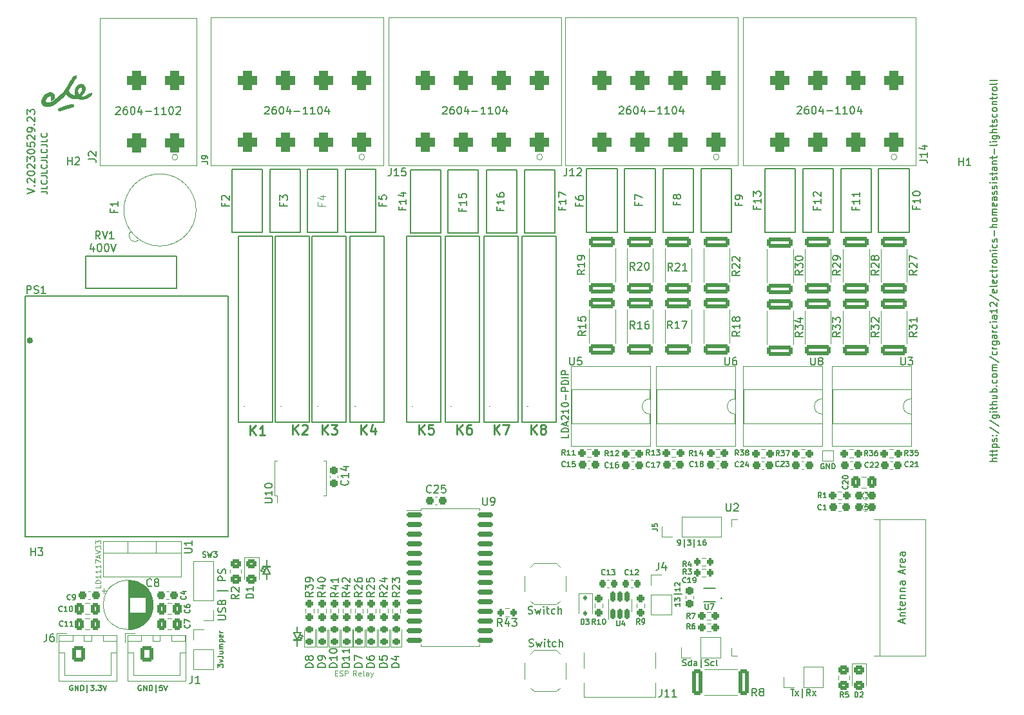
<source format=gto>
G04 #@! TF.GenerationSoftware,KiCad,Pcbnew,(7.0.0)*
G04 #@! TF.CreationDate,2023-05-29T14:24:33+02:00*
G04 #@! TF.ProjectId,hamodule,68616d6f-6475-46c6-952e-6b696361645f,V.20230529.22*
G04 #@! TF.SameCoordinates,Original*
G04 #@! TF.FileFunction,Legend,Top*
G04 #@! TF.FilePolarity,Positive*
%FSLAX46Y46*%
G04 Gerber Fmt 4.6, Leading zero omitted, Abs format (unit mm)*
G04 Created by KiCad (PCBNEW (7.0.0)) date 2023-05-29 14:24:33*
%MOMM*%
%LPD*%
G01*
G04 APERTURE LIST*
G04 Aperture macros list*
%AMRoundRect*
0 Rectangle with rounded corners*
0 $1 Rounding radius*
0 $2 $3 $4 $5 $6 $7 $8 $9 X,Y pos of 4 corners*
0 Add a 4 corners polygon primitive as box body*
4,1,4,$2,$3,$4,$5,$6,$7,$8,$9,$2,$3,0*
0 Add four circle primitives for the rounded corners*
1,1,$1+$1,$2,$3*
1,1,$1+$1,$4,$5*
1,1,$1+$1,$6,$7*
1,1,$1+$1,$8,$9*
0 Add four rect primitives between the rounded corners*
20,1,$1+$1,$2,$3,$4,$5,0*
20,1,$1+$1,$4,$5,$6,$7,0*
20,1,$1+$1,$6,$7,$8,$9,0*
20,1,$1+$1,$8,$9,$2,$3,0*%
G04 Aperture macros list end*
%ADD10C,0.150000*%
%ADD11C,0.125000*%
%ADD12C,0.200000*%
%ADD13C,0.254000*%
%ADD14C,0.120000*%
%ADD15C,0.010000*%
%ADD16C,0.127000*%
%ADD17C,0.400000*%
%ADD18C,0.100000*%
%ADD19C,0.160000*%
%ADD20R,1.700000X1.700000*%
%ADD21O,1.700000X1.700000*%
%ADD22RoundRect,0.249999X-1.425001X0.450001X-1.425001X-0.450001X1.425001X-0.450001X1.425001X0.450001X0*%
%ADD23C,1.800000*%
%ADD24RoundRect,0.250000X-0.450000X0.325000X-0.450000X-0.325000X0.450000X-0.325000X0.450000X0.325000X0*%
%ADD25RoundRect,0.250000X-0.450000X0.350000X-0.450000X-0.350000X0.450000X-0.350000X0.450000X0.350000X0*%
%ADD26RoundRect,0.250000X-0.600000X-0.750000X0.600000X-0.750000X0.600000X0.750000X-0.600000X0.750000X0*%
%ADD27O,1.700000X2.000000*%
%ADD28RoundRect,0.237500X0.300000X0.237500X-0.300000X0.237500X-0.300000X-0.237500X0.300000X-0.237500X0*%
%ADD29RoundRect,0.250000X-0.337500X-0.475000X0.337500X-0.475000X0.337500X0.475000X-0.337500X0.475000X0*%
%ADD30RoundRect,0.237500X-0.237500X0.300000X-0.237500X-0.300000X0.237500X-0.300000X0.237500X0.300000X0*%
%ADD31R,2.000000X2.000000*%
%ADD32C,2.000000*%
%ADD33R,1.905000X2.000000*%
%ADD34O,1.905000X2.000000*%
%ADD35RoundRect,0.625000X0.625000X0.625000X-0.625000X0.625000X-0.625000X-0.625000X0.625000X-0.625000X0*%
%ADD36C,5.500000*%
%ADD37R,1.600000X2.400000*%
%ADD38O,1.600000X2.400000*%
%ADD39RoundRect,0.237500X-0.250000X-0.237500X0.250000X-0.237500X0.250000X0.237500X-0.250000X0.237500X0*%
%ADD40R,1.800000X1.100000*%
%ADD41RoundRect,0.237500X-0.300000X-0.237500X0.300000X-0.237500X0.300000X0.237500X-0.300000X0.237500X0*%
%ADD42RoundRect,0.225000X0.225000X0.250000X-0.225000X0.250000X-0.225000X-0.250000X0.225000X-0.250000X0*%
%ADD43R,0.400000X1.000000*%
%ADD44RoundRect,0.237500X0.237500X-0.250000X0.237500X0.250000X-0.237500X0.250000X-0.237500X-0.250000X0*%
%ADD45RoundRect,0.218750X0.256250X-0.218750X0.256250X0.218750X-0.256250X0.218750X-0.256250X-0.218750X0*%
%ADD46RoundRect,0.200000X0.200000X0.275000X-0.200000X0.275000X-0.200000X-0.275000X0.200000X-0.275000X0*%
%ADD47R,0.900000X1.500000*%
%ADD48R,1.500000X0.900000*%
%ADD49R,1.000000X1.000000*%
%ADD50RoundRect,0.112500X-0.112500X0.187500X-0.112500X-0.187500X0.112500X-0.187500X0.112500X0.187500X0*%
%ADD51RoundRect,0.250000X0.337500X0.475000X-0.337500X0.475000X-0.337500X-0.475000X0.337500X-0.475000X0*%
%ADD52C,0.650000*%
%ADD53R,0.600000X1.450000*%
%ADD54R,0.300000X1.450000*%
%ADD55O,1.000000X2.100000*%
%ADD56O,1.000000X1.600000*%
%ADD57RoundRect,0.150000X-0.875000X-0.150000X0.875000X-0.150000X0.875000X0.150000X-0.875000X0.150000X0*%
%ADD58RoundRect,0.249999X-0.450001X-1.425001X0.450001X-1.425001X0.450001X1.425001X-0.450001X1.425001X0*%
%ADD59R,0.820000X0.304800*%
%ADD60R,0.820000X0.308800*%
%ADD61RoundRect,0.150000X0.150000X-0.512500X0.150000X0.512500X-0.150000X0.512500X-0.150000X-0.512500X0*%
%ADD62RoundRect,0.225000X-0.225000X-0.250000X0.225000X-0.250000X0.225000X0.250000X-0.225000X0.250000X0*%
%ADD63R,1.600000X1.600000*%
%ADD64C,1.600000*%
%ADD65RoundRect,0.250000X0.450000X-0.350000X0.450000X0.350000X-0.450000X0.350000X-0.450000X-0.350000X0*%
G04 APERTURE END LIST*
D10*
X24614980Y-50046827D02*
X25614980Y-49713494D01*
X25614980Y-49713494D02*
X24614980Y-49380161D01*
X25519742Y-49046827D02*
X25567361Y-48999208D01*
X25567361Y-48999208D02*
X25614980Y-49046827D01*
X25614980Y-49046827D02*
X25567361Y-49094446D01*
X25567361Y-49094446D02*
X25519742Y-49046827D01*
X25519742Y-49046827D02*
X25614980Y-49046827D01*
X24710219Y-48618256D02*
X24662600Y-48570637D01*
X24662600Y-48570637D02*
X24614980Y-48475399D01*
X24614980Y-48475399D02*
X24614980Y-48237304D01*
X24614980Y-48237304D02*
X24662600Y-48142066D01*
X24662600Y-48142066D02*
X24710219Y-48094447D01*
X24710219Y-48094447D02*
X24805457Y-48046828D01*
X24805457Y-48046828D02*
X24900695Y-48046828D01*
X24900695Y-48046828D02*
X25043552Y-48094447D01*
X25043552Y-48094447D02*
X25614980Y-48665875D01*
X25614980Y-48665875D02*
X25614980Y-48046828D01*
X24614980Y-47427780D02*
X24614980Y-47332542D01*
X24614980Y-47332542D02*
X24662600Y-47237304D01*
X24662600Y-47237304D02*
X24710219Y-47189685D01*
X24710219Y-47189685D02*
X24805457Y-47142066D01*
X24805457Y-47142066D02*
X24995933Y-47094447D01*
X24995933Y-47094447D02*
X25234028Y-47094447D01*
X25234028Y-47094447D02*
X25424504Y-47142066D01*
X25424504Y-47142066D02*
X25519742Y-47189685D01*
X25519742Y-47189685D02*
X25567361Y-47237304D01*
X25567361Y-47237304D02*
X25614980Y-47332542D01*
X25614980Y-47332542D02*
X25614980Y-47427780D01*
X25614980Y-47427780D02*
X25567361Y-47523018D01*
X25567361Y-47523018D02*
X25519742Y-47570637D01*
X25519742Y-47570637D02*
X25424504Y-47618256D01*
X25424504Y-47618256D02*
X25234028Y-47665875D01*
X25234028Y-47665875D02*
X24995933Y-47665875D01*
X24995933Y-47665875D02*
X24805457Y-47618256D01*
X24805457Y-47618256D02*
X24710219Y-47570637D01*
X24710219Y-47570637D02*
X24662600Y-47523018D01*
X24662600Y-47523018D02*
X24614980Y-47427780D01*
X24710219Y-46713494D02*
X24662600Y-46665875D01*
X24662600Y-46665875D02*
X24614980Y-46570637D01*
X24614980Y-46570637D02*
X24614980Y-46332542D01*
X24614980Y-46332542D02*
X24662600Y-46237304D01*
X24662600Y-46237304D02*
X24710219Y-46189685D01*
X24710219Y-46189685D02*
X24805457Y-46142066D01*
X24805457Y-46142066D02*
X24900695Y-46142066D01*
X24900695Y-46142066D02*
X25043552Y-46189685D01*
X25043552Y-46189685D02*
X25614980Y-46761113D01*
X25614980Y-46761113D02*
X25614980Y-46142066D01*
X24614980Y-45808732D02*
X24614980Y-45189685D01*
X24614980Y-45189685D02*
X24995933Y-45523018D01*
X24995933Y-45523018D02*
X24995933Y-45380161D01*
X24995933Y-45380161D02*
X25043552Y-45284923D01*
X25043552Y-45284923D02*
X25091171Y-45237304D01*
X25091171Y-45237304D02*
X25186409Y-45189685D01*
X25186409Y-45189685D02*
X25424504Y-45189685D01*
X25424504Y-45189685D02*
X25519742Y-45237304D01*
X25519742Y-45237304D02*
X25567361Y-45284923D01*
X25567361Y-45284923D02*
X25614980Y-45380161D01*
X25614980Y-45380161D02*
X25614980Y-45665875D01*
X25614980Y-45665875D02*
X25567361Y-45761113D01*
X25567361Y-45761113D02*
X25519742Y-45808732D01*
X24614980Y-44570637D02*
X24614980Y-44475399D01*
X24614980Y-44475399D02*
X24662600Y-44380161D01*
X24662600Y-44380161D02*
X24710219Y-44332542D01*
X24710219Y-44332542D02*
X24805457Y-44284923D01*
X24805457Y-44284923D02*
X24995933Y-44237304D01*
X24995933Y-44237304D02*
X25234028Y-44237304D01*
X25234028Y-44237304D02*
X25424504Y-44284923D01*
X25424504Y-44284923D02*
X25519742Y-44332542D01*
X25519742Y-44332542D02*
X25567361Y-44380161D01*
X25567361Y-44380161D02*
X25614980Y-44475399D01*
X25614980Y-44475399D02*
X25614980Y-44570637D01*
X25614980Y-44570637D02*
X25567361Y-44665875D01*
X25567361Y-44665875D02*
X25519742Y-44713494D01*
X25519742Y-44713494D02*
X25424504Y-44761113D01*
X25424504Y-44761113D02*
X25234028Y-44808732D01*
X25234028Y-44808732D02*
X24995933Y-44808732D01*
X24995933Y-44808732D02*
X24805457Y-44761113D01*
X24805457Y-44761113D02*
X24710219Y-44713494D01*
X24710219Y-44713494D02*
X24662600Y-44665875D01*
X24662600Y-44665875D02*
X24614980Y-44570637D01*
X24614980Y-43332542D02*
X24614980Y-43808732D01*
X24614980Y-43808732D02*
X25091171Y-43856351D01*
X25091171Y-43856351D02*
X25043552Y-43808732D01*
X25043552Y-43808732D02*
X24995933Y-43713494D01*
X24995933Y-43713494D02*
X24995933Y-43475399D01*
X24995933Y-43475399D02*
X25043552Y-43380161D01*
X25043552Y-43380161D02*
X25091171Y-43332542D01*
X25091171Y-43332542D02*
X25186409Y-43284923D01*
X25186409Y-43284923D02*
X25424504Y-43284923D01*
X25424504Y-43284923D02*
X25519742Y-43332542D01*
X25519742Y-43332542D02*
X25567361Y-43380161D01*
X25567361Y-43380161D02*
X25614980Y-43475399D01*
X25614980Y-43475399D02*
X25614980Y-43713494D01*
X25614980Y-43713494D02*
X25567361Y-43808732D01*
X25567361Y-43808732D02*
X25519742Y-43856351D01*
X24710219Y-42903970D02*
X24662600Y-42856351D01*
X24662600Y-42856351D02*
X24614980Y-42761113D01*
X24614980Y-42761113D02*
X24614980Y-42523018D01*
X24614980Y-42523018D02*
X24662600Y-42427780D01*
X24662600Y-42427780D02*
X24710219Y-42380161D01*
X24710219Y-42380161D02*
X24805457Y-42332542D01*
X24805457Y-42332542D02*
X24900695Y-42332542D01*
X24900695Y-42332542D02*
X25043552Y-42380161D01*
X25043552Y-42380161D02*
X25614980Y-42951589D01*
X25614980Y-42951589D02*
X25614980Y-42332542D01*
X25614980Y-41856351D02*
X25614980Y-41665875D01*
X25614980Y-41665875D02*
X25567361Y-41570637D01*
X25567361Y-41570637D02*
X25519742Y-41523018D01*
X25519742Y-41523018D02*
X25376885Y-41427780D01*
X25376885Y-41427780D02*
X25186409Y-41380161D01*
X25186409Y-41380161D02*
X24805457Y-41380161D01*
X24805457Y-41380161D02*
X24710219Y-41427780D01*
X24710219Y-41427780D02*
X24662600Y-41475399D01*
X24662600Y-41475399D02*
X24614980Y-41570637D01*
X24614980Y-41570637D02*
X24614980Y-41761113D01*
X24614980Y-41761113D02*
X24662600Y-41856351D01*
X24662600Y-41856351D02*
X24710219Y-41903970D01*
X24710219Y-41903970D02*
X24805457Y-41951589D01*
X24805457Y-41951589D02*
X25043552Y-41951589D01*
X25043552Y-41951589D02*
X25138790Y-41903970D01*
X25138790Y-41903970D02*
X25186409Y-41856351D01*
X25186409Y-41856351D02*
X25234028Y-41761113D01*
X25234028Y-41761113D02*
X25234028Y-41570637D01*
X25234028Y-41570637D02*
X25186409Y-41475399D01*
X25186409Y-41475399D02*
X25138790Y-41427780D01*
X25138790Y-41427780D02*
X25043552Y-41380161D01*
X25519742Y-40951589D02*
X25567361Y-40903970D01*
X25567361Y-40903970D02*
X25614980Y-40951589D01*
X25614980Y-40951589D02*
X25567361Y-40999208D01*
X25567361Y-40999208D02*
X25519742Y-40951589D01*
X25519742Y-40951589D02*
X25614980Y-40951589D01*
X24710219Y-40523018D02*
X24662600Y-40475399D01*
X24662600Y-40475399D02*
X24614980Y-40380161D01*
X24614980Y-40380161D02*
X24614980Y-40142066D01*
X24614980Y-40142066D02*
X24662600Y-40046828D01*
X24662600Y-40046828D02*
X24710219Y-39999209D01*
X24710219Y-39999209D02*
X24805457Y-39951590D01*
X24805457Y-39951590D02*
X24900695Y-39951590D01*
X24900695Y-39951590D02*
X25043552Y-39999209D01*
X25043552Y-39999209D02*
X25614980Y-40570637D01*
X25614980Y-40570637D02*
X25614980Y-39951590D01*
X24614980Y-39618256D02*
X24614980Y-38999209D01*
X24614980Y-38999209D02*
X24995933Y-39332542D01*
X24995933Y-39332542D02*
X24995933Y-39189685D01*
X24995933Y-39189685D02*
X25043552Y-39094447D01*
X25043552Y-39094447D02*
X25091171Y-39046828D01*
X25091171Y-39046828D02*
X25186409Y-38999209D01*
X25186409Y-38999209D02*
X25424504Y-38999209D01*
X25424504Y-38999209D02*
X25519742Y-39046828D01*
X25519742Y-39046828D02*
X25567361Y-39094447D01*
X25567361Y-39094447D02*
X25614980Y-39189685D01*
X25614980Y-39189685D02*
X25614980Y-39475399D01*
X25614980Y-39475399D02*
X25567361Y-39570637D01*
X25567361Y-39570637D02*
X25519742Y-39618256D01*
D11*
X65053200Y-113123700D02*
X65286534Y-113123700D01*
X65386534Y-113490366D02*
X65053200Y-113490366D01*
X65053200Y-113490366D02*
X65053200Y-112790366D01*
X65053200Y-112790366D02*
X65386534Y-112790366D01*
X65653200Y-113457033D02*
X65753200Y-113490366D01*
X65753200Y-113490366D02*
X65919867Y-113490366D01*
X65919867Y-113490366D02*
X65986533Y-113457033D01*
X65986533Y-113457033D02*
X66019867Y-113423700D01*
X66019867Y-113423700D02*
X66053200Y-113357033D01*
X66053200Y-113357033D02*
X66053200Y-113290366D01*
X66053200Y-113290366D02*
X66019867Y-113223700D01*
X66019867Y-113223700D02*
X65986533Y-113190366D01*
X65986533Y-113190366D02*
X65919867Y-113157033D01*
X65919867Y-113157033D02*
X65786533Y-113123700D01*
X65786533Y-113123700D02*
X65719867Y-113090366D01*
X65719867Y-113090366D02*
X65686533Y-113057033D01*
X65686533Y-113057033D02*
X65653200Y-112990366D01*
X65653200Y-112990366D02*
X65653200Y-112923700D01*
X65653200Y-112923700D02*
X65686533Y-112857033D01*
X65686533Y-112857033D02*
X65719867Y-112823700D01*
X65719867Y-112823700D02*
X65786533Y-112790366D01*
X65786533Y-112790366D02*
X65953200Y-112790366D01*
X65953200Y-112790366D02*
X66053200Y-112823700D01*
X66353200Y-113490366D02*
X66353200Y-112790366D01*
X66353200Y-112790366D02*
X66619867Y-112790366D01*
X66619867Y-112790366D02*
X66686534Y-112823700D01*
X66686534Y-112823700D02*
X66719867Y-112857033D01*
X66719867Y-112857033D02*
X66753200Y-112923700D01*
X66753200Y-112923700D02*
X66753200Y-113023700D01*
X66753200Y-113023700D02*
X66719867Y-113090366D01*
X66719867Y-113090366D02*
X66686534Y-113123700D01*
X66686534Y-113123700D02*
X66619867Y-113157033D01*
X66619867Y-113157033D02*
X66353200Y-113157033D01*
X67873200Y-113490366D02*
X67639867Y-113157033D01*
X67473200Y-113490366D02*
X67473200Y-112790366D01*
X67473200Y-112790366D02*
X67739867Y-112790366D01*
X67739867Y-112790366D02*
X67806534Y-112823700D01*
X67806534Y-112823700D02*
X67839867Y-112857033D01*
X67839867Y-112857033D02*
X67873200Y-112923700D01*
X67873200Y-112923700D02*
X67873200Y-113023700D01*
X67873200Y-113023700D02*
X67839867Y-113090366D01*
X67839867Y-113090366D02*
X67806534Y-113123700D01*
X67806534Y-113123700D02*
X67739867Y-113157033D01*
X67739867Y-113157033D02*
X67473200Y-113157033D01*
X68439867Y-113457033D02*
X68373200Y-113490366D01*
X68373200Y-113490366D02*
X68239867Y-113490366D01*
X68239867Y-113490366D02*
X68173200Y-113457033D01*
X68173200Y-113457033D02*
X68139867Y-113390366D01*
X68139867Y-113390366D02*
X68139867Y-113123700D01*
X68139867Y-113123700D02*
X68173200Y-113057033D01*
X68173200Y-113057033D02*
X68239867Y-113023700D01*
X68239867Y-113023700D02*
X68373200Y-113023700D01*
X68373200Y-113023700D02*
X68439867Y-113057033D01*
X68439867Y-113057033D02*
X68473200Y-113123700D01*
X68473200Y-113123700D02*
X68473200Y-113190366D01*
X68473200Y-113190366D02*
X68139867Y-113257033D01*
X68873200Y-113490366D02*
X68806534Y-113457033D01*
X68806534Y-113457033D02*
X68773200Y-113390366D01*
X68773200Y-113390366D02*
X68773200Y-112790366D01*
X69439867Y-113490366D02*
X69439867Y-113123700D01*
X69439867Y-113123700D02*
X69406534Y-113057033D01*
X69406534Y-113057033D02*
X69339867Y-113023700D01*
X69339867Y-113023700D02*
X69206534Y-113023700D01*
X69206534Y-113023700D02*
X69139867Y-113057033D01*
X69439867Y-113457033D02*
X69373201Y-113490366D01*
X69373201Y-113490366D02*
X69206534Y-113490366D01*
X69206534Y-113490366D02*
X69139867Y-113457033D01*
X69139867Y-113457033D02*
X69106534Y-113390366D01*
X69106534Y-113390366D02*
X69106534Y-113323700D01*
X69106534Y-113323700D02*
X69139867Y-113257033D01*
X69139867Y-113257033D02*
X69206534Y-113223700D01*
X69206534Y-113223700D02*
X69373201Y-113223700D01*
X69373201Y-113223700D02*
X69439867Y-113190366D01*
X69706534Y-113023700D02*
X69873200Y-113490366D01*
X70039867Y-113023700D02*
X69873200Y-113490366D01*
X69873200Y-113490366D02*
X69806534Y-113657033D01*
X69806534Y-113657033D02*
X69773200Y-113690366D01*
X69773200Y-113690366D02*
X69706534Y-113723700D01*
D12*
X26443304Y-49796238D02*
X27014733Y-49796238D01*
X27014733Y-49796238D02*
X27129019Y-49834333D01*
X27129019Y-49834333D02*
X27205209Y-49910524D01*
X27205209Y-49910524D02*
X27243304Y-50024809D01*
X27243304Y-50024809D02*
X27243304Y-50101000D01*
X27243304Y-49034333D02*
X27243304Y-49415285D01*
X27243304Y-49415285D02*
X26443304Y-49415285D01*
X27167114Y-48310523D02*
X27205209Y-48348619D01*
X27205209Y-48348619D02*
X27243304Y-48462904D01*
X27243304Y-48462904D02*
X27243304Y-48539095D01*
X27243304Y-48539095D02*
X27205209Y-48653381D01*
X27205209Y-48653381D02*
X27129019Y-48729571D01*
X27129019Y-48729571D02*
X27052828Y-48767666D01*
X27052828Y-48767666D02*
X26900447Y-48805762D01*
X26900447Y-48805762D02*
X26786161Y-48805762D01*
X26786161Y-48805762D02*
X26633780Y-48767666D01*
X26633780Y-48767666D02*
X26557590Y-48729571D01*
X26557590Y-48729571D02*
X26481400Y-48653381D01*
X26481400Y-48653381D02*
X26443304Y-48539095D01*
X26443304Y-48539095D02*
X26443304Y-48462904D01*
X26443304Y-48462904D02*
X26481400Y-48348619D01*
X26481400Y-48348619D02*
X26519495Y-48310523D01*
X26443304Y-47739095D02*
X27014733Y-47739095D01*
X27014733Y-47739095D02*
X27129019Y-47777190D01*
X27129019Y-47777190D02*
X27205209Y-47853381D01*
X27205209Y-47853381D02*
X27243304Y-47967666D01*
X27243304Y-47967666D02*
X27243304Y-48043857D01*
X27243304Y-46977190D02*
X27243304Y-47358142D01*
X27243304Y-47358142D02*
X26443304Y-47358142D01*
X27167114Y-46253380D02*
X27205209Y-46291476D01*
X27205209Y-46291476D02*
X27243304Y-46405761D01*
X27243304Y-46405761D02*
X27243304Y-46481952D01*
X27243304Y-46481952D02*
X27205209Y-46596238D01*
X27205209Y-46596238D02*
X27129019Y-46672428D01*
X27129019Y-46672428D02*
X27052828Y-46710523D01*
X27052828Y-46710523D02*
X26900447Y-46748619D01*
X26900447Y-46748619D02*
X26786161Y-46748619D01*
X26786161Y-46748619D02*
X26633780Y-46710523D01*
X26633780Y-46710523D02*
X26557590Y-46672428D01*
X26557590Y-46672428D02*
X26481400Y-46596238D01*
X26481400Y-46596238D02*
X26443304Y-46481952D01*
X26443304Y-46481952D02*
X26443304Y-46405761D01*
X26443304Y-46405761D02*
X26481400Y-46291476D01*
X26481400Y-46291476D02*
X26519495Y-46253380D01*
X26443304Y-45681952D02*
X27014733Y-45681952D01*
X27014733Y-45681952D02*
X27129019Y-45720047D01*
X27129019Y-45720047D02*
X27205209Y-45796238D01*
X27205209Y-45796238D02*
X27243304Y-45910523D01*
X27243304Y-45910523D02*
X27243304Y-45986714D01*
X27243304Y-44920047D02*
X27243304Y-45300999D01*
X27243304Y-45300999D02*
X26443304Y-45300999D01*
X27167114Y-44196237D02*
X27205209Y-44234333D01*
X27205209Y-44234333D02*
X27243304Y-44348618D01*
X27243304Y-44348618D02*
X27243304Y-44424809D01*
X27243304Y-44424809D02*
X27205209Y-44539095D01*
X27205209Y-44539095D02*
X27129019Y-44615285D01*
X27129019Y-44615285D02*
X27052828Y-44653380D01*
X27052828Y-44653380D02*
X26900447Y-44691476D01*
X26900447Y-44691476D02*
X26786161Y-44691476D01*
X26786161Y-44691476D02*
X26633780Y-44653380D01*
X26633780Y-44653380D02*
X26557590Y-44615285D01*
X26557590Y-44615285D02*
X26481400Y-44539095D01*
X26481400Y-44539095D02*
X26443304Y-44424809D01*
X26443304Y-44424809D02*
X26443304Y-44348618D01*
X26443304Y-44348618D02*
X26481400Y-44234333D01*
X26481400Y-44234333D02*
X26519495Y-44196237D01*
X26443304Y-43624809D02*
X27014733Y-43624809D01*
X27014733Y-43624809D02*
X27129019Y-43662904D01*
X27129019Y-43662904D02*
X27205209Y-43739095D01*
X27205209Y-43739095D02*
X27243304Y-43853380D01*
X27243304Y-43853380D02*
X27243304Y-43929571D01*
X27243304Y-42862904D02*
X27243304Y-43243856D01*
X27243304Y-43243856D02*
X26443304Y-43243856D01*
X27167114Y-42139094D02*
X27205209Y-42177190D01*
X27205209Y-42177190D02*
X27243304Y-42291475D01*
X27243304Y-42291475D02*
X27243304Y-42367666D01*
X27243304Y-42367666D02*
X27205209Y-42481952D01*
X27205209Y-42481952D02*
X27129019Y-42558142D01*
X27129019Y-42558142D02*
X27052828Y-42596237D01*
X27052828Y-42596237D02*
X26900447Y-42634333D01*
X26900447Y-42634333D02*
X26786161Y-42634333D01*
X26786161Y-42634333D02*
X26633780Y-42596237D01*
X26633780Y-42596237D02*
X26557590Y-42558142D01*
X26557590Y-42558142D02*
X26481400Y-42481952D01*
X26481400Y-42481952D02*
X26443304Y-42367666D01*
X26443304Y-42367666D02*
X26443304Y-42291475D01*
X26443304Y-42291475D02*
X26481400Y-42177190D01*
X26481400Y-42177190D02*
X26519495Y-42139094D01*
D10*
X152019442Y-85269433D02*
X151119442Y-85269433D01*
X152019442Y-84883719D02*
X151548014Y-84883719D01*
X151548014Y-84883719D02*
X151462300Y-84926576D01*
X151462300Y-84926576D02*
X151419442Y-85012290D01*
X151419442Y-85012290D02*
X151419442Y-85140861D01*
X151419442Y-85140861D02*
X151462300Y-85226576D01*
X151462300Y-85226576D02*
X151505157Y-85269433D01*
X151419442Y-84583718D02*
X151419442Y-84240861D01*
X151119442Y-84455147D02*
X151890871Y-84455147D01*
X151890871Y-84455147D02*
X151976585Y-84412290D01*
X151976585Y-84412290D02*
X152019442Y-84326575D01*
X152019442Y-84326575D02*
X152019442Y-84240861D01*
X151419442Y-84069432D02*
X151419442Y-83726575D01*
X151119442Y-83940861D02*
X151890871Y-83940861D01*
X151890871Y-83940861D02*
X151976585Y-83898004D01*
X151976585Y-83898004D02*
X152019442Y-83812289D01*
X152019442Y-83812289D02*
X152019442Y-83726575D01*
X151419442Y-83426575D02*
X152319442Y-83426575D01*
X151462300Y-83426575D02*
X151419442Y-83340861D01*
X151419442Y-83340861D02*
X151419442Y-83169432D01*
X151419442Y-83169432D02*
X151462300Y-83083718D01*
X151462300Y-83083718D02*
X151505157Y-83040861D01*
X151505157Y-83040861D02*
X151590871Y-82998003D01*
X151590871Y-82998003D02*
X151848014Y-82998003D01*
X151848014Y-82998003D02*
X151933728Y-83040861D01*
X151933728Y-83040861D02*
X151976585Y-83083718D01*
X151976585Y-83083718D02*
X152019442Y-83169432D01*
X152019442Y-83169432D02*
X152019442Y-83340861D01*
X152019442Y-83340861D02*
X151976585Y-83426575D01*
X151976585Y-82655146D02*
X152019442Y-82569432D01*
X152019442Y-82569432D02*
X152019442Y-82398003D01*
X152019442Y-82398003D02*
X151976585Y-82312289D01*
X151976585Y-82312289D02*
X151890871Y-82269432D01*
X151890871Y-82269432D02*
X151848014Y-82269432D01*
X151848014Y-82269432D02*
X151762300Y-82312289D01*
X151762300Y-82312289D02*
X151719442Y-82398003D01*
X151719442Y-82398003D02*
X151719442Y-82526575D01*
X151719442Y-82526575D02*
X151676585Y-82612289D01*
X151676585Y-82612289D02*
X151590871Y-82655146D01*
X151590871Y-82655146D02*
X151548014Y-82655146D01*
X151548014Y-82655146D02*
X151462300Y-82612289D01*
X151462300Y-82612289D02*
X151419442Y-82526575D01*
X151419442Y-82526575D02*
X151419442Y-82398003D01*
X151419442Y-82398003D02*
X151462300Y-82312289D01*
X151933728Y-81883718D02*
X151976585Y-81840861D01*
X151976585Y-81840861D02*
X152019442Y-81883718D01*
X152019442Y-81883718D02*
X151976585Y-81926575D01*
X151976585Y-81926575D02*
X151933728Y-81883718D01*
X151933728Y-81883718D02*
X152019442Y-81883718D01*
X151462300Y-81883718D02*
X151505157Y-81840861D01*
X151505157Y-81840861D02*
X151548014Y-81883718D01*
X151548014Y-81883718D02*
X151505157Y-81926575D01*
X151505157Y-81926575D02*
X151462300Y-81883718D01*
X151462300Y-81883718D02*
X151548014Y-81883718D01*
X151076585Y-80812290D02*
X152233728Y-81583718D01*
X151076585Y-79869433D02*
X152233728Y-80640861D01*
X151419442Y-79183719D02*
X152148014Y-79183719D01*
X152148014Y-79183719D02*
X152233728Y-79226576D01*
X152233728Y-79226576D02*
X152276585Y-79269433D01*
X152276585Y-79269433D02*
X152319442Y-79355147D01*
X152319442Y-79355147D02*
X152319442Y-79483719D01*
X152319442Y-79483719D02*
X152276585Y-79569433D01*
X151976585Y-79183719D02*
X152019442Y-79269433D01*
X152019442Y-79269433D02*
X152019442Y-79440861D01*
X152019442Y-79440861D02*
X151976585Y-79526576D01*
X151976585Y-79526576D02*
X151933728Y-79569433D01*
X151933728Y-79569433D02*
X151848014Y-79612290D01*
X151848014Y-79612290D02*
X151590871Y-79612290D01*
X151590871Y-79612290D02*
X151505157Y-79569433D01*
X151505157Y-79569433D02*
X151462300Y-79526576D01*
X151462300Y-79526576D02*
X151419442Y-79440861D01*
X151419442Y-79440861D02*
X151419442Y-79269433D01*
X151419442Y-79269433D02*
X151462300Y-79183719D01*
X152019442Y-78755147D02*
X151419442Y-78755147D01*
X151119442Y-78755147D02*
X151162300Y-78798004D01*
X151162300Y-78798004D02*
X151205157Y-78755147D01*
X151205157Y-78755147D02*
X151162300Y-78712290D01*
X151162300Y-78712290D02*
X151119442Y-78755147D01*
X151119442Y-78755147D02*
X151205157Y-78755147D01*
X151419442Y-78455147D02*
X151419442Y-78112290D01*
X151119442Y-78326576D02*
X151890871Y-78326576D01*
X151890871Y-78326576D02*
X151976585Y-78283719D01*
X151976585Y-78283719D02*
X152019442Y-78198004D01*
X152019442Y-78198004D02*
X152019442Y-78112290D01*
X152019442Y-77812290D02*
X151119442Y-77812290D01*
X152019442Y-77426576D02*
X151548014Y-77426576D01*
X151548014Y-77426576D02*
X151462300Y-77469433D01*
X151462300Y-77469433D02*
X151419442Y-77555147D01*
X151419442Y-77555147D02*
X151419442Y-77683718D01*
X151419442Y-77683718D02*
X151462300Y-77769433D01*
X151462300Y-77769433D02*
X151505157Y-77812290D01*
X151419442Y-76612290D02*
X152019442Y-76612290D01*
X151419442Y-76998004D02*
X151890871Y-76998004D01*
X151890871Y-76998004D02*
X151976585Y-76955147D01*
X151976585Y-76955147D02*
X152019442Y-76869432D01*
X152019442Y-76869432D02*
X152019442Y-76740861D01*
X152019442Y-76740861D02*
X151976585Y-76655147D01*
X151976585Y-76655147D02*
X151933728Y-76612290D01*
X152019442Y-76183718D02*
X151119442Y-76183718D01*
X151462300Y-76183718D02*
X151419442Y-76098004D01*
X151419442Y-76098004D02*
X151419442Y-75926575D01*
X151419442Y-75926575D02*
X151462300Y-75840861D01*
X151462300Y-75840861D02*
X151505157Y-75798004D01*
X151505157Y-75798004D02*
X151590871Y-75755146D01*
X151590871Y-75755146D02*
X151848014Y-75755146D01*
X151848014Y-75755146D02*
X151933728Y-75798004D01*
X151933728Y-75798004D02*
X151976585Y-75840861D01*
X151976585Y-75840861D02*
X152019442Y-75926575D01*
X152019442Y-75926575D02*
X152019442Y-76098004D01*
X152019442Y-76098004D02*
X151976585Y-76183718D01*
X151933728Y-75369432D02*
X151976585Y-75326575D01*
X151976585Y-75326575D02*
X152019442Y-75369432D01*
X152019442Y-75369432D02*
X151976585Y-75412289D01*
X151976585Y-75412289D02*
X151933728Y-75369432D01*
X151933728Y-75369432D02*
X152019442Y-75369432D01*
X151976585Y-74555147D02*
X152019442Y-74640861D01*
X152019442Y-74640861D02*
X152019442Y-74812289D01*
X152019442Y-74812289D02*
X151976585Y-74898004D01*
X151976585Y-74898004D02*
X151933728Y-74940861D01*
X151933728Y-74940861D02*
X151848014Y-74983718D01*
X151848014Y-74983718D02*
X151590871Y-74983718D01*
X151590871Y-74983718D02*
X151505157Y-74940861D01*
X151505157Y-74940861D02*
X151462300Y-74898004D01*
X151462300Y-74898004D02*
X151419442Y-74812289D01*
X151419442Y-74812289D02*
X151419442Y-74640861D01*
X151419442Y-74640861D02*
X151462300Y-74555147D01*
X152019442Y-74040860D02*
X151976585Y-74126575D01*
X151976585Y-74126575D02*
X151933728Y-74169432D01*
X151933728Y-74169432D02*
X151848014Y-74212289D01*
X151848014Y-74212289D02*
X151590871Y-74212289D01*
X151590871Y-74212289D02*
X151505157Y-74169432D01*
X151505157Y-74169432D02*
X151462300Y-74126575D01*
X151462300Y-74126575D02*
X151419442Y-74040860D01*
X151419442Y-74040860D02*
X151419442Y-73912289D01*
X151419442Y-73912289D02*
X151462300Y-73826575D01*
X151462300Y-73826575D02*
X151505157Y-73783718D01*
X151505157Y-73783718D02*
X151590871Y-73740860D01*
X151590871Y-73740860D02*
X151848014Y-73740860D01*
X151848014Y-73740860D02*
X151933728Y-73783718D01*
X151933728Y-73783718D02*
X151976585Y-73826575D01*
X151976585Y-73826575D02*
X152019442Y-73912289D01*
X152019442Y-73912289D02*
X152019442Y-74040860D01*
X152019442Y-73355146D02*
X151419442Y-73355146D01*
X151505157Y-73355146D02*
X151462300Y-73312289D01*
X151462300Y-73312289D02*
X151419442Y-73226574D01*
X151419442Y-73226574D02*
X151419442Y-73098003D01*
X151419442Y-73098003D02*
X151462300Y-73012289D01*
X151462300Y-73012289D02*
X151548014Y-72969432D01*
X151548014Y-72969432D02*
X152019442Y-72969432D01*
X151548014Y-72969432D02*
X151462300Y-72926574D01*
X151462300Y-72926574D02*
X151419442Y-72840860D01*
X151419442Y-72840860D02*
X151419442Y-72712289D01*
X151419442Y-72712289D02*
X151462300Y-72626574D01*
X151462300Y-72626574D02*
X151548014Y-72583717D01*
X151548014Y-72583717D02*
X152019442Y-72583717D01*
X151076585Y-71512289D02*
X152233728Y-72283717D01*
X151976585Y-70826575D02*
X152019442Y-70912289D01*
X152019442Y-70912289D02*
X152019442Y-71083717D01*
X152019442Y-71083717D02*
X151976585Y-71169432D01*
X151976585Y-71169432D02*
X151933728Y-71212289D01*
X151933728Y-71212289D02*
X151848014Y-71255146D01*
X151848014Y-71255146D02*
X151590871Y-71255146D01*
X151590871Y-71255146D02*
X151505157Y-71212289D01*
X151505157Y-71212289D02*
X151462300Y-71169432D01*
X151462300Y-71169432D02*
X151419442Y-71083717D01*
X151419442Y-71083717D02*
X151419442Y-70912289D01*
X151419442Y-70912289D02*
X151462300Y-70826575D01*
X152019442Y-70440860D02*
X151419442Y-70440860D01*
X151590871Y-70440860D02*
X151505157Y-70398003D01*
X151505157Y-70398003D02*
X151462300Y-70355146D01*
X151462300Y-70355146D02*
X151419442Y-70269431D01*
X151419442Y-70269431D02*
X151419442Y-70183717D01*
X151419442Y-69498003D02*
X152148014Y-69498003D01*
X152148014Y-69498003D02*
X152233728Y-69540860D01*
X152233728Y-69540860D02*
X152276585Y-69583717D01*
X152276585Y-69583717D02*
X152319442Y-69669431D01*
X152319442Y-69669431D02*
X152319442Y-69798003D01*
X152319442Y-69798003D02*
X152276585Y-69883717D01*
X151976585Y-69498003D02*
X152019442Y-69583717D01*
X152019442Y-69583717D02*
X152019442Y-69755145D01*
X152019442Y-69755145D02*
X151976585Y-69840860D01*
X151976585Y-69840860D02*
X151933728Y-69883717D01*
X151933728Y-69883717D02*
X151848014Y-69926574D01*
X151848014Y-69926574D02*
X151590871Y-69926574D01*
X151590871Y-69926574D02*
X151505157Y-69883717D01*
X151505157Y-69883717D02*
X151462300Y-69840860D01*
X151462300Y-69840860D02*
X151419442Y-69755145D01*
X151419442Y-69755145D02*
X151419442Y-69583717D01*
X151419442Y-69583717D02*
X151462300Y-69498003D01*
X152019442Y-68683717D02*
X151548014Y-68683717D01*
X151548014Y-68683717D02*
X151462300Y-68726574D01*
X151462300Y-68726574D02*
X151419442Y-68812288D01*
X151419442Y-68812288D02*
X151419442Y-68983717D01*
X151419442Y-68983717D02*
X151462300Y-69069431D01*
X151976585Y-68683717D02*
X152019442Y-68769431D01*
X152019442Y-68769431D02*
X152019442Y-68983717D01*
X152019442Y-68983717D02*
X151976585Y-69069431D01*
X151976585Y-69069431D02*
X151890871Y-69112288D01*
X151890871Y-69112288D02*
X151805157Y-69112288D01*
X151805157Y-69112288D02*
X151719442Y-69069431D01*
X151719442Y-69069431D02*
X151676585Y-68983717D01*
X151676585Y-68983717D02*
X151676585Y-68769431D01*
X151676585Y-68769431D02*
X151633728Y-68683717D01*
X152019442Y-68255145D02*
X151419442Y-68255145D01*
X151590871Y-68255145D02*
X151505157Y-68212288D01*
X151505157Y-68212288D02*
X151462300Y-68169431D01*
X151462300Y-68169431D02*
X151419442Y-68083716D01*
X151419442Y-68083716D02*
X151419442Y-67998002D01*
X151976585Y-67312288D02*
X152019442Y-67398002D01*
X152019442Y-67398002D02*
X152019442Y-67569430D01*
X152019442Y-67569430D02*
X151976585Y-67655145D01*
X151976585Y-67655145D02*
X151933728Y-67698002D01*
X151933728Y-67698002D02*
X151848014Y-67740859D01*
X151848014Y-67740859D02*
X151590871Y-67740859D01*
X151590871Y-67740859D02*
X151505157Y-67698002D01*
X151505157Y-67698002D02*
X151462300Y-67655145D01*
X151462300Y-67655145D02*
X151419442Y-67569430D01*
X151419442Y-67569430D02*
X151419442Y-67398002D01*
X151419442Y-67398002D02*
X151462300Y-67312288D01*
X152019442Y-66926573D02*
X151419442Y-66926573D01*
X151119442Y-66926573D02*
X151162300Y-66969430D01*
X151162300Y-66969430D02*
X151205157Y-66926573D01*
X151205157Y-66926573D02*
X151162300Y-66883716D01*
X151162300Y-66883716D02*
X151119442Y-66926573D01*
X151119442Y-66926573D02*
X151205157Y-66926573D01*
X152019442Y-66112288D02*
X151548014Y-66112288D01*
X151548014Y-66112288D02*
X151462300Y-66155145D01*
X151462300Y-66155145D02*
X151419442Y-66240859D01*
X151419442Y-66240859D02*
X151419442Y-66412288D01*
X151419442Y-66412288D02*
X151462300Y-66498002D01*
X151976585Y-66112288D02*
X152019442Y-66198002D01*
X152019442Y-66198002D02*
X152019442Y-66412288D01*
X152019442Y-66412288D02*
X151976585Y-66498002D01*
X151976585Y-66498002D02*
X151890871Y-66540859D01*
X151890871Y-66540859D02*
X151805157Y-66540859D01*
X151805157Y-66540859D02*
X151719442Y-66498002D01*
X151719442Y-66498002D02*
X151676585Y-66412288D01*
X151676585Y-66412288D02*
X151676585Y-66198002D01*
X151676585Y-66198002D02*
X151633728Y-66112288D01*
X152019442Y-65212287D02*
X152019442Y-65726573D01*
X152019442Y-65469430D02*
X151119442Y-65469430D01*
X151119442Y-65469430D02*
X151248014Y-65555144D01*
X151248014Y-65555144D02*
X151333728Y-65640859D01*
X151333728Y-65640859D02*
X151376585Y-65726573D01*
X151205157Y-64869430D02*
X151162300Y-64826573D01*
X151162300Y-64826573D02*
X151119442Y-64740859D01*
X151119442Y-64740859D02*
X151119442Y-64526573D01*
X151119442Y-64526573D02*
X151162300Y-64440859D01*
X151162300Y-64440859D02*
X151205157Y-64398001D01*
X151205157Y-64398001D02*
X151290871Y-64355144D01*
X151290871Y-64355144D02*
X151376585Y-64355144D01*
X151376585Y-64355144D02*
X151505157Y-64398001D01*
X151505157Y-64398001D02*
X152019442Y-64912287D01*
X152019442Y-64912287D02*
X152019442Y-64355144D01*
X151076585Y-63326573D02*
X152233728Y-64098001D01*
X151976585Y-62683716D02*
X152019442Y-62769430D01*
X152019442Y-62769430D02*
X152019442Y-62940859D01*
X152019442Y-62940859D02*
X151976585Y-63026573D01*
X151976585Y-63026573D02*
X151890871Y-63069430D01*
X151890871Y-63069430D02*
X151548014Y-63069430D01*
X151548014Y-63069430D02*
X151462300Y-63026573D01*
X151462300Y-63026573D02*
X151419442Y-62940859D01*
X151419442Y-62940859D02*
X151419442Y-62769430D01*
X151419442Y-62769430D02*
X151462300Y-62683716D01*
X151462300Y-62683716D02*
X151548014Y-62640859D01*
X151548014Y-62640859D02*
X151633728Y-62640859D01*
X151633728Y-62640859D02*
X151719442Y-63069430D01*
X152019442Y-62126572D02*
X151976585Y-62212287D01*
X151976585Y-62212287D02*
X151890871Y-62255144D01*
X151890871Y-62255144D02*
X151119442Y-62255144D01*
X151976585Y-61440858D02*
X152019442Y-61526572D01*
X152019442Y-61526572D02*
X152019442Y-61698001D01*
X152019442Y-61698001D02*
X151976585Y-61783715D01*
X151976585Y-61783715D02*
X151890871Y-61826572D01*
X151890871Y-61826572D02*
X151548014Y-61826572D01*
X151548014Y-61826572D02*
X151462300Y-61783715D01*
X151462300Y-61783715D02*
X151419442Y-61698001D01*
X151419442Y-61698001D02*
X151419442Y-61526572D01*
X151419442Y-61526572D02*
X151462300Y-61440858D01*
X151462300Y-61440858D02*
X151548014Y-61398001D01*
X151548014Y-61398001D02*
X151633728Y-61398001D01*
X151633728Y-61398001D02*
X151719442Y-61826572D01*
X151976585Y-60626572D02*
X152019442Y-60712286D01*
X152019442Y-60712286D02*
X152019442Y-60883714D01*
X152019442Y-60883714D02*
X151976585Y-60969429D01*
X151976585Y-60969429D02*
X151933728Y-61012286D01*
X151933728Y-61012286D02*
X151848014Y-61055143D01*
X151848014Y-61055143D02*
X151590871Y-61055143D01*
X151590871Y-61055143D02*
X151505157Y-61012286D01*
X151505157Y-61012286D02*
X151462300Y-60969429D01*
X151462300Y-60969429D02*
X151419442Y-60883714D01*
X151419442Y-60883714D02*
X151419442Y-60712286D01*
X151419442Y-60712286D02*
X151462300Y-60626572D01*
X151419442Y-60369428D02*
X151419442Y-60026571D01*
X151119442Y-60240857D02*
X151890871Y-60240857D01*
X151890871Y-60240857D02*
X151976585Y-60198000D01*
X151976585Y-60198000D02*
X152019442Y-60112285D01*
X152019442Y-60112285D02*
X152019442Y-60026571D01*
X152019442Y-59726571D02*
X151419442Y-59726571D01*
X151590871Y-59726571D02*
X151505157Y-59683714D01*
X151505157Y-59683714D02*
X151462300Y-59640857D01*
X151462300Y-59640857D02*
X151419442Y-59555142D01*
X151419442Y-59555142D02*
X151419442Y-59469428D01*
X152019442Y-59040856D02*
X151976585Y-59126571D01*
X151976585Y-59126571D02*
X151933728Y-59169428D01*
X151933728Y-59169428D02*
X151848014Y-59212285D01*
X151848014Y-59212285D02*
X151590871Y-59212285D01*
X151590871Y-59212285D02*
X151505157Y-59169428D01*
X151505157Y-59169428D02*
X151462300Y-59126571D01*
X151462300Y-59126571D02*
X151419442Y-59040856D01*
X151419442Y-59040856D02*
X151419442Y-58912285D01*
X151419442Y-58912285D02*
X151462300Y-58826571D01*
X151462300Y-58826571D02*
X151505157Y-58783714D01*
X151505157Y-58783714D02*
X151590871Y-58740856D01*
X151590871Y-58740856D02*
X151848014Y-58740856D01*
X151848014Y-58740856D02*
X151933728Y-58783714D01*
X151933728Y-58783714D02*
X151976585Y-58826571D01*
X151976585Y-58826571D02*
X152019442Y-58912285D01*
X152019442Y-58912285D02*
X152019442Y-59040856D01*
X151419442Y-58355142D02*
X152019442Y-58355142D01*
X151505157Y-58355142D02*
X151462300Y-58312285D01*
X151462300Y-58312285D02*
X151419442Y-58226570D01*
X151419442Y-58226570D02*
X151419442Y-58097999D01*
X151419442Y-58097999D02*
X151462300Y-58012285D01*
X151462300Y-58012285D02*
X151548014Y-57969428D01*
X151548014Y-57969428D02*
X152019442Y-57969428D01*
X152019442Y-57540856D02*
X151419442Y-57540856D01*
X151119442Y-57540856D02*
X151162300Y-57583713D01*
X151162300Y-57583713D02*
X151205157Y-57540856D01*
X151205157Y-57540856D02*
X151162300Y-57497999D01*
X151162300Y-57497999D02*
X151119442Y-57540856D01*
X151119442Y-57540856D02*
X151205157Y-57540856D01*
X151976585Y-56726571D02*
X152019442Y-56812285D01*
X152019442Y-56812285D02*
X152019442Y-56983713D01*
X152019442Y-56983713D02*
X151976585Y-57069428D01*
X151976585Y-57069428D02*
X151933728Y-57112285D01*
X151933728Y-57112285D02*
X151848014Y-57155142D01*
X151848014Y-57155142D02*
X151590871Y-57155142D01*
X151590871Y-57155142D02*
X151505157Y-57112285D01*
X151505157Y-57112285D02*
X151462300Y-57069428D01*
X151462300Y-57069428D02*
X151419442Y-56983713D01*
X151419442Y-56983713D02*
X151419442Y-56812285D01*
X151419442Y-56812285D02*
X151462300Y-56726571D01*
X151976585Y-56383713D02*
X152019442Y-56297999D01*
X152019442Y-56297999D02*
X152019442Y-56126570D01*
X152019442Y-56126570D02*
X151976585Y-56040856D01*
X151976585Y-56040856D02*
X151890871Y-55997999D01*
X151890871Y-55997999D02*
X151848014Y-55997999D01*
X151848014Y-55997999D02*
X151762300Y-56040856D01*
X151762300Y-56040856D02*
X151719442Y-56126570D01*
X151719442Y-56126570D02*
X151719442Y-56255142D01*
X151719442Y-56255142D02*
X151676585Y-56340856D01*
X151676585Y-56340856D02*
X151590871Y-56383713D01*
X151590871Y-56383713D02*
X151548014Y-56383713D01*
X151548014Y-56383713D02*
X151462300Y-56340856D01*
X151462300Y-56340856D02*
X151419442Y-56255142D01*
X151419442Y-56255142D02*
X151419442Y-56126570D01*
X151419442Y-56126570D02*
X151462300Y-56040856D01*
X151676585Y-55612285D02*
X151676585Y-54926571D01*
X152019442Y-54497999D02*
X151119442Y-54497999D01*
X152019442Y-54112285D02*
X151548014Y-54112285D01*
X151548014Y-54112285D02*
X151462300Y-54155142D01*
X151462300Y-54155142D02*
X151419442Y-54240856D01*
X151419442Y-54240856D02*
X151419442Y-54369427D01*
X151419442Y-54369427D02*
X151462300Y-54455142D01*
X151462300Y-54455142D02*
X151505157Y-54497999D01*
X152019442Y-53555141D02*
X151976585Y-53640856D01*
X151976585Y-53640856D02*
X151933728Y-53683713D01*
X151933728Y-53683713D02*
X151848014Y-53726570D01*
X151848014Y-53726570D02*
X151590871Y-53726570D01*
X151590871Y-53726570D02*
X151505157Y-53683713D01*
X151505157Y-53683713D02*
X151462300Y-53640856D01*
X151462300Y-53640856D02*
X151419442Y-53555141D01*
X151419442Y-53555141D02*
X151419442Y-53426570D01*
X151419442Y-53426570D02*
X151462300Y-53340856D01*
X151462300Y-53340856D02*
X151505157Y-53297999D01*
X151505157Y-53297999D02*
X151590871Y-53255141D01*
X151590871Y-53255141D02*
X151848014Y-53255141D01*
X151848014Y-53255141D02*
X151933728Y-53297999D01*
X151933728Y-53297999D02*
X151976585Y-53340856D01*
X151976585Y-53340856D02*
X152019442Y-53426570D01*
X152019442Y-53426570D02*
X152019442Y-53555141D01*
X152019442Y-52869427D02*
X151419442Y-52869427D01*
X151505157Y-52869427D02*
X151462300Y-52826570D01*
X151462300Y-52826570D02*
X151419442Y-52740855D01*
X151419442Y-52740855D02*
X151419442Y-52612284D01*
X151419442Y-52612284D02*
X151462300Y-52526570D01*
X151462300Y-52526570D02*
X151548014Y-52483713D01*
X151548014Y-52483713D02*
X152019442Y-52483713D01*
X151548014Y-52483713D02*
X151462300Y-52440855D01*
X151462300Y-52440855D02*
X151419442Y-52355141D01*
X151419442Y-52355141D02*
X151419442Y-52226570D01*
X151419442Y-52226570D02*
X151462300Y-52140855D01*
X151462300Y-52140855D02*
X151548014Y-52097998D01*
X151548014Y-52097998D02*
X152019442Y-52097998D01*
X151976585Y-51326570D02*
X152019442Y-51412284D01*
X152019442Y-51412284D02*
X152019442Y-51583713D01*
X152019442Y-51583713D02*
X151976585Y-51669427D01*
X151976585Y-51669427D02*
X151890871Y-51712284D01*
X151890871Y-51712284D02*
X151548014Y-51712284D01*
X151548014Y-51712284D02*
X151462300Y-51669427D01*
X151462300Y-51669427D02*
X151419442Y-51583713D01*
X151419442Y-51583713D02*
X151419442Y-51412284D01*
X151419442Y-51412284D02*
X151462300Y-51326570D01*
X151462300Y-51326570D02*
X151548014Y-51283713D01*
X151548014Y-51283713D02*
X151633728Y-51283713D01*
X151633728Y-51283713D02*
X151719442Y-51712284D01*
X152019442Y-50512284D02*
X151548014Y-50512284D01*
X151548014Y-50512284D02*
X151462300Y-50555141D01*
X151462300Y-50555141D02*
X151419442Y-50640855D01*
X151419442Y-50640855D02*
X151419442Y-50812284D01*
X151419442Y-50812284D02*
X151462300Y-50897998D01*
X151976585Y-50512284D02*
X152019442Y-50597998D01*
X152019442Y-50597998D02*
X152019442Y-50812284D01*
X152019442Y-50812284D02*
X151976585Y-50897998D01*
X151976585Y-50897998D02*
X151890871Y-50940855D01*
X151890871Y-50940855D02*
X151805157Y-50940855D01*
X151805157Y-50940855D02*
X151719442Y-50897998D01*
X151719442Y-50897998D02*
X151676585Y-50812284D01*
X151676585Y-50812284D02*
X151676585Y-50597998D01*
X151676585Y-50597998D02*
X151633728Y-50512284D01*
X151976585Y-50126569D02*
X152019442Y-50040855D01*
X152019442Y-50040855D02*
X152019442Y-49869426D01*
X152019442Y-49869426D02*
X151976585Y-49783712D01*
X151976585Y-49783712D02*
X151890871Y-49740855D01*
X151890871Y-49740855D02*
X151848014Y-49740855D01*
X151848014Y-49740855D02*
X151762300Y-49783712D01*
X151762300Y-49783712D02*
X151719442Y-49869426D01*
X151719442Y-49869426D02*
X151719442Y-49997998D01*
X151719442Y-49997998D02*
X151676585Y-50083712D01*
X151676585Y-50083712D02*
X151590871Y-50126569D01*
X151590871Y-50126569D02*
X151548014Y-50126569D01*
X151548014Y-50126569D02*
X151462300Y-50083712D01*
X151462300Y-50083712D02*
X151419442Y-49997998D01*
X151419442Y-49997998D02*
X151419442Y-49869426D01*
X151419442Y-49869426D02*
X151462300Y-49783712D01*
X151976585Y-49397998D02*
X152019442Y-49312284D01*
X152019442Y-49312284D02*
X152019442Y-49140855D01*
X152019442Y-49140855D02*
X151976585Y-49055141D01*
X151976585Y-49055141D02*
X151890871Y-49012284D01*
X151890871Y-49012284D02*
X151848014Y-49012284D01*
X151848014Y-49012284D02*
X151762300Y-49055141D01*
X151762300Y-49055141D02*
X151719442Y-49140855D01*
X151719442Y-49140855D02*
X151719442Y-49269427D01*
X151719442Y-49269427D02*
X151676585Y-49355141D01*
X151676585Y-49355141D02*
X151590871Y-49397998D01*
X151590871Y-49397998D02*
X151548014Y-49397998D01*
X151548014Y-49397998D02*
X151462300Y-49355141D01*
X151462300Y-49355141D02*
X151419442Y-49269427D01*
X151419442Y-49269427D02*
X151419442Y-49140855D01*
X151419442Y-49140855D02*
X151462300Y-49055141D01*
X152019442Y-48626570D02*
X151419442Y-48626570D01*
X151119442Y-48626570D02*
X151162300Y-48669427D01*
X151162300Y-48669427D02*
X151205157Y-48626570D01*
X151205157Y-48626570D02*
X151162300Y-48583713D01*
X151162300Y-48583713D02*
X151119442Y-48626570D01*
X151119442Y-48626570D02*
X151205157Y-48626570D01*
X151976585Y-48240856D02*
X152019442Y-48155142D01*
X152019442Y-48155142D02*
X152019442Y-47983713D01*
X152019442Y-47983713D02*
X151976585Y-47897999D01*
X151976585Y-47897999D02*
X151890871Y-47855142D01*
X151890871Y-47855142D02*
X151848014Y-47855142D01*
X151848014Y-47855142D02*
X151762300Y-47897999D01*
X151762300Y-47897999D02*
X151719442Y-47983713D01*
X151719442Y-47983713D02*
X151719442Y-48112285D01*
X151719442Y-48112285D02*
X151676585Y-48197999D01*
X151676585Y-48197999D02*
X151590871Y-48240856D01*
X151590871Y-48240856D02*
X151548014Y-48240856D01*
X151548014Y-48240856D02*
X151462300Y-48197999D01*
X151462300Y-48197999D02*
X151419442Y-48112285D01*
X151419442Y-48112285D02*
X151419442Y-47983713D01*
X151419442Y-47983713D02*
X151462300Y-47897999D01*
X151419442Y-47597999D02*
X151419442Y-47255142D01*
X151119442Y-47469428D02*
X151890871Y-47469428D01*
X151890871Y-47469428D02*
X151976585Y-47426571D01*
X151976585Y-47426571D02*
X152019442Y-47340856D01*
X152019442Y-47340856D02*
X152019442Y-47255142D01*
X152019442Y-46569428D02*
X151548014Y-46569428D01*
X151548014Y-46569428D02*
X151462300Y-46612285D01*
X151462300Y-46612285D02*
X151419442Y-46697999D01*
X151419442Y-46697999D02*
X151419442Y-46869428D01*
X151419442Y-46869428D02*
X151462300Y-46955142D01*
X151976585Y-46569428D02*
X152019442Y-46655142D01*
X152019442Y-46655142D02*
X152019442Y-46869428D01*
X152019442Y-46869428D02*
X151976585Y-46955142D01*
X151976585Y-46955142D02*
X151890871Y-46997999D01*
X151890871Y-46997999D02*
X151805157Y-46997999D01*
X151805157Y-46997999D02*
X151719442Y-46955142D01*
X151719442Y-46955142D02*
X151676585Y-46869428D01*
X151676585Y-46869428D02*
X151676585Y-46655142D01*
X151676585Y-46655142D02*
X151633728Y-46569428D01*
X151419442Y-46140856D02*
X152019442Y-46140856D01*
X151505157Y-46140856D02*
X151462300Y-46097999D01*
X151462300Y-46097999D02*
X151419442Y-46012284D01*
X151419442Y-46012284D02*
X151419442Y-45883713D01*
X151419442Y-45883713D02*
X151462300Y-45797999D01*
X151462300Y-45797999D02*
X151548014Y-45755142D01*
X151548014Y-45755142D02*
X152019442Y-45755142D01*
X151419442Y-45455141D02*
X151419442Y-45112284D01*
X151119442Y-45326570D02*
X151890871Y-45326570D01*
X151890871Y-45326570D02*
X151976585Y-45283713D01*
X151976585Y-45283713D02*
X152019442Y-45197998D01*
X152019442Y-45197998D02*
X152019442Y-45112284D01*
X151676585Y-44812284D02*
X151676585Y-44126570D01*
X152019442Y-43569426D02*
X151976585Y-43655141D01*
X151976585Y-43655141D02*
X151890871Y-43697998D01*
X151890871Y-43697998D02*
X151119442Y-43697998D01*
X152019442Y-43226569D02*
X151419442Y-43226569D01*
X151119442Y-43226569D02*
X151162300Y-43269426D01*
X151162300Y-43269426D02*
X151205157Y-43226569D01*
X151205157Y-43226569D02*
X151162300Y-43183712D01*
X151162300Y-43183712D02*
X151119442Y-43226569D01*
X151119442Y-43226569D02*
X151205157Y-43226569D01*
X151419442Y-42412284D02*
X152148014Y-42412284D01*
X152148014Y-42412284D02*
X152233728Y-42455141D01*
X152233728Y-42455141D02*
X152276585Y-42497998D01*
X152276585Y-42497998D02*
X152319442Y-42583712D01*
X152319442Y-42583712D02*
X152319442Y-42712284D01*
X152319442Y-42712284D02*
X152276585Y-42797998D01*
X151976585Y-42412284D02*
X152019442Y-42497998D01*
X152019442Y-42497998D02*
X152019442Y-42669426D01*
X152019442Y-42669426D02*
X151976585Y-42755141D01*
X151976585Y-42755141D02*
X151933728Y-42797998D01*
X151933728Y-42797998D02*
X151848014Y-42840855D01*
X151848014Y-42840855D02*
X151590871Y-42840855D01*
X151590871Y-42840855D02*
X151505157Y-42797998D01*
X151505157Y-42797998D02*
X151462300Y-42755141D01*
X151462300Y-42755141D02*
X151419442Y-42669426D01*
X151419442Y-42669426D02*
X151419442Y-42497998D01*
X151419442Y-42497998D02*
X151462300Y-42412284D01*
X152019442Y-41983712D02*
X151119442Y-41983712D01*
X152019442Y-41597998D02*
X151548014Y-41597998D01*
X151548014Y-41597998D02*
X151462300Y-41640855D01*
X151462300Y-41640855D02*
X151419442Y-41726569D01*
X151419442Y-41726569D02*
X151419442Y-41855140D01*
X151419442Y-41855140D02*
X151462300Y-41940855D01*
X151462300Y-41940855D02*
X151505157Y-41983712D01*
X151419442Y-41297997D02*
X151419442Y-40955140D01*
X151119442Y-41169426D02*
X151890871Y-41169426D01*
X151890871Y-41169426D02*
X151976585Y-41126569D01*
X151976585Y-41126569D02*
X152019442Y-41040854D01*
X152019442Y-41040854D02*
X152019442Y-40955140D01*
X151976585Y-40697997D02*
X152019442Y-40612283D01*
X152019442Y-40612283D02*
X152019442Y-40440854D01*
X152019442Y-40440854D02*
X151976585Y-40355140D01*
X151976585Y-40355140D02*
X151890871Y-40312283D01*
X151890871Y-40312283D02*
X151848014Y-40312283D01*
X151848014Y-40312283D02*
X151762300Y-40355140D01*
X151762300Y-40355140D02*
X151719442Y-40440854D01*
X151719442Y-40440854D02*
X151719442Y-40569426D01*
X151719442Y-40569426D02*
X151676585Y-40655140D01*
X151676585Y-40655140D02*
X151590871Y-40697997D01*
X151590871Y-40697997D02*
X151548014Y-40697997D01*
X151548014Y-40697997D02*
X151462300Y-40655140D01*
X151462300Y-40655140D02*
X151419442Y-40569426D01*
X151419442Y-40569426D02*
X151419442Y-40440854D01*
X151419442Y-40440854D02*
X151462300Y-40355140D01*
X151976585Y-39540855D02*
X152019442Y-39626569D01*
X152019442Y-39626569D02*
X152019442Y-39797997D01*
X152019442Y-39797997D02*
X151976585Y-39883712D01*
X151976585Y-39883712D02*
X151933728Y-39926569D01*
X151933728Y-39926569D02*
X151848014Y-39969426D01*
X151848014Y-39969426D02*
X151590871Y-39969426D01*
X151590871Y-39969426D02*
X151505157Y-39926569D01*
X151505157Y-39926569D02*
X151462300Y-39883712D01*
X151462300Y-39883712D02*
X151419442Y-39797997D01*
X151419442Y-39797997D02*
X151419442Y-39626569D01*
X151419442Y-39626569D02*
X151462300Y-39540855D01*
X152019442Y-39026568D02*
X151976585Y-39112283D01*
X151976585Y-39112283D02*
X151933728Y-39155140D01*
X151933728Y-39155140D02*
X151848014Y-39197997D01*
X151848014Y-39197997D02*
X151590871Y-39197997D01*
X151590871Y-39197997D02*
X151505157Y-39155140D01*
X151505157Y-39155140D02*
X151462300Y-39112283D01*
X151462300Y-39112283D02*
X151419442Y-39026568D01*
X151419442Y-39026568D02*
X151419442Y-38897997D01*
X151419442Y-38897997D02*
X151462300Y-38812283D01*
X151462300Y-38812283D02*
X151505157Y-38769426D01*
X151505157Y-38769426D02*
X151590871Y-38726568D01*
X151590871Y-38726568D02*
X151848014Y-38726568D01*
X151848014Y-38726568D02*
X151933728Y-38769426D01*
X151933728Y-38769426D02*
X151976585Y-38812283D01*
X151976585Y-38812283D02*
X152019442Y-38897997D01*
X152019442Y-38897997D02*
X152019442Y-39026568D01*
X151419442Y-38340854D02*
X152019442Y-38340854D01*
X151505157Y-38340854D02*
X151462300Y-38297997D01*
X151462300Y-38297997D02*
X151419442Y-38212282D01*
X151419442Y-38212282D02*
X151419442Y-38083711D01*
X151419442Y-38083711D02*
X151462300Y-37997997D01*
X151462300Y-37997997D02*
X151548014Y-37955140D01*
X151548014Y-37955140D02*
X152019442Y-37955140D01*
X151419442Y-37655139D02*
X151419442Y-37312282D01*
X151119442Y-37526568D02*
X151890871Y-37526568D01*
X151890871Y-37526568D02*
X151976585Y-37483711D01*
X151976585Y-37483711D02*
X152019442Y-37397996D01*
X152019442Y-37397996D02*
X152019442Y-37312282D01*
X152019442Y-37012282D02*
X151419442Y-37012282D01*
X151590871Y-37012282D02*
X151505157Y-36969425D01*
X151505157Y-36969425D02*
X151462300Y-36926568D01*
X151462300Y-36926568D02*
X151419442Y-36840853D01*
X151419442Y-36840853D02*
X151419442Y-36755139D01*
X152019442Y-36326567D02*
X151976585Y-36412282D01*
X151976585Y-36412282D02*
X151933728Y-36455139D01*
X151933728Y-36455139D02*
X151848014Y-36497996D01*
X151848014Y-36497996D02*
X151590871Y-36497996D01*
X151590871Y-36497996D02*
X151505157Y-36455139D01*
X151505157Y-36455139D02*
X151462300Y-36412282D01*
X151462300Y-36412282D02*
X151419442Y-36326567D01*
X151419442Y-36326567D02*
X151419442Y-36197996D01*
X151419442Y-36197996D02*
X151462300Y-36112282D01*
X151462300Y-36112282D02*
X151505157Y-36069425D01*
X151505157Y-36069425D02*
X151590871Y-36026567D01*
X151590871Y-36026567D02*
X151848014Y-36026567D01*
X151848014Y-36026567D02*
X151933728Y-36069425D01*
X151933728Y-36069425D02*
X151976585Y-36112282D01*
X151976585Y-36112282D02*
X152019442Y-36197996D01*
X152019442Y-36197996D02*
X152019442Y-36326567D01*
X152019442Y-35512281D02*
X151976585Y-35597996D01*
X151976585Y-35597996D02*
X151890871Y-35640853D01*
X151890871Y-35640853D02*
X151119442Y-35640853D01*
X152019442Y-35040852D02*
X151976585Y-35126567D01*
X151976585Y-35126567D02*
X151890871Y-35169424D01*
X151890871Y-35169424D02*
X151119442Y-35169424D01*
X49648166Y-112387032D02*
X49648166Y-111953698D01*
X49648166Y-111953698D02*
X49914833Y-112187032D01*
X49914833Y-112187032D02*
X49914833Y-112087032D01*
X49914833Y-112087032D02*
X49948166Y-112020365D01*
X49948166Y-112020365D02*
X49981500Y-111987032D01*
X49981500Y-111987032D02*
X50048166Y-111953698D01*
X50048166Y-111953698D02*
X50214833Y-111953698D01*
X50214833Y-111953698D02*
X50281500Y-111987032D01*
X50281500Y-111987032D02*
X50314833Y-112020365D01*
X50314833Y-112020365D02*
X50348166Y-112087032D01*
X50348166Y-112087032D02*
X50348166Y-112287032D01*
X50348166Y-112287032D02*
X50314833Y-112353698D01*
X50314833Y-112353698D02*
X50281500Y-112387032D01*
X49881500Y-111720365D02*
X50348166Y-111553698D01*
X50348166Y-111553698D02*
X49881500Y-111387031D01*
X49648166Y-110920365D02*
X50148166Y-110920365D01*
X50148166Y-110920365D02*
X50248166Y-110953698D01*
X50248166Y-110953698D02*
X50314833Y-111020365D01*
X50314833Y-111020365D02*
X50348166Y-111120365D01*
X50348166Y-111120365D02*
X50348166Y-111187032D01*
X49881500Y-110287032D02*
X50348166Y-110287032D01*
X49881500Y-110587032D02*
X50248166Y-110587032D01*
X50248166Y-110587032D02*
X50314833Y-110553699D01*
X50314833Y-110553699D02*
X50348166Y-110487032D01*
X50348166Y-110487032D02*
X50348166Y-110387032D01*
X50348166Y-110387032D02*
X50314833Y-110320365D01*
X50314833Y-110320365D02*
X50281500Y-110287032D01*
X50348166Y-109953699D02*
X49881500Y-109953699D01*
X49948166Y-109953699D02*
X49914833Y-109920366D01*
X49914833Y-109920366D02*
X49881500Y-109853699D01*
X49881500Y-109853699D02*
X49881500Y-109753699D01*
X49881500Y-109753699D02*
X49914833Y-109687032D01*
X49914833Y-109687032D02*
X49981500Y-109653699D01*
X49981500Y-109653699D02*
X50348166Y-109653699D01*
X49981500Y-109653699D02*
X49914833Y-109620366D01*
X49914833Y-109620366D02*
X49881500Y-109553699D01*
X49881500Y-109553699D02*
X49881500Y-109453699D01*
X49881500Y-109453699D02*
X49914833Y-109387032D01*
X49914833Y-109387032D02*
X49981500Y-109353699D01*
X49981500Y-109353699D02*
X50348166Y-109353699D01*
X49881500Y-109020366D02*
X50581500Y-109020366D01*
X49914833Y-109020366D02*
X49881500Y-108953699D01*
X49881500Y-108953699D02*
X49881500Y-108820366D01*
X49881500Y-108820366D02*
X49914833Y-108753699D01*
X49914833Y-108753699D02*
X49948166Y-108720366D01*
X49948166Y-108720366D02*
X50014833Y-108687033D01*
X50014833Y-108687033D02*
X50214833Y-108687033D01*
X50214833Y-108687033D02*
X50281500Y-108720366D01*
X50281500Y-108720366D02*
X50314833Y-108753699D01*
X50314833Y-108753699D02*
X50348166Y-108820366D01*
X50348166Y-108820366D02*
X50348166Y-108953699D01*
X50348166Y-108953699D02*
X50314833Y-109020366D01*
X50314833Y-108120366D02*
X50348166Y-108187033D01*
X50348166Y-108187033D02*
X50348166Y-108320366D01*
X50348166Y-108320366D02*
X50314833Y-108387033D01*
X50314833Y-108387033D02*
X50248166Y-108420366D01*
X50248166Y-108420366D02*
X49981500Y-108420366D01*
X49981500Y-108420366D02*
X49914833Y-108387033D01*
X49914833Y-108387033D02*
X49881500Y-108320366D01*
X49881500Y-108320366D02*
X49881500Y-108187033D01*
X49881500Y-108187033D02*
X49914833Y-108120366D01*
X49914833Y-108120366D02*
X49981500Y-108087033D01*
X49981500Y-108087033D02*
X50048166Y-108087033D01*
X50048166Y-108087033D02*
X50114833Y-108420366D01*
X50348166Y-107787033D02*
X49881500Y-107787033D01*
X50014833Y-107787033D02*
X49948166Y-107753700D01*
X49948166Y-107753700D02*
X49914833Y-107720366D01*
X49914833Y-107720366D02*
X49881500Y-107653700D01*
X49881500Y-107653700D02*
X49881500Y-107587033D01*
X97861980Y-60081557D02*
X97385790Y-60414890D01*
X97861980Y-60652985D02*
X96861980Y-60652985D01*
X96861980Y-60652985D02*
X96861980Y-60272033D01*
X96861980Y-60272033D02*
X96909600Y-60176795D01*
X96909600Y-60176795D02*
X96957219Y-60129176D01*
X96957219Y-60129176D02*
X97052457Y-60081557D01*
X97052457Y-60081557D02*
X97195314Y-60081557D01*
X97195314Y-60081557D02*
X97290552Y-60129176D01*
X97290552Y-60129176D02*
X97338171Y-60176795D01*
X97338171Y-60176795D02*
X97385790Y-60272033D01*
X97385790Y-60272033D02*
X97385790Y-60652985D01*
X97861980Y-59129176D02*
X97861980Y-59700604D01*
X97861980Y-59414890D02*
X96861980Y-59414890D01*
X96861980Y-59414890D02*
X97004838Y-59510128D01*
X97004838Y-59510128D02*
X97100076Y-59605366D01*
X97100076Y-59605366D02*
X97147695Y-59700604D01*
X97861980Y-58652985D02*
X97861980Y-58462509D01*
X97861980Y-58462509D02*
X97814361Y-58367271D01*
X97814361Y-58367271D02*
X97766742Y-58319652D01*
X97766742Y-58319652D02*
X97623885Y-58224414D01*
X97623885Y-58224414D02*
X97433409Y-58176795D01*
X97433409Y-58176795D02*
X97052457Y-58176795D01*
X97052457Y-58176795D02*
X96957219Y-58224414D01*
X96957219Y-58224414D02*
X96909600Y-58272033D01*
X96909600Y-58272033D02*
X96861980Y-58367271D01*
X96861980Y-58367271D02*
X96861980Y-58557747D01*
X96861980Y-58557747D02*
X96909600Y-58652985D01*
X96909600Y-58652985D02*
X96957219Y-58700604D01*
X96957219Y-58700604D02*
X97052457Y-58748223D01*
X97052457Y-58748223D02*
X97290552Y-58748223D01*
X97290552Y-58748223D02*
X97385790Y-58700604D01*
X97385790Y-58700604D02*
X97433409Y-58652985D01*
X97433409Y-58652985D02*
X97481028Y-58557747D01*
X97481028Y-58557747D02*
X97481028Y-58367271D01*
X97481028Y-58367271D02*
X97433409Y-58272033D01*
X97433409Y-58272033D02*
X97385790Y-58224414D01*
X97385790Y-58224414D02*
X97290552Y-58176795D01*
X104407142Y-60106080D02*
X104073809Y-59629890D01*
X103835714Y-60106080D02*
X103835714Y-59106080D01*
X103835714Y-59106080D02*
X104216666Y-59106080D01*
X104216666Y-59106080D02*
X104311904Y-59153700D01*
X104311904Y-59153700D02*
X104359523Y-59201319D01*
X104359523Y-59201319D02*
X104407142Y-59296557D01*
X104407142Y-59296557D02*
X104407142Y-59439414D01*
X104407142Y-59439414D02*
X104359523Y-59534652D01*
X104359523Y-59534652D02*
X104311904Y-59582271D01*
X104311904Y-59582271D02*
X104216666Y-59629890D01*
X104216666Y-59629890D02*
X103835714Y-59629890D01*
X104788095Y-59201319D02*
X104835714Y-59153700D01*
X104835714Y-59153700D02*
X104930952Y-59106080D01*
X104930952Y-59106080D02*
X105169047Y-59106080D01*
X105169047Y-59106080D02*
X105264285Y-59153700D01*
X105264285Y-59153700D02*
X105311904Y-59201319D01*
X105311904Y-59201319D02*
X105359523Y-59296557D01*
X105359523Y-59296557D02*
X105359523Y-59391795D01*
X105359523Y-59391795D02*
X105311904Y-59534652D01*
X105311904Y-59534652D02*
X104740476Y-60106080D01*
X104740476Y-60106080D02*
X105359523Y-60106080D01*
X105978571Y-59106080D02*
X106073809Y-59106080D01*
X106073809Y-59106080D02*
X106169047Y-59153700D01*
X106169047Y-59153700D02*
X106216666Y-59201319D01*
X106216666Y-59201319D02*
X106264285Y-59296557D01*
X106264285Y-59296557D02*
X106311904Y-59487033D01*
X106311904Y-59487033D02*
X106311904Y-59725128D01*
X106311904Y-59725128D02*
X106264285Y-59915604D01*
X106264285Y-59915604D02*
X106216666Y-60010842D01*
X106216666Y-60010842D02*
X106169047Y-60058461D01*
X106169047Y-60058461D02*
X106073809Y-60106080D01*
X106073809Y-60106080D02*
X105978571Y-60106080D01*
X105978571Y-60106080D02*
X105883333Y-60058461D01*
X105883333Y-60058461D02*
X105835714Y-60010842D01*
X105835714Y-60010842D02*
X105788095Y-59915604D01*
X105788095Y-59915604D02*
X105740476Y-59725128D01*
X105740476Y-59725128D02*
X105740476Y-59487033D01*
X105740476Y-59487033D02*
X105788095Y-59296557D01*
X105788095Y-59296557D02*
X105835714Y-59201319D01*
X105835714Y-59201319D02*
X105883333Y-59153700D01*
X105883333Y-59153700D02*
X105978571Y-59106080D01*
X33340723Y-56991564D02*
X33340723Y-57658230D01*
X33102628Y-56610611D02*
X32864533Y-57324897D01*
X32864533Y-57324897D02*
X33483580Y-57324897D01*
X34055009Y-56658230D02*
X34150247Y-56658230D01*
X34150247Y-56658230D02*
X34245485Y-56705850D01*
X34245485Y-56705850D02*
X34293104Y-56753469D01*
X34293104Y-56753469D02*
X34340723Y-56848707D01*
X34340723Y-56848707D02*
X34388342Y-57039183D01*
X34388342Y-57039183D02*
X34388342Y-57277278D01*
X34388342Y-57277278D02*
X34340723Y-57467754D01*
X34340723Y-57467754D02*
X34293104Y-57562992D01*
X34293104Y-57562992D02*
X34245485Y-57610611D01*
X34245485Y-57610611D02*
X34150247Y-57658230D01*
X34150247Y-57658230D02*
X34055009Y-57658230D01*
X34055009Y-57658230D02*
X33959771Y-57610611D01*
X33959771Y-57610611D02*
X33912152Y-57562992D01*
X33912152Y-57562992D02*
X33864533Y-57467754D01*
X33864533Y-57467754D02*
X33816914Y-57277278D01*
X33816914Y-57277278D02*
X33816914Y-57039183D01*
X33816914Y-57039183D02*
X33864533Y-56848707D01*
X33864533Y-56848707D02*
X33912152Y-56753469D01*
X33912152Y-56753469D02*
X33959771Y-56705850D01*
X33959771Y-56705850D02*
X34055009Y-56658230D01*
X35007390Y-56658230D02*
X35102628Y-56658230D01*
X35102628Y-56658230D02*
X35197866Y-56705850D01*
X35197866Y-56705850D02*
X35245485Y-56753469D01*
X35245485Y-56753469D02*
X35293104Y-56848707D01*
X35293104Y-56848707D02*
X35340723Y-57039183D01*
X35340723Y-57039183D02*
X35340723Y-57277278D01*
X35340723Y-57277278D02*
X35293104Y-57467754D01*
X35293104Y-57467754D02*
X35245485Y-57562992D01*
X35245485Y-57562992D02*
X35197866Y-57610611D01*
X35197866Y-57610611D02*
X35102628Y-57658230D01*
X35102628Y-57658230D02*
X35007390Y-57658230D01*
X35007390Y-57658230D02*
X34912152Y-57610611D01*
X34912152Y-57610611D02*
X34864533Y-57562992D01*
X34864533Y-57562992D02*
X34816914Y-57467754D01*
X34816914Y-57467754D02*
X34769295Y-57277278D01*
X34769295Y-57277278D02*
X34769295Y-57039183D01*
X34769295Y-57039183D02*
X34816914Y-56848707D01*
X34816914Y-56848707D02*
X34864533Y-56753469D01*
X34864533Y-56753469D02*
X34912152Y-56705850D01*
X34912152Y-56705850D02*
X35007390Y-56658230D01*
X35626438Y-56658230D02*
X35959771Y-57658230D01*
X35959771Y-57658230D02*
X36293104Y-56658230D01*
X34189961Y-56007230D02*
X33856628Y-55531040D01*
X33618533Y-56007230D02*
X33618533Y-55007230D01*
X33618533Y-55007230D02*
X33999485Y-55007230D01*
X33999485Y-55007230D02*
X34094723Y-55054850D01*
X34094723Y-55054850D02*
X34142342Y-55102469D01*
X34142342Y-55102469D02*
X34189961Y-55197707D01*
X34189961Y-55197707D02*
X34189961Y-55340564D01*
X34189961Y-55340564D02*
X34142342Y-55435802D01*
X34142342Y-55435802D02*
X34094723Y-55483421D01*
X34094723Y-55483421D02*
X33999485Y-55531040D01*
X33999485Y-55531040D02*
X33618533Y-55531040D01*
X34475676Y-55007230D02*
X34809009Y-56007230D01*
X34809009Y-56007230D02*
X35142342Y-55007230D01*
X35999485Y-56007230D02*
X35428057Y-56007230D01*
X35713771Y-56007230D02*
X35713771Y-55007230D01*
X35713771Y-55007230D02*
X35618533Y-55150088D01*
X35618533Y-55150088D02*
X35523295Y-55245326D01*
X35523295Y-55245326D02*
X35428057Y-55292945D01*
X104417142Y-67839880D02*
X104083809Y-67363690D01*
X103845714Y-67839880D02*
X103845714Y-66839880D01*
X103845714Y-66839880D02*
X104226666Y-66839880D01*
X104226666Y-66839880D02*
X104321904Y-66887500D01*
X104321904Y-66887500D02*
X104369523Y-66935119D01*
X104369523Y-66935119D02*
X104417142Y-67030357D01*
X104417142Y-67030357D02*
X104417142Y-67173214D01*
X104417142Y-67173214D02*
X104369523Y-67268452D01*
X104369523Y-67268452D02*
X104321904Y-67316071D01*
X104321904Y-67316071D02*
X104226666Y-67363690D01*
X104226666Y-67363690D02*
X103845714Y-67363690D01*
X105369523Y-67839880D02*
X104798095Y-67839880D01*
X105083809Y-67839880D02*
X105083809Y-66839880D01*
X105083809Y-66839880D02*
X104988571Y-66982738D01*
X104988571Y-66982738D02*
X104893333Y-67077976D01*
X104893333Y-67077976D02*
X104798095Y-67125595D01*
X106226666Y-66839880D02*
X106036190Y-66839880D01*
X106036190Y-66839880D02*
X105940952Y-66887500D01*
X105940952Y-66887500D02*
X105893333Y-66935119D01*
X105893333Y-66935119D02*
X105798095Y-67077976D01*
X105798095Y-67077976D02*
X105750476Y-67268452D01*
X105750476Y-67268452D02*
X105750476Y-67649404D01*
X105750476Y-67649404D02*
X105798095Y-67744642D01*
X105798095Y-67744642D02*
X105845714Y-67792261D01*
X105845714Y-67792261D02*
X105940952Y-67839880D01*
X105940952Y-67839880D02*
X106131428Y-67839880D01*
X106131428Y-67839880D02*
X106226666Y-67792261D01*
X106226666Y-67792261D02*
X106274285Y-67744642D01*
X106274285Y-67744642D02*
X106321904Y-67649404D01*
X106321904Y-67649404D02*
X106321904Y-67411309D01*
X106321904Y-67411309D02*
X106274285Y-67316071D01*
X106274285Y-67316071D02*
X106226666Y-67268452D01*
X106226666Y-67268452D02*
X106131428Y-67220833D01*
X106131428Y-67220833D02*
X105940952Y-67220833D01*
X105940952Y-67220833D02*
X105845714Y-67268452D01*
X105845714Y-67268452D02*
X105798095Y-67316071D01*
X105798095Y-67316071D02*
X105750476Y-67411309D01*
X97981980Y-68135357D02*
X97505790Y-68468690D01*
X97981980Y-68706785D02*
X96981980Y-68706785D01*
X96981980Y-68706785D02*
X96981980Y-68325833D01*
X96981980Y-68325833D02*
X97029600Y-68230595D01*
X97029600Y-68230595D02*
X97077219Y-68182976D01*
X97077219Y-68182976D02*
X97172457Y-68135357D01*
X97172457Y-68135357D02*
X97315314Y-68135357D01*
X97315314Y-68135357D02*
X97410552Y-68182976D01*
X97410552Y-68182976D02*
X97458171Y-68230595D01*
X97458171Y-68230595D02*
X97505790Y-68325833D01*
X97505790Y-68325833D02*
X97505790Y-68706785D01*
X97981980Y-67182976D02*
X97981980Y-67754404D01*
X97981980Y-67468690D02*
X96981980Y-67468690D01*
X96981980Y-67468690D02*
X97124838Y-67563928D01*
X97124838Y-67563928D02*
X97220076Y-67659166D01*
X97220076Y-67659166D02*
X97267695Y-67754404D01*
X96981980Y-66278214D02*
X96981980Y-66754404D01*
X96981980Y-66754404D02*
X97458171Y-66802023D01*
X97458171Y-66802023D02*
X97410552Y-66754404D01*
X97410552Y-66754404D02*
X97362933Y-66659166D01*
X97362933Y-66659166D02*
X97362933Y-66421071D01*
X97362933Y-66421071D02*
X97410552Y-66325833D01*
X97410552Y-66325833D02*
X97458171Y-66278214D01*
X97458171Y-66278214D02*
X97553409Y-66230595D01*
X97553409Y-66230595D02*
X97791504Y-66230595D01*
X97791504Y-66230595D02*
X97886742Y-66278214D01*
X97886742Y-66278214D02*
X97934361Y-66325833D01*
X97934361Y-66325833D02*
X97981980Y-66421071D01*
X97981980Y-66421071D02*
X97981980Y-66659166D01*
X97981980Y-66659166D02*
X97934361Y-66754404D01*
X97934361Y-66754404D02*
X97886742Y-66802023D01*
X54341880Y-103277894D02*
X53341880Y-103277894D01*
X53341880Y-103277894D02*
X53341880Y-103039799D01*
X53341880Y-103039799D02*
X53389500Y-102896942D01*
X53389500Y-102896942D02*
X53484738Y-102801704D01*
X53484738Y-102801704D02*
X53579976Y-102754085D01*
X53579976Y-102754085D02*
X53770452Y-102706466D01*
X53770452Y-102706466D02*
X53913309Y-102706466D01*
X53913309Y-102706466D02*
X54103785Y-102754085D01*
X54103785Y-102754085D02*
X54199023Y-102801704D01*
X54199023Y-102801704D02*
X54294261Y-102896942D01*
X54294261Y-102896942D02*
X54341880Y-103039799D01*
X54341880Y-103039799D02*
X54341880Y-103277894D01*
X54341880Y-101754085D02*
X54341880Y-102325513D01*
X54341880Y-102039799D02*
X53341880Y-102039799D01*
X53341880Y-102039799D02*
X53484738Y-102135037D01*
X53484738Y-102135037D02*
X53579976Y-102230275D01*
X53579976Y-102230275D02*
X53627595Y-102325513D01*
X52411480Y-102782666D02*
X51935290Y-103115999D01*
X52411480Y-103354094D02*
X51411480Y-103354094D01*
X51411480Y-103354094D02*
X51411480Y-102973142D01*
X51411480Y-102973142D02*
X51459100Y-102877904D01*
X51459100Y-102877904D02*
X51506719Y-102830285D01*
X51506719Y-102830285D02*
X51601957Y-102782666D01*
X51601957Y-102782666D02*
X51744814Y-102782666D01*
X51744814Y-102782666D02*
X51840052Y-102830285D01*
X51840052Y-102830285D02*
X51887671Y-102877904D01*
X51887671Y-102877904D02*
X51935290Y-102973142D01*
X51935290Y-102973142D02*
X51935290Y-103354094D01*
X51506719Y-102401713D02*
X51459100Y-102354094D01*
X51459100Y-102354094D02*
X51411480Y-102258856D01*
X51411480Y-102258856D02*
X51411480Y-102020761D01*
X51411480Y-102020761D02*
X51459100Y-101925523D01*
X51459100Y-101925523D02*
X51506719Y-101877904D01*
X51506719Y-101877904D02*
X51601957Y-101830285D01*
X51601957Y-101830285D02*
X51697195Y-101830285D01*
X51697195Y-101830285D02*
X51840052Y-101877904D01*
X51840052Y-101877904D02*
X52411480Y-102449332D01*
X52411480Y-102449332D02*
X52411480Y-101830285D01*
X46288866Y-113489580D02*
X46288866Y-114203866D01*
X46288866Y-114203866D02*
X46241247Y-114346723D01*
X46241247Y-114346723D02*
X46146009Y-114441961D01*
X46146009Y-114441961D02*
X46003152Y-114489580D01*
X46003152Y-114489580D02*
X45907914Y-114489580D01*
X47288866Y-114489580D02*
X46717438Y-114489580D01*
X47003152Y-114489580D02*
X47003152Y-113489580D01*
X47003152Y-113489580D02*
X46907914Y-113632438D01*
X46907914Y-113632438D02*
X46812676Y-113727676D01*
X46812676Y-113727676D02*
X46717438Y-113775295D01*
X39585000Y-114775200D02*
X39518333Y-114741866D01*
X39518333Y-114741866D02*
X39418333Y-114741866D01*
X39418333Y-114741866D02*
X39318333Y-114775200D01*
X39318333Y-114775200D02*
X39251667Y-114841866D01*
X39251667Y-114841866D02*
X39218333Y-114908533D01*
X39218333Y-114908533D02*
X39185000Y-115041866D01*
X39185000Y-115041866D02*
X39185000Y-115141866D01*
X39185000Y-115141866D02*
X39218333Y-115275200D01*
X39218333Y-115275200D02*
X39251667Y-115341866D01*
X39251667Y-115341866D02*
X39318333Y-115408533D01*
X39318333Y-115408533D02*
X39418333Y-115441866D01*
X39418333Y-115441866D02*
X39485000Y-115441866D01*
X39485000Y-115441866D02*
X39585000Y-115408533D01*
X39585000Y-115408533D02*
X39618333Y-115375200D01*
X39618333Y-115375200D02*
X39618333Y-115141866D01*
X39618333Y-115141866D02*
X39485000Y-115141866D01*
X39918333Y-115441866D02*
X39918333Y-114741866D01*
X39918333Y-114741866D02*
X40318333Y-115441866D01*
X40318333Y-115441866D02*
X40318333Y-114741866D01*
X40651666Y-115441866D02*
X40651666Y-114741866D01*
X40651666Y-114741866D02*
X40818333Y-114741866D01*
X40818333Y-114741866D02*
X40918333Y-114775200D01*
X40918333Y-114775200D02*
X40985000Y-114841866D01*
X40985000Y-114841866D02*
X41018333Y-114908533D01*
X41018333Y-114908533D02*
X41051666Y-115041866D01*
X41051666Y-115041866D02*
X41051666Y-115141866D01*
X41051666Y-115141866D02*
X41018333Y-115275200D01*
X41018333Y-115275200D02*
X40985000Y-115341866D01*
X40985000Y-115341866D02*
X40918333Y-115408533D01*
X40918333Y-115408533D02*
X40818333Y-115441866D01*
X40818333Y-115441866D02*
X40651666Y-115441866D01*
X41518333Y-115675200D02*
X41518333Y-114675200D01*
X42351667Y-114741866D02*
X42018333Y-114741866D01*
X42018333Y-114741866D02*
X41985000Y-115075200D01*
X41985000Y-115075200D02*
X42018333Y-115041866D01*
X42018333Y-115041866D02*
X42085000Y-115008533D01*
X42085000Y-115008533D02*
X42251667Y-115008533D01*
X42251667Y-115008533D02*
X42318333Y-115041866D01*
X42318333Y-115041866D02*
X42351667Y-115075200D01*
X42351667Y-115075200D02*
X42385000Y-115141866D01*
X42385000Y-115141866D02*
X42385000Y-115308533D01*
X42385000Y-115308533D02*
X42351667Y-115375200D01*
X42351667Y-115375200D02*
X42318333Y-115408533D01*
X42318333Y-115408533D02*
X42251667Y-115441866D01*
X42251667Y-115441866D02*
X42085000Y-115441866D01*
X42085000Y-115441866D02*
X42018333Y-115408533D01*
X42018333Y-115408533D02*
X41985000Y-115375200D01*
X42585000Y-114741866D02*
X42818334Y-115441866D01*
X42818334Y-115441866D02*
X43051667Y-114741866D01*
X30287133Y-103416100D02*
X30253800Y-103449433D01*
X30253800Y-103449433D02*
X30153800Y-103482766D01*
X30153800Y-103482766D02*
X30087133Y-103482766D01*
X30087133Y-103482766D02*
X29987133Y-103449433D01*
X29987133Y-103449433D02*
X29920467Y-103382766D01*
X29920467Y-103382766D02*
X29887133Y-103316100D01*
X29887133Y-103316100D02*
X29853800Y-103182766D01*
X29853800Y-103182766D02*
X29853800Y-103082766D01*
X29853800Y-103082766D02*
X29887133Y-102949433D01*
X29887133Y-102949433D02*
X29920467Y-102882766D01*
X29920467Y-102882766D02*
X29987133Y-102816100D01*
X29987133Y-102816100D02*
X30087133Y-102782766D01*
X30087133Y-102782766D02*
X30153800Y-102782766D01*
X30153800Y-102782766D02*
X30253800Y-102816100D01*
X30253800Y-102816100D02*
X30287133Y-102849433D01*
X30620467Y-103482766D02*
X30753800Y-103482766D01*
X30753800Y-103482766D02*
X30820467Y-103449433D01*
X30820467Y-103449433D02*
X30853800Y-103416100D01*
X30853800Y-103416100D02*
X30920467Y-103316100D01*
X30920467Y-103316100D02*
X30953800Y-103182766D01*
X30953800Y-103182766D02*
X30953800Y-102916100D01*
X30953800Y-102916100D02*
X30920467Y-102849433D01*
X30920467Y-102849433D02*
X30887133Y-102816100D01*
X30887133Y-102816100D02*
X30820467Y-102782766D01*
X30820467Y-102782766D02*
X30687133Y-102782766D01*
X30687133Y-102782766D02*
X30620467Y-102816100D01*
X30620467Y-102816100D02*
X30587133Y-102849433D01*
X30587133Y-102849433D02*
X30553800Y-102916100D01*
X30553800Y-102916100D02*
X30553800Y-103082766D01*
X30553800Y-103082766D02*
X30587133Y-103149433D01*
X30587133Y-103149433D02*
X30620467Y-103182766D01*
X30620467Y-103182766D02*
X30687133Y-103216100D01*
X30687133Y-103216100D02*
X30820467Y-103216100D01*
X30820467Y-103216100D02*
X30887133Y-103182766D01*
X30887133Y-103182766D02*
X30920467Y-103149433D01*
X30920467Y-103149433D02*
X30953800Y-103082766D01*
X45910500Y-106771266D02*
X45943833Y-106804599D01*
X45943833Y-106804599D02*
X45977166Y-106904599D01*
X45977166Y-106904599D02*
X45977166Y-106971266D01*
X45977166Y-106971266D02*
X45943833Y-107071266D01*
X45943833Y-107071266D02*
X45877166Y-107137933D01*
X45877166Y-107137933D02*
X45810500Y-107171266D01*
X45810500Y-107171266D02*
X45677166Y-107204599D01*
X45677166Y-107204599D02*
X45577166Y-107204599D01*
X45577166Y-107204599D02*
X45443833Y-107171266D01*
X45443833Y-107171266D02*
X45377166Y-107137933D01*
X45377166Y-107137933D02*
X45310500Y-107071266D01*
X45310500Y-107071266D02*
X45277166Y-106971266D01*
X45277166Y-106971266D02*
X45277166Y-106904599D01*
X45277166Y-106904599D02*
X45310500Y-106804599D01*
X45310500Y-106804599D02*
X45343833Y-106771266D01*
X45277166Y-106537933D02*
X45277166Y-106071266D01*
X45277166Y-106071266D02*
X45977166Y-106371266D01*
X66706342Y-87796390D02*
X66753961Y-87844009D01*
X66753961Y-87844009D02*
X66801580Y-87986866D01*
X66801580Y-87986866D02*
X66801580Y-88082104D01*
X66801580Y-88082104D02*
X66753961Y-88224961D01*
X66753961Y-88224961D02*
X66658723Y-88320199D01*
X66658723Y-88320199D02*
X66563485Y-88367818D01*
X66563485Y-88367818D02*
X66373009Y-88415437D01*
X66373009Y-88415437D02*
X66230152Y-88415437D01*
X66230152Y-88415437D02*
X66039676Y-88367818D01*
X66039676Y-88367818D02*
X65944438Y-88320199D01*
X65944438Y-88320199D02*
X65849200Y-88224961D01*
X65849200Y-88224961D02*
X65801580Y-88082104D01*
X65801580Y-88082104D02*
X65801580Y-87986866D01*
X65801580Y-87986866D02*
X65849200Y-87844009D01*
X65849200Y-87844009D02*
X65896819Y-87796390D01*
X66801580Y-86844009D02*
X66801580Y-87415437D01*
X66801580Y-87129723D02*
X65801580Y-87129723D01*
X65801580Y-87129723D02*
X65944438Y-87224961D01*
X65944438Y-87224961D02*
X66039676Y-87320199D01*
X66039676Y-87320199D02*
X66087295Y-87415437D01*
X66134914Y-85986866D02*
X66801580Y-85986866D01*
X65753961Y-86224961D02*
X66468247Y-86463056D01*
X66468247Y-86463056D02*
X66468247Y-85844009D01*
X24559614Y-63171280D02*
X24559614Y-62171280D01*
X24559614Y-62171280D02*
X24940566Y-62171280D01*
X24940566Y-62171280D02*
X25035804Y-62218900D01*
X25035804Y-62218900D02*
X25083423Y-62266519D01*
X25083423Y-62266519D02*
X25131042Y-62361757D01*
X25131042Y-62361757D02*
X25131042Y-62504614D01*
X25131042Y-62504614D02*
X25083423Y-62599852D01*
X25083423Y-62599852D02*
X25035804Y-62647471D01*
X25035804Y-62647471D02*
X24940566Y-62695090D01*
X24940566Y-62695090D02*
X24559614Y-62695090D01*
X25511995Y-63123661D02*
X25654852Y-63171280D01*
X25654852Y-63171280D02*
X25892947Y-63171280D01*
X25892947Y-63171280D02*
X25988185Y-63123661D01*
X25988185Y-63123661D02*
X26035804Y-63076042D01*
X26035804Y-63076042D02*
X26083423Y-62980804D01*
X26083423Y-62980804D02*
X26083423Y-62885566D01*
X26083423Y-62885566D02*
X26035804Y-62790328D01*
X26035804Y-62790328D02*
X25988185Y-62742709D01*
X25988185Y-62742709D02*
X25892947Y-62695090D01*
X25892947Y-62695090D02*
X25702471Y-62647471D01*
X25702471Y-62647471D02*
X25607233Y-62599852D01*
X25607233Y-62599852D02*
X25559614Y-62552233D01*
X25559614Y-62552233D02*
X25511995Y-62456995D01*
X25511995Y-62456995D02*
X25511995Y-62361757D01*
X25511995Y-62361757D02*
X25559614Y-62266519D01*
X25559614Y-62266519D02*
X25607233Y-62218900D01*
X25607233Y-62218900D02*
X25702471Y-62171280D01*
X25702471Y-62171280D02*
X25940566Y-62171280D01*
X25940566Y-62171280D02*
X26083423Y-62218900D01*
X27035804Y-63171280D02*
X26464376Y-63171280D01*
X26750090Y-63171280D02*
X26750090Y-62171280D01*
X26750090Y-62171280D02*
X26654852Y-62314138D01*
X26654852Y-62314138D02*
X26559614Y-62409376D01*
X26559614Y-62409376D02*
X26464376Y-62456995D01*
X45227580Y-97294604D02*
X46037104Y-97294604D01*
X46037104Y-97294604D02*
X46132342Y-97246985D01*
X46132342Y-97246985D02*
X46179961Y-97199366D01*
X46179961Y-97199366D02*
X46227580Y-97104128D01*
X46227580Y-97104128D02*
X46227580Y-96913652D01*
X46227580Y-96913652D02*
X46179961Y-96818414D01*
X46179961Y-96818414D02*
X46132342Y-96770795D01*
X46132342Y-96770795D02*
X46037104Y-96723176D01*
X46037104Y-96723176D02*
X45227580Y-96723176D01*
X46227580Y-95723176D02*
X46227580Y-96294604D01*
X46227580Y-96008890D02*
X45227580Y-96008890D01*
X45227580Y-96008890D02*
X45370438Y-96104128D01*
X45370438Y-96104128D02*
X45465676Y-96199366D01*
X45465676Y-96199366D02*
X45513295Y-96294604D01*
D11*
X34280966Y-101513934D02*
X34280966Y-101847267D01*
X34280966Y-101847267D02*
X33580966Y-101847267D01*
X34280966Y-101280600D02*
X33580966Y-101280600D01*
X33580966Y-101280600D02*
X33580966Y-101113933D01*
X33580966Y-101113933D02*
X33614300Y-101013933D01*
X33614300Y-101013933D02*
X33680966Y-100947267D01*
X33680966Y-100947267D02*
X33747633Y-100913933D01*
X33747633Y-100913933D02*
X33880966Y-100880600D01*
X33880966Y-100880600D02*
X33980966Y-100880600D01*
X33980966Y-100880600D02*
X34114300Y-100913933D01*
X34114300Y-100913933D02*
X34180966Y-100947267D01*
X34180966Y-100947267D02*
X34247633Y-101013933D01*
X34247633Y-101013933D02*
X34280966Y-101113933D01*
X34280966Y-101113933D02*
X34280966Y-101280600D01*
X34280966Y-100213933D02*
X34280966Y-100613933D01*
X34280966Y-100413933D02*
X33580966Y-100413933D01*
X33580966Y-100413933D02*
X33680966Y-100480600D01*
X33680966Y-100480600D02*
X33747633Y-100547267D01*
X33747633Y-100547267D02*
X33780966Y-100613933D01*
X34280966Y-99547266D02*
X34280966Y-99947266D01*
X34280966Y-99747266D02*
X33580966Y-99747266D01*
X33580966Y-99747266D02*
X33680966Y-99813933D01*
X33680966Y-99813933D02*
X33747633Y-99880600D01*
X33747633Y-99880600D02*
X33780966Y-99947266D01*
X34280966Y-98880599D02*
X34280966Y-99280599D01*
X34280966Y-99080599D02*
X33580966Y-99080599D01*
X33580966Y-99080599D02*
X33680966Y-99147266D01*
X33680966Y-99147266D02*
X33747633Y-99213933D01*
X33747633Y-99213933D02*
X33780966Y-99280599D01*
X33580966Y-98647266D02*
X33580966Y-98180599D01*
X33580966Y-98180599D02*
X34280966Y-98480599D01*
X34080966Y-97947265D02*
X34080966Y-97613932D01*
X34280966Y-98013932D02*
X33580966Y-97780599D01*
X33580966Y-97780599D02*
X34280966Y-97547265D01*
X33580966Y-97413932D02*
X34280966Y-97180599D01*
X34280966Y-97180599D02*
X33580966Y-96947265D01*
X33580966Y-96780599D02*
X33580966Y-96347265D01*
X33580966Y-96347265D02*
X33847633Y-96580599D01*
X33847633Y-96580599D02*
X33847633Y-96480599D01*
X33847633Y-96480599D02*
X33880966Y-96413932D01*
X33880966Y-96413932D02*
X33914300Y-96380599D01*
X33914300Y-96380599D02*
X33980966Y-96347265D01*
X33980966Y-96347265D02*
X34147633Y-96347265D01*
X34147633Y-96347265D02*
X34214300Y-96380599D01*
X34214300Y-96380599D02*
X34247633Y-96413932D01*
X34247633Y-96413932D02*
X34280966Y-96480599D01*
X34280966Y-96480599D02*
X34280966Y-96680599D01*
X34280966Y-96680599D02*
X34247633Y-96747265D01*
X34247633Y-96747265D02*
X34214300Y-96780599D01*
X33580966Y-96113932D02*
X33580966Y-95680598D01*
X33580966Y-95680598D02*
X33847633Y-95913932D01*
X33847633Y-95913932D02*
X33847633Y-95813932D01*
X33847633Y-95813932D02*
X33880966Y-95747265D01*
X33880966Y-95747265D02*
X33914300Y-95713932D01*
X33914300Y-95713932D02*
X33980966Y-95680598D01*
X33980966Y-95680598D02*
X34147633Y-95680598D01*
X34147633Y-95680598D02*
X34214300Y-95713932D01*
X34214300Y-95713932D02*
X34247633Y-95747265D01*
X34247633Y-95747265D02*
X34280966Y-95813932D01*
X34280966Y-95813932D02*
X34280966Y-96013932D01*
X34280966Y-96013932D02*
X34247633Y-96080598D01*
X34247633Y-96080598D02*
X34214300Y-96113932D01*
D10*
X47525304Y-45834266D02*
X48096733Y-45834266D01*
X48096733Y-45834266D02*
X48211019Y-45872361D01*
X48211019Y-45872361D02*
X48287209Y-45948552D01*
X48287209Y-45948552D02*
X48325304Y-46062837D01*
X48325304Y-46062837D02*
X48325304Y-46139028D01*
X48325304Y-45415218D02*
X48325304Y-45262837D01*
X48325304Y-45262837D02*
X48287209Y-45186647D01*
X48287209Y-45186647D02*
X48249114Y-45148551D01*
X48249114Y-45148551D02*
X48134828Y-45072361D01*
X48134828Y-45072361D02*
X47982447Y-45034266D01*
X47982447Y-45034266D02*
X47677685Y-45034266D01*
X47677685Y-45034266D02*
X47601495Y-45072361D01*
X47601495Y-45072361D02*
X47563400Y-45110456D01*
X47563400Y-45110456D02*
X47525304Y-45186647D01*
X47525304Y-45186647D02*
X47525304Y-45339028D01*
X47525304Y-45339028D02*
X47563400Y-45415218D01*
X47563400Y-45415218D02*
X47601495Y-45453313D01*
X47601495Y-45453313D02*
X47677685Y-45491409D01*
X47677685Y-45491409D02*
X47868161Y-45491409D01*
X47868161Y-45491409D02*
X47944352Y-45453313D01*
X47944352Y-45453313D02*
X47982447Y-45415218D01*
X47982447Y-45415218D02*
X48020542Y-45339028D01*
X48020542Y-45339028D02*
X48020542Y-45186647D01*
X48020542Y-45186647D02*
X47982447Y-45110456D01*
X47982447Y-45110456D02*
X47944352Y-45072361D01*
X47944352Y-45072361D02*
X47868161Y-45034266D01*
X55829707Y-38695020D02*
X55877326Y-38647401D01*
X55877326Y-38647401D02*
X55972564Y-38599781D01*
X55972564Y-38599781D02*
X56210659Y-38599781D01*
X56210659Y-38599781D02*
X56305897Y-38647401D01*
X56305897Y-38647401D02*
X56353516Y-38695020D01*
X56353516Y-38695020D02*
X56401135Y-38790258D01*
X56401135Y-38790258D02*
X56401135Y-38885496D01*
X56401135Y-38885496D02*
X56353516Y-39028353D01*
X56353516Y-39028353D02*
X55782088Y-39599781D01*
X55782088Y-39599781D02*
X56401135Y-39599781D01*
X57258278Y-38599781D02*
X57067802Y-38599781D01*
X57067802Y-38599781D02*
X56972564Y-38647401D01*
X56972564Y-38647401D02*
X56924945Y-38695020D01*
X56924945Y-38695020D02*
X56829707Y-38837877D01*
X56829707Y-38837877D02*
X56782088Y-39028353D01*
X56782088Y-39028353D02*
X56782088Y-39409305D01*
X56782088Y-39409305D02*
X56829707Y-39504543D01*
X56829707Y-39504543D02*
X56877326Y-39552162D01*
X56877326Y-39552162D02*
X56972564Y-39599781D01*
X56972564Y-39599781D02*
X57163040Y-39599781D01*
X57163040Y-39599781D02*
X57258278Y-39552162D01*
X57258278Y-39552162D02*
X57305897Y-39504543D01*
X57305897Y-39504543D02*
X57353516Y-39409305D01*
X57353516Y-39409305D02*
X57353516Y-39171210D01*
X57353516Y-39171210D02*
X57305897Y-39075972D01*
X57305897Y-39075972D02*
X57258278Y-39028353D01*
X57258278Y-39028353D02*
X57163040Y-38980734D01*
X57163040Y-38980734D02*
X56972564Y-38980734D01*
X56972564Y-38980734D02*
X56877326Y-39028353D01*
X56877326Y-39028353D02*
X56829707Y-39075972D01*
X56829707Y-39075972D02*
X56782088Y-39171210D01*
X57972564Y-38599781D02*
X58067802Y-38599781D01*
X58067802Y-38599781D02*
X58163040Y-38647401D01*
X58163040Y-38647401D02*
X58210659Y-38695020D01*
X58210659Y-38695020D02*
X58258278Y-38790258D01*
X58258278Y-38790258D02*
X58305897Y-38980734D01*
X58305897Y-38980734D02*
X58305897Y-39218829D01*
X58305897Y-39218829D02*
X58258278Y-39409305D01*
X58258278Y-39409305D02*
X58210659Y-39504543D01*
X58210659Y-39504543D02*
X58163040Y-39552162D01*
X58163040Y-39552162D02*
X58067802Y-39599781D01*
X58067802Y-39599781D02*
X57972564Y-39599781D01*
X57972564Y-39599781D02*
X57877326Y-39552162D01*
X57877326Y-39552162D02*
X57829707Y-39504543D01*
X57829707Y-39504543D02*
X57782088Y-39409305D01*
X57782088Y-39409305D02*
X57734469Y-39218829D01*
X57734469Y-39218829D02*
X57734469Y-38980734D01*
X57734469Y-38980734D02*
X57782088Y-38790258D01*
X57782088Y-38790258D02*
X57829707Y-38695020D01*
X57829707Y-38695020D02*
X57877326Y-38647401D01*
X57877326Y-38647401D02*
X57972564Y-38599781D01*
X59163040Y-38933115D02*
X59163040Y-39599781D01*
X58924945Y-38552162D02*
X58686850Y-39266448D01*
X58686850Y-39266448D02*
X59305897Y-39266448D01*
X59686850Y-39218829D02*
X60448755Y-39218829D01*
X61448754Y-39599781D02*
X60877326Y-39599781D01*
X61163040Y-39599781D02*
X61163040Y-38599781D01*
X61163040Y-38599781D02*
X61067802Y-38742639D01*
X61067802Y-38742639D02*
X60972564Y-38837877D01*
X60972564Y-38837877D02*
X60877326Y-38885496D01*
X62401135Y-39599781D02*
X61829707Y-39599781D01*
X62115421Y-39599781D02*
X62115421Y-38599781D01*
X62115421Y-38599781D02*
X62020183Y-38742639D01*
X62020183Y-38742639D02*
X61924945Y-38837877D01*
X61924945Y-38837877D02*
X61829707Y-38885496D01*
X63020183Y-38599781D02*
X63115421Y-38599781D01*
X63115421Y-38599781D02*
X63210659Y-38647401D01*
X63210659Y-38647401D02*
X63258278Y-38695020D01*
X63258278Y-38695020D02*
X63305897Y-38790258D01*
X63305897Y-38790258D02*
X63353516Y-38980734D01*
X63353516Y-38980734D02*
X63353516Y-39218829D01*
X63353516Y-39218829D02*
X63305897Y-39409305D01*
X63305897Y-39409305D02*
X63258278Y-39504543D01*
X63258278Y-39504543D02*
X63210659Y-39552162D01*
X63210659Y-39552162D02*
X63115421Y-39599781D01*
X63115421Y-39599781D02*
X63020183Y-39599781D01*
X63020183Y-39599781D02*
X62924945Y-39552162D01*
X62924945Y-39552162D02*
X62877326Y-39504543D01*
X62877326Y-39504543D02*
X62829707Y-39409305D01*
X62829707Y-39409305D02*
X62782088Y-39218829D01*
X62782088Y-39218829D02*
X62782088Y-38980734D01*
X62782088Y-38980734D02*
X62829707Y-38790258D01*
X62829707Y-38790258D02*
X62877326Y-38695020D01*
X62877326Y-38695020D02*
X62924945Y-38647401D01*
X62924945Y-38647401D02*
X63020183Y-38599781D01*
X64210659Y-38933115D02*
X64210659Y-39599781D01*
X63972564Y-38552162D02*
X63734469Y-39266448D01*
X63734469Y-39266448D02*
X64353516Y-39266448D01*
X68567800Y-42699780D02*
X68567800Y-42937876D01*
X68329705Y-42842638D02*
X68567800Y-42937876D01*
X68567800Y-42937876D02*
X68805895Y-42842638D01*
X68424943Y-43128352D02*
X68567800Y-42937876D01*
X68567800Y-42937876D02*
X68710657Y-43128352D01*
X32666780Y-45519933D02*
X33381066Y-45519933D01*
X33381066Y-45519933D02*
X33523923Y-45567552D01*
X33523923Y-45567552D02*
X33619161Y-45662790D01*
X33619161Y-45662790D02*
X33666780Y-45805647D01*
X33666780Y-45805647D02*
X33666780Y-45900885D01*
X32762019Y-45091361D02*
X32714400Y-45043742D01*
X32714400Y-45043742D02*
X32666780Y-44948504D01*
X32666780Y-44948504D02*
X32666780Y-44710409D01*
X32666780Y-44710409D02*
X32714400Y-44615171D01*
X32714400Y-44615171D02*
X32762019Y-44567552D01*
X32762019Y-44567552D02*
X32857257Y-44519933D01*
X32857257Y-44519933D02*
X32952495Y-44519933D01*
X32952495Y-44519933D02*
X33095352Y-44567552D01*
X33095352Y-44567552D02*
X33666780Y-45138980D01*
X33666780Y-45138980D02*
X33666780Y-44519933D01*
X36281907Y-38718619D02*
X36329526Y-38671000D01*
X36329526Y-38671000D02*
X36424764Y-38623380D01*
X36424764Y-38623380D02*
X36662859Y-38623380D01*
X36662859Y-38623380D02*
X36758097Y-38671000D01*
X36758097Y-38671000D02*
X36805716Y-38718619D01*
X36805716Y-38718619D02*
X36853335Y-38813857D01*
X36853335Y-38813857D02*
X36853335Y-38909095D01*
X36853335Y-38909095D02*
X36805716Y-39051952D01*
X36805716Y-39051952D02*
X36234288Y-39623380D01*
X36234288Y-39623380D02*
X36853335Y-39623380D01*
X37710478Y-38623380D02*
X37520002Y-38623380D01*
X37520002Y-38623380D02*
X37424764Y-38671000D01*
X37424764Y-38671000D02*
X37377145Y-38718619D01*
X37377145Y-38718619D02*
X37281907Y-38861476D01*
X37281907Y-38861476D02*
X37234288Y-39051952D01*
X37234288Y-39051952D02*
X37234288Y-39432904D01*
X37234288Y-39432904D02*
X37281907Y-39528142D01*
X37281907Y-39528142D02*
X37329526Y-39575761D01*
X37329526Y-39575761D02*
X37424764Y-39623380D01*
X37424764Y-39623380D02*
X37615240Y-39623380D01*
X37615240Y-39623380D02*
X37710478Y-39575761D01*
X37710478Y-39575761D02*
X37758097Y-39528142D01*
X37758097Y-39528142D02*
X37805716Y-39432904D01*
X37805716Y-39432904D02*
X37805716Y-39194809D01*
X37805716Y-39194809D02*
X37758097Y-39099571D01*
X37758097Y-39099571D02*
X37710478Y-39051952D01*
X37710478Y-39051952D02*
X37615240Y-39004333D01*
X37615240Y-39004333D02*
X37424764Y-39004333D01*
X37424764Y-39004333D02*
X37329526Y-39051952D01*
X37329526Y-39051952D02*
X37281907Y-39099571D01*
X37281907Y-39099571D02*
X37234288Y-39194809D01*
X38424764Y-38623380D02*
X38520002Y-38623380D01*
X38520002Y-38623380D02*
X38615240Y-38671000D01*
X38615240Y-38671000D02*
X38662859Y-38718619D01*
X38662859Y-38718619D02*
X38710478Y-38813857D01*
X38710478Y-38813857D02*
X38758097Y-39004333D01*
X38758097Y-39004333D02*
X38758097Y-39242428D01*
X38758097Y-39242428D02*
X38710478Y-39432904D01*
X38710478Y-39432904D02*
X38662859Y-39528142D01*
X38662859Y-39528142D02*
X38615240Y-39575761D01*
X38615240Y-39575761D02*
X38520002Y-39623380D01*
X38520002Y-39623380D02*
X38424764Y-39623380D01*
X38424764Y-39623380D02*
X38329526Y-39575761D01*
X38329526Y-39575761D02*
X38281907Y-39528142D01*
X38281907Y-39528142D02*
X38234288Y-39432904D01*
X38234288Y-39432904D02*
X38186669Y-39242428D01*
X38186669Y-39242428D02*
X38186669Y-39004333D01*
X38186669Y-39004333D02*
X38234288Y-38813857D01*
X38234288Y-38813857D02*
X38281907Y-38718619D01*
X38281907Y-38718619D02*
X38329526Y-38671000D01*
X38329526Y-38671000D02*
X38424764Y-38623380D01*
X39615240Y-38956714D02*
X39615240Y-39623380D01*
X39377145Y-38575761D02*
X39139050Y-39290047D01*
X39139050Y-39290047D02*
X39758097Y-39290047D01*
X40139050Y-39242428D02*
X40900955Y-39242428D01*
X41900954Y-39623380D02*
X41329526Y-39623380D01*
X41615240Y-39623380D02*
X41615240Y-38623380D01*
X41615240Y-38623380D02*
X41520002Y-38766238D01*
X41520002Y-38766238D02*
X41424764Y-38861476D01*
X41424764Y-38861476D02*
X41329526Y-38909095D01*
X42853335Y-39623380D02*
X42281907Y-39623380D01*
X42567621Y-39623380D02*
X42567621Y-38623380D01*
X42567621Y-38623380D02*
X42472383Y-38766238D01*
X42472383Y-38766238D02*
X42377145Y-38861476D01*
X42377145Y-38861476D02*
X42281907Y-38909095D01*
X43472383Y-38623380D02*
X43567621Y-38623380D01*
X43567621Y-38623380D02*
X43662859Y-38671000D01*
X43662859Y-38671000D02*
X43710478Y-38718619D01*
X43710478Y-38718619D02*
X43758097Y-38813857D01*
X43758097Y-38813857D02*
X43805716Y-39004333D01*
X43805716Y-39004333D02*
X43805716Y-39242428D01*
X43805716Y-39242428D02*
X43758097Y-39432904D01*
X43758097Y-39432904D02*
X43710478Y-39528142D01*
X43710478Y-39528142D02*
X43662859Y-39575761D01*
X43662859Y-39575761D02*
X43567621Y-39623380D01*
X43567621Y-39623380D02*
X43472383Y-39623380D01*
X43472383Y-39623380D02*
X43377145Y-39575761D01*
X43377145Y-39575761D02*
X43329526Y-39528142D01*
X43329526Y-39528142D02*
X43281907Y-39432904D01*
X43281907Y-39432904D02*
X43234288Y-39242428D01*
X43234288Y-39242428D02*
X43234288Y-39004333D01*
X43234288Y-39004333D02*
X43281907Y-38813857D01*
X43281907Y-38813857D02*
X43329526Y-38718619D01*
X43329526Y-38718619D02*
X43377145Y-38671000D01*
X43377145Y-38671000D02*
X43472383Y-38623380D01*
X44186669Y-38718619D02*
X44234288Y-38671000D01*
X44234288Y-38671000D02*
X44329526Y-38623380D01*
X44329526Y-38623380D02*
X44567621Y-38623380D01*
X44567621Y-38623380D02*
X44662859Y-38671000D01*
X44662859Y-38671000D02*
X44710478Y-38718619D01*
X44710478Y-38718619D02*
X44758097Y-38813857D01*
X44758097Y-38813857D02*
X44758097Y-38909095D01*
X44758097Y-38909095D02*
X44710478Y-39051952D01*
X44710478Y-39051952D02*
X44139050Y-39623380D01*
X44139050Y-39623380D02*
X44758097Y-39623380D01*
X44020000Y-42723379D02*
X44020000Y-42961475D01*
X43781905Y-42866237D02*
X44020000Y-42961475D01*
X44020000Y-42961475D02*
X44258095Y-42866237D01*
X43877143Y-43151951D02*
X44020000Y-42961475D01*
X44020000Y-42961475D02*
X44162857Y-43151951D01*
X95481876Y-46712980D02*
X95481876Y-47427266D01*
X95481876Y-47427266D02*
X95434257Y-47570123D01*
X95434257Y-47570123D02*
X95339019Y-47665361D01*
X95339019Y-47665361D02*
X95196162Y-47712980D01*
X95196162Y-47712980D02*
X95100924Y-47712980D01*
X96481876Y-47712980D02*
X95910448Y-47712980D01*
X96196162Y-47712980D02*
X96196162Y-46712980D01*
X96196162Y-46712980D02*
X96100924Y-46855838D01*
X96100924Y-46855838D02*
X96005686Y-46951076D01*
X96005686Y-46951076D02*
X95910448Y-46998695D01*
X96862829Y-46808219D02*
X96910448Y-46760600D01*
X96910448Y-46760600D02*
X97005686Y-46712980D01*
X97005686Y-46712980D02*
X97243781Y-46712980D01*
X97243781Y-46712980D02*
X97339019Y-46760600D01*
X97339019Y-46760600D02*
X97386638Y-46808219D01*
X97386638Y-46808219D02*
X97434257Y-46903457D01*
X97434257Y-46903457D02*
X97434257Y-46998695D01*
X97434257Y-46998695D02*
X97386638Y-47141552D01*
X97386638Y-47141552D02*
X96815210Y-47712980D01*
X96815210Y-47712980D02*
X97434257Y-47712980D01*
X102401907Y-38690819D02*
X102449526Y-38643200D01*
X102449526Y-38643200D02*
X102544764Y-38595580D01*
X102544764Y-38595580D02*
X102782859Y-38595580D01*
X102782859Y-38595580D02*
X102878097Y-38643200D01*
X102878097Y-38643200D02*
X102925716Y-38690819D01*
X102925716Y-38690819D02*
X102973335Y-38786057D01*
X102973335Y-38786057D02*
X102973335Y-38881295D01*
X102973335Y-38881295D02*
X102925716Y-39024152D01*
X102925716Y-39024152D02*
X102354288Y-39595580D01*
X102354288Y-39595580D02*
X102973335Y-39595580D01*
X103830478Y-38595580D02*
X103640002Y-38595580D01*
X103640002Y-38595580D02*
X103544764Y-38643200D01*
X103544764Y-38643200D02*
X103497145Y-38690819D01*
X103497145Y-38690819D02*
X103401907Y-38833676D01*
X103401907Y-38833676D02*
X103354288Y-39024152D01*
X103354288Y-39024152D02*
X103354288Y-39405104D01*
X103354288Y-39405104D02*
X103401907Y-39500342D01*
X103401907Y-39500342D02*
X103449526Y-39547961D01*
X103449526Y-39547961D02*
X103544764Y-39595580D01*
X103544764Y-39595580D02*
X103735240Y-39595580D01*
X103735240Y-39595580D02*
X103830478Y-39547961D01*
X103830478Y-39547961D02*
X103878097Y-39500342D01*
X103878097Y-39500342D02*
X103925716Y-39405104D01*
X103925716Y-39405104D02*
X103925716Y-39167009D01*
X103925716Y-39167009D02*
X103878097Y-39071771D01*
X103878097Y-39071771D02*
X103830478Y-39024152D01*
X103830478Y-39024152D02*
X103735240Y-38976533D01*
X103735240Y-38976533D02*
X103544764Y-38976533D01*
X103544764Y-38976533D02*
X103449526Y-39024152D01*
X103449526Y-39024152D02*
X103401907Y-39071771D01*
X103401907Y-39071771D02*
X103354288Y-39167009D01*
X104544764Y-38595580D02*
X104640002Y-38595580D01*
X104640002Y-38595580D02*
X104735240Y-38643200D01*
X104735240Y-38643200D02*
X104782859Y-38690819D01*
X104782859Y-38690819D02*
X104830478Y-38786057D01*
X104830478Y-38786057D02*
X104878097Y-38976533D01*
X104878097Y-38976533D02*
X104878097Y-39214628D01*
X104878097Y-39214628D02*
X104830478Y-39405104D01*
X104830478Y-39405104D02*
X104782859Y-39500342D01*
X104782859Y-39500342D02*
X104735240Y-39547961D01*
X104735240Y-39547961D02*
X104640002Y-39595580D01*
X104640002Y-39595580D02*
X104544764Y-39595580D01*
X104544764Y-39595580D02*
X104449526Y-39547961D01*
X104449526Y-39547961D02*
X104401907Y-39500342D01*
X104401907Y-39500342D02*
X104354288Y-39405104D01*
X104354288Y-39405104D02*
X104306669Y-39214628D01*
X104306669Y-39214628D02*
X104306669Y-38976533D01*
X104306669Y-38976533D02*
X104354288Y-38786057D01*
X104354288Y-38786057D02*
X104401907Y-38690819D01*
X104401907Y-38690819D02*
X104449526Y-38643200D01*
X104449526Y-38643200D02*
X104544764Y-38595580D01*
X105735240Y-38928914D02*
X105735240Y-39595580D01*
X105497145Y-38547961D02*
X105259050Y-39262247D01*
X105259050Y-39262247D02*
X105878097Y-39262247D01*
X106259050Y-39214628D02*
X107020955Y-39214628D01*
X108020954Y-39595580D02*
X107449526Y-39595580D01*
X107735240Y-39595580D02*
X107735240Y-38595580D01*
X107735240Y-38595580D02*
X107640002Y-38738438D01*
X107640002Y-38738438D02*
X107544764Y-38833676D01*
X107544764Y-38833676D02*
X107449526Y-38881295D01*
X108973335Y-39595580D02*
X108401907Y-39595580D01*
X108687621Y-39595580D02*
X108687621Y-38595580D01*
X108687621Y-38595580D02*
X108592383Y-38738438D01*
X108592383Y-38738438D02*
X108497145Y-38833676D01*
X108497145Y-38833676D02*
X108401907Y-38881295D01*
X109592383Y-38595580D02*
X109687621Y-38595580D01*
X109687621Y-38595580D02*
X109782859Y-38643200D01*
X109782859Y-38643200D02*
X109830478Y-38690819D01*
X109830478Y-38690819D02*
X109878097Y-38786057D01*
X109878097Y-38786057D02*
X109925716Y-38976533D01*
X109925716Y-38976533D02*
X109925716Y-39214628D01*
X109925716Y-39214628D02*
X109878097Y-39405104D01*
X109878097Y-39405104D02*
X109830478Y-39500342D01*
X109830478Y-39500342D02*
X109782859Y-39547961D01*
X109782859Y-39547961D02*
X109687621Y-39595580D01*
X109687621Y-39595580D02*
X109592383Y-39595580D01*
X109592383Y-39595580D02*
X109497145Y-39547961D01*
X109497145Y-39547961D02*
X109449526Y-39500342D01*
X109449526Y-39500342D02*
X109401907Y-39405104D01*
X109401907Y-39405104D02*
X109354288Y-39214628D01*
X109354288Y-39214628D02*
X109354288Y-38976533D01*
X109354288Y-38976533D02*
X109401907Y-38786057D01*
X109401907Y-38786057D02*
X109449526Y-38690819D01*
X109449526Y-38690819D02*
X109497145Y-38643200D01*
X109497145Y-38643200D02*
X109592383Y-38595580D01*
X110782859Y-38928914D02*
X110782859Y-39595580D01*
X110544764Y-38547961D02*
X110306669Y-39262247D01*
X110306669Y-39262247D02*
X110925716Y-39262247D01*
X115140000Y-42695579D02*
X115140000Y-42933675D01*
X114901905Y-42838437D02*
X115140000Y-42933675D01*
X115140000Y-42933675D02*
X115378095Y-42838437D01*
X114997143Y-43124151D02*
X115140000Y-42933675D01*
X115140000Y-42933675D02*
X115282857Y-43124151D01*
X36009971Y-52165733D02*
X36009971Y-52499066D01*
X36533780Y-52499066D02*
X35533780Y-52499066D01*
X35533780Y-52499066D02*
X35533780Y-52022876D01*
X36533780Y-51118114D02*
X36533780Y-51689542D01*
X36533780Y-51403828D02*
X35533780Y-51403828D01*
X35533780Y-51403828D02*
X35676638Y-51499066D01*
X35676638Y-51499066D02*
X35771876Y-51594304D01*
X35771876Y-51594304D02*
X35819495Y-51689542D01*
X29921295Y-46274380D02*
X29921295Y-45274380D01*
X29921295Y-45750571D02*
X30492723Y-45750571D01*
X30492723Y-46274380D02*
X30492723Y-45274380D01*
X30921295Y-45369619D02*
X30968914Y-45322000D01*
X30968914Y-45322000D02*
X31064152Y-45274380D01*
X31064152Y-45274380D02*
X31302247Y-45274380D01*
X31302247Y-45274380D02*
X31397485Y-45322000D01*
X31397485Y-45322000D02*
X31445104Y-45369619D01*
X31445104Y-45369619D02*
X31492723Y-45464857D01*
X31492723Y-45464857D02*
X31492723Y-45560095D01*
X31492723Y-45560095D02*
X31445104Y-45702952D01*
X31445104Y-45702952D02*
X30873676Y-46274380D01*
X30873676Y-46274380D02*
X31492723Y-46274380D01*
X147015295Y-46350580D02*
X147015295Y-45350580D01*
X147015295Y-45826771D02*
X147586723Y-45826771D01*
X147586723Y-46350580D02*
X147586723Y-45350580D01*
X148586723Y-46350580D02*
X148015295Y-46350580D01*
X148301009Y-46350580D02*
X148301009Y-45350580D01*
X148301009Y-45350580D02*
X148205771Y-45493438D01*
X148205771Y-45493438D02*
X148110533Y-45588676D01*
X148110533Y-45588676D02*
X148015295Y-45636295D01*
X139383095Y-71579580D02*
X139383095Y-72389104D01*
X139383095Y-72389104D02*
X139430714Y-72484342D01*
X139430714Y-72484342D02*
X139478333Y-72531961D01*
X139478333Y-72531961D02*
X139573571Y-72579580D01*
X139573571Y-72579580D02*
X139764047Y-72579580D01*
X139764047Y-72579580D02*
X139859285Y-72531961D01*
X139859285Y-72531961D02*
X139906904Y-72484342D01*
X139906904Y-72484342D02*
X139954523Y-72389104D01*
X139954523Y-72389104D02*
X139954523Y-71579580D01*
X140335476Y-71579580D02*
X140954523Y-71579580D01*
X140954523Y-71579580D02*
X140621190Y-71960533D01*
X140621190Y-71960533D02*
X140764047Y-71960533D01*
X140764047Y-71960533D02*
X140859285Y-72008152D01*
X140859285Y-72008152D02*
X140906904Y-72055771D01*
X140906904Y-72055771D02*
X140954523Y-72151009D01*
X140954523Y-72151009D02*
X140954523Y-72389104D01*
X140954523Y-72389104D02*
X140906904Y-72484342D01*
X140906904Y-72484342D02*
X140859285Y-72531961D01*
X140859285Y-72531961D02*
X140764047Y-72579580D01*
X140764047Y-72579580D02*
X140478333Y-72579580D01*
X140478333Y-72579580D02*
X140383095Y-72531961D01*
X140383095Y-72531961D02*
X140335476Y-72484342D01*
X118247580Y-68179557D02*
X117771390Y-68512890D01*
X118247580Y-68750985D02*
X117247580Y-68750985D01*
X117247580Y-68750985D02*
X117247580Y-68370033D01*
X117247580Y-68370033D02*
X117295200Y-68274795D01*
X117295200Y-68274795D02*
X117342819Y-68227176D01*
X117342819Y-68227176D02*
X117438057Y-68179557D01*
X117438057Y-68179557D02*
X117580914Y-68179557D01*
X117580914Y-68179557D02*
X117676152Y-68227176D01*
X117676152Y-68227176D02*
X117723771Y-68274795D01*
X117723771Y-68274795D02*
X117771390Y-68370033D01*
X117771390Y-68370033D02*
X117771390Y-68750985D01*
X118247580Y-67227176D02*
X118247580Y-67798604D01*
X118247580Y-67512890D02*
X117247580Y-67512890D01*
X117247580Y-67512890D02*
X117390438Y-67608128D01*
X117390438Y-67608128D02*
X117485676Y-67703366D01*
X117485676Y-67703366D02*
X117533295Y-67798604D01*
X117676152Y-66655747D02*
X117628533Y-66750985D01*
X117628533Y-66750985D02*
X117580914Y-66798604D01*
X117580914Y-66798604D02*
X117485676Y-66846223D01*
X117485676Y-66846223D02*
X117438057Y-66846223D01*
X117438057Y-66846223D02*
X117342819Y-66798604D01*
X117342819Y-66798604D02*
X117295200Y-66750985D01*
X117295200Y-66750985D02*
X117247580Y-66655747D01*
X117247580Y-66655747D02*
X117247580Y-66465271D01*
X117247580Y-66465271D02*
X117295200Y-66370033D01*
X117295200Y-66370033D02*
X117342819Y-66322414D01*
X117342819Y-66322414D02*
X117438057Y-66274795D01*
X117438057Y-66274795D02*
X117485676Y-66274795D01*
X117485676Y-66274795D02*
X117580914Y-66322414D01*
X117580914Y-66322414D02*
X117628533Y-66370033D01*
X117628533Y-66370033D02*
X117676152Y-66465271D01*
X117676152Y-66465271D02*
X117676152Y-66655747D01*
X117676152Y-66655747D02*
X117723771Y-66750985D01*
X117723771Y-66750985D02*
X117771390Y-66798604D01*
X117771390Y-66798604D02*
X117866628Y-66846223D01*
X117866628Y-66846223D02*
X118057104Y-66846223D01*
X118057104Y-66846223D02*
X118152342Y-66798604D01*
X118152342Y-66798604D02*
X118199961Y-66750985D01*
X118199961Y-66750985D02*
X118247580Y-66655747D01*
X118247580Y-66655747D02*
X118247580Y-66465271D01*
X118247580Y-66465271D02*
X118199961Y-66370033D01*
X118199961Y-66370033D02*
X118152342Y-66322414D01*
X118152342Y-66322414D02*
X118057104Y-66274795D01*
X118057104Y-66274795D02*
X117866628Y-66274795D01*
X117866628Y-66274795D02*
X117771390Y-66322414D01*
X117771390Y-66322414D02*
X117723771Y-66370033D01*
X117723771Y-66370033D02*
X117676152Y-66465271D01*
X109387142Y-60186880D02*
X109053809Y-59710690D01*
X108815714Y-60186880D02*
X108815714Y-59186880D01*
X108815714Y-59186880D02*
X109196666Y-59186880D01*
X109196666Y-59186880D02*
X109291904Y-59234500D01*
X109291904Y-59234500D02*
X109339523Y-59282119D01*
X109339523Y-59282119D02*
X109387142Y-59377357D01*
X109387142Y-59377357D02*
X109387142Y-59520214D01*
X109387142Y-59520214D02*
X109339523Y-59615452D01*
X109339523Y-59615452D02*
X109291904Y-59663071D01*
X109291904Y-59663071D02*
X109196666Y-59710690D01*
X109196666Y-59710690D02*
X108815714Y-59710690D01*
X109768095Y-59282119D02*
X109815714Y-59234500D01*
X109815714Y-59234500D02*
X109910952Y-59186880D01*
X109910952Y-59186880D02*
X110149047Y-59186880D01*
X110149047Y-59186880D02*
X110244285Y-59234500D01*
X110244285Y-59234500D02*
X110291904Y-59282119D01*
X110291904Y-59282119D02*
X110339523Y-59377357D01*
X110339523Y-59377357D02*
X110339523Y-59472595D01*
X110339523Y-59472595D02*
X110291904Y-59615452D01*
X110291904Y-59615452D02*
X109720476Y-60186880D01*
X109720476Y-60186880D02*
X110339523Y-60186880D01*
X111291904Y-60186880D02*
X110720476Y-60186880D01*
X111006190Y-60186880D02*
X111006190Y-59186880D01*
X111006190Y-59186880D02*
X110910952Y-59329738D01*
X110910952Y-59329738D02*
X110815714Y-59424976D01*
X110815714Y-59424976D02*
X110720476Y-59472595D01*
X118197380Y-60236357D02*
X117721190Y-60569690D01*
X118197380Y-60807785D02*
X117197380Y-60807785D01*
X117197380Y-60807785D02*
X117197380Y-60426833D01*
X117197380Y-60426833D02*
X117245000Y-60331595D01*
X117245000Y-60331595D02*
X117292619Y-60283976D01*
X117292619Y-60283976D02*
X117387857Y-60236357D01*
X117387857Y-60236357D02*
X117530714Y-60236357D01*
X117530714Y-60236357D02*
X117625952Y-60283976D01*
X117625952Y-60283976D02*
X117673571Y-60331595D01*
X117673571Y-60331595D02*
X117721190Y-60426833D01*
X117721190Y-60426833D02*
X117721190Y-60807785D01*
X117292619Y-59855404D02*
X117245000Y-59807785D01*
X117245000Y-59807785D02*
X117197380Y-59712547D01*
X117197380Y-59712547D02*
X117197380Y-59474452D01*
X117197380Y-59474452D02*
X117245000Y-59379214D01*
X117245000Y-59379214D02*
X117292619Y-59331595D01*
X117292619Y-59331595D02*
X117387857Y-59283976D01*
X117387857Y-59283976D02*
X117483095Y-59283976D01*
X117483095Y-59283976D02*
X117625952Y-59331595D01*
X117625952Y-59331595D02*
X118197380Y-59903023D01*
X118197380Y-59903023D02*
X118197380Y-59283976D01*
X117292619Y-58903023D02*
X117245000Y-58855404D01*
X117245000Y-58855404D02*
X117197380Y-58760166D01*
X117197380Y-58760166D02*
X117197380Y-58522071D01*
X117197380Y-58522071D02*
X117245000Y-58426833D01*
X117245000Y-58426833D02*
X117292619Y-58379214D01*
X117292619Y-58379214D02*
X117387857Y-58331595D01*
X117387857Y-58331595D02*
X117483095Y-58331595D01*
X117483095Y-58331595D02*
X117625952Y-58379214D01*
X117625952Y-58379214D02*
X118197380Y-58950642D01*
X118197380Y-58950642D02*
X118197380Y-58331595D01*
X95898295Y-71579580D02*
X95898295Y-72389104D01*
X95898295Y-72389104D02*
X95945914Y-72484342D01*
X95945914Y-72484342D02*
X95993533Y-72531961D01*
X95993533Y-72531961D02*
X96088771Y-72579580D01*
X96088771Y-72579580D02*
X96279247Y-72579580D01*
X96279247Y-72579580D02*
X96374485Y-72531961D01*
X96374485Y-72531961D02*
X96422104Y-72484342D01*
X96422104Y-72484342D02*
X96469723Y-72389104D01*
X96469723Y-72389104D02*
X96469723Y-71579580D01*
X97422104Y-71579580D02*
X96945914Y-71579580D01*
X96945914Y-71579580D02*
X96898295Y-72055771D01*
X96898295Y-72055771D02*
X96945914Y-72008152D01*
X96945914Y-72008152D02*
X97041152Y-71960533D01*
X97041152Y-71960533D02*
X97279247Y-71960533D01*
X97279247Y-71960533D02*
X97374485Y-72008152D01*
X97374485Y-72008152D02*
X97422104Y-72055771D01*
X97422104Y-72055771D02*
X97469723Y-72151009D01*
X97469723Y-72151009D02*
X97469723Y-72389104D01*
X97469723Y-72389104D02*
X97422104Y-72484342D01*
X97422104Y-72484342D02*
X97374485Y-72531961D01*
X97374485Y-72531961D02*
X97279247Y-72579580D01*
X97279247Y-72579580D02*
X97041152Y-72579580D01*
X97041152Y-72579580D02*
X96945914Y-72531961D01*
X96945914Y-72531961D02*
X96898295Y-72484342D01*
X95720842Y-81713685D02*
X95720842Y-82142257D01*
X95720842Y-82142257D02*
X94820842Y-82142257D01*
X95720842Y-81413686D02*
X94820842Y-81413686D01*
X94820842Y-81413686D02*
X94820842Y-81199400D01*
X94820842Y-81199400D02*
X94863700Y-81070829D01*
X94863700Y-81070829D02*
X94949414Y-80985114D01*
X94949414Y-80985114D02*
X95035128Y-80942257D01*
X95035128Y-80942257D02*
X95206557Y-80899400D01*
X95206557Y-80899400D02*
X95335128Y-80899400D01*
X95335128Y-80899400D02*
X95506557Y-80942257D01*
X95506557Y-80942257D02*
X95592271Y-80985114D01*
X95592271Y-80985114D02*
X95677985Y-81070829D01*
X95677985Y-81070829D02*
X95720842Y-81199400D01*
X95720842Y-81199400D02*
X95720842Y-81413686D01*
X95463700Y-80556543D02*
X95463700Y-80127972D01*
X95720842Y-80642257D02*
X94820842Y-80342257D01*
X94820842Y-80342257D02*
X95720842Y-80042257D01*
X94906557Y-79785114D02*
X94863700Y-79742257D01*
X94863700Y-79742257D02*
X94820842Y-79656543D01*
X94820842Y-79656543D02*
X94820842Y-79442257D01*
X94820842Y-79442257D02*
X94863700Y-79356543D01*
X94863700Y-79356543D02*
X94906557Y-79313685D01*
X94906557Y-79313685D02*
X94992271Y-79270828D01*
X94992271Y-79270828D02*
X95077985Y-79270828D01*
X95077985Y-79270828D02*
X95206557Y-79313685D01*
X95206557Y-79313685D02*
X95720842Y-79827971D01*
X95720842Y-79827971D02*
X95720842Y-79270828D01*
X95720842Y-78413685D02*
X95720842Y-78927971D01*
X95720842Y-78670828D02*
X94820842Y-78670828D01*
X94820842Y-78670828D02*
X94949414Y-78756542D01*
X94949414Y-78756542D02*
X95035128Y-78842257D01*
X95035128Y-78842257D02*
X95077985Y-78927971D01*
X94820842Y-77856542D02*
X94820842Y-77770828D01*
X94820842Y-77770828D02*
X94863700Y-77685114D01*
X94863700Y-77685114D02*
X94906557Y-77642257D01*
X94906557Y-77642257D02*
X94992271Y-77599399D01*
X94992271Y-77599399D02*
X95163700Y-77556542D01*
X95163700Y-77556542D02*
X95377985Y-77556542D01*
X95377985Y-77556542D02*
X95549414Y-77599399D01*
X95549414Y-77599399D02*
X95635128Y-77642257D01*
X95635128Y-77642257D02*
X95677985Y-77685114D01*
X95677985Y-77685114D02*
X95720842Y-77770828D01*
X95720842Y-77770828D02*
X95720842Y-77856542D01*
X95720842Y-77856542D02*
X95677985Y-77942257D01*
X95677985Y-77942257D02*
X95635128Y-77985114D01*
X95635128Y-77985114D02*
X95549414Y-78027971D01*
X95549414Y-78027971D02*
X95377985Y-78070828D01*
X95377985Y-78070828D02*
X95163700Y-78070828D01*
X95163700Y-78070828D02*
X94992271Y-78027971D01*
X94992271Y-78027971D02*
X94906557Y-77985114D01*
X94906557Y-77985114D02*
X94863700Y-77942257D01*
X94863700Y-77942257D02*
X94820842Y-77856542D01*
X95377985Y-77170828D02*
X95377985Y-76485114D01*
X95720842Y-76056542D02*
X94820842Y-76056542D01*
X94820842Y-76056542D02*
X94820842Y-75713685D01*
X94820842Y-75713685D02*
X94863700Y-75627970D01*
X94863700Y-75627970D02*
X94906557Y-75585113D01*
X94906557Y-75585113D02*
X94992271Y-75542256D01*
X94992271Y-75542256D02*
X95120842Y-75542256D01*
X95120842Y-75542256D02*
X95206557Y-75585113D01*
X95206557Y-75585113D02*
X95249414Y-75627970D01*
X95249414Y-75627970D02*
X95292271Y-75713685D01*
X95292271Y-75713685D02*
X95292271Y-76056542D01*
X95720842Y-75156542D02*
X94820842Y-75156542D01*
X94820842Y-75156542D02*
X94820842Y-74942256D01*
X94820842Y-74942256D02*
X94863700Y-74813685D01*
X94863700Y-74813685D02*
X94949414Y-74727970D01*
X94949414Y-74727970D02*
X95035128Y-74685113D01*
X95035128Y-74685113D02*
X95206557Y-74642256D01*
X95206557Y-74642256D02*
X95335128Y-74642256D01*
X95335128Y-74642256D02*
X95506557Y-74685113D01*
X95506557Y-74685113D02*
X95592271Y-74727970D01*
X95592271Y-74727970D02*
X95677985Y-74813685D01*
X95677985Y-74813685D02*
X95720842Y-74942256D01*
X95720842Y-74942256D02*
X95720842Y-75156542D01*
X95720842Y-74256542D02*
X94820842Y-74256542D01*
X95720842Y-73827971D02*
X94820842Y-73827971D01*
X94820842Y-73827971D02*
X94820842Y-73485114D01*
X94820842Y-73485114D02*
X94863700Y-73399399D01*
X94863700Y-73399399D02*
X94906557Y-73356542D01*
X94906557Y-73356542D02*
X94992271Y-73313685D01*
X94992271Y-73313685D02*
X95120842Y-73313685D01*
X95120842Y-73313685D02*
X95206557Y-73356542D01*
X95206557Y-73356542D02*
X95249414Y-73399399D01*
X95249414Y-73399399D02*
X95292271Y-73485114D01*
X95292271Y-73485114D02*
X95292271Y-73827971D01*
X116269095Y-71604980D02*
X116269095Y-72414504D01*
X116269095Y-72414504D02*
X116316714Y-72509742D01*
X116316714Y-72509742D02*
X116364333Y-72557361D01*
X116364333Y-72557361D02*
X116459571Y-72604980D01*
X116459571Y-72604980D02*
X116650047Y-72604980D01*
X116650047Y-72604980D02*
X116745285Y-72557361D01*
X116745285Y-72557361D02*
X116792904Y-72509742D01*
X116792904Y-72509742D02*
X116840523Y-72414504D01*
X116840523Y-72414504D02*
X116840523Y-71604980D01*
X117745285Y-71604980D02*
X117554809Y-71604980D01*
X117554809Y-71604980D02*
X117459571Y-71652600D01*
X117459571Y-71652600D02*
X117411952Y-71700219D01*
X117411952Y-71700219D02*
X117316714Y-71843076D01*
X117316714Y-71843076D02*
X117269095Y-72033552D01*
X117269095Y-72033552D02*
X117269095Y-72414504D01*
X117269095Y-72414504D02*
X117316714Y-72509742D01*
X117316714Y-72509742D02*
X117364333Y-72557361D01*
X117364333Y-72557361D02*
X117459571Y-72604980D01*
X117459571Y-72604980D02*
X117650047Y-72604980D01*
X117650047Y-72604980D02*
X117745285Y-72557361D01*
X117745285Y-72557361D02*
X117792904Y-72509742D01*
X117792904Y-72509742D02*
X117840523Y-72414504D01*
X117840523Y-72414504D02*
X117840523Y-72176409D01*
X117840523Y-72176409D02*
X117792904Y-72081171D01*
X117792904Y-72081171D02*
X117745285Y-72033552D01*
X117745285Y-72033552D02*
X117650047Y-71985933D01*
X117650047Y-71985933D02*
X117459571Y-71985933D01*
X117459571Y-71985933D02*
X117364333Y-72033552D01*
X117364333Y-72033552D02*
X117316714Y-72081171D01*
X117316714Y-72081171D02*
X117269095Y-72176409D01*
X109347142Y-67790680D02*
X109013809Y-67314490D01*
X108775714Y-67790680D02*
X108775714Y-66790680D01*
X108775714Y-66790680D02*
X109156666Y-66790680D01*
X109156666Y-66790680D02*
X109251904Y-66838300D01*
X109251904Y-66838300D02*
X109299523Y-66885919D01*
X109299523Y-66885919D02*
X109347142Y-66981157D01*
X109347142Y-66981157D02*
X109347142Y-67124014D01*
X109347142Y-67124014D02*
X109299523Y-67219252D01*
X109299523Y-67219252D02*
X109251904Y-67266871D01*
X109251904Y-67266871D02*
X109156666Y-67314490D01*
X109156666Y-67314490D02*
X108775714Y-67314490D01*
X110299523Y-67790680D02*
X109728095Y-67790680D01*
X110013809Y-67790680D02*
X110013809Y-66790680D01*
X110013809Y-66790680D02*
X109918571Y-66933538D01*
X109918571Y-66933538D02*
X109823333Y-67028776D01*
X109823333Y-67028776D02*
X109728095Y-67076395D01*
X110632857Y-66790680D02*
X111299523Y-66790680D01*
X111299523Y-66790680D02*
X110870952Y-67790680D01*
X128940733Y-90071566D02*
X128707400Y-89738233D01*
X128540733Y-90071566D02*
X128540733Y-89371566D01*
X128540733Y-89371566D02*
X128807400Y-89371566D01*
X128807400Y-89371566D02*
X128874067Y-89404900D01*
X128874067Y-89404900D02*
X128907400Y-89438233D01*
X128907400Y-89438233D02*
X128940733Y-89504900D01*
X128940733Y-89504900D02*
X128940733Y-89604900D01*
X128940733Y-89604900D02*
X128907400Y-89671566D01*
X128907400Y-89671566D02*
X128874067Y-89704900D01*
X128874067Y-89704900D02*
X128807400Y-89738233D01*
X128807400Y-89738233D02*
X128540733Y-89738233D01*
X129607400Y-90071566D02*
X129207400Y-90071566D01*
X129407400Y-90071566D02*
X129407400Y-89371566D01*
X129407400Y-89371566D02*
X129340733Y-89471566D01*
X129340733Y-89471566D02*
X129274067Y-89538233D01*
X129274067Y-89538233D02*
X129207400Y-89571566D01*
X128940733Y-91579700D02*
X128907400Y-91613033D01*
X128907400Y-91613033D02*
X128807400Y-91646366D01*
X128807400Y-91646366D02*
X128740733Y-91646366D01*
X128740733Y-91646366D02*
X128640733Y-91613033D01*
X128640733Y-91613033D02*
X128574067Y-91546366D01*
X128574067Y-91546366D02*
X128540733Y-91479700D01*
X128540733Y-91479700D02*
X128507400Y-91346366D01*
X128507400Y-91346366D02*
X128507400Y-91246366D01*
X128507400Y-91246366D02*
X128540733Y-91113033D01*
X128540733Y-91113033D02*
X128574067Y-91046366D01*
X128574067Y-91046366D02*
X128640733Y-90979700D01*
X128640733Y-90979700D02*
X128740733Y-90946366D01*
X128740733Y-90946366D02*
X128807400Y-90946366D01*
X128807400Y-90946366D02*
X128907400Y-90979700D01*
X128907400Y-90979700D02*
X128940733Y-91013033D01*
X129607400Y-91646366D02*
X129207400Y-91646366D01*
X129407400Y-91646366D02*
X129407400Y-90946366D01*
X129407400Y-90946366D02*
X129340733Y-91046366D01*
X129340733Y-91046366D02*
X129274067Y-91113033D01*
X129274067Y-91113033D02*
X129207400Y-91146366D01*
X27162666Y-107965080D02*
X27162666Y-108679366D01*
X27162666Y-108679366D02*
X27115047Y-108822223D01*
X27115047Y-108822223D02*
X27019809Y-108917461D01*
X27019809Y-108917461D02*
X26876952Y-108965080D01*
X26876952Y-108965080D02*
X26781714Y-108965080D01*
X28067428Y-107965080D02*
X27876952Y-107965080D01*
X27876952Y-107965080D02*
X27781714Y-108012700D01*
X27781714Y-108012700D02*
X27734095Y-108060319D01*
X27734095Y-108060319D02*
X27638857Y-108203176D01*
X27638857Y-108203176D02*
X27591238Y-108393652D01*
X27591238Y-108393652D02*
X27591238Y-108774604D01*
X27591238Y-108774604D02*
X27638857Y-108869842D01*
X27638857Y-108869842D02*
X27686476Y-108917461D01*
X27686476Y-108917461D02*
X27781714Y-108965080D01*
X27781714Y-108965080D02*
X27972190Y-108965080D01*
X27972190Y-108965080D02*
X28067428Y-108917461D01*
X28067428Y-108917461D02*
X28115047Y-108869842D01*
X28115047Y-108869842D02*
X28162666Y-108774604D01*
X28162666Y-108774604D02*
X28162666Y-108536509D01*
X28162666Y-108536509D02*
X28115047Y-108441271D01*
X28115047Y-108441271D02*
X28067428Y-108393652D01*
X28067428Y-108393652D02*
X27972190Y-108346033D01*
X27972190Y-108346033D02*
X27781714Y-108346033D01*
X27781714Y-108346033D02*
X27686476Y-108393652D01*
X27686476Y-108393652D02*
X27638857Y-108441271D01*
X27638857Y-108441271D02*
X27591238Y-108536509D01*
X30576000Y-114753600D02*
X30509333Y-114720266D01*
X30509333Y-114720266D02*
X30409333Y-114720266D01*
X30409333Y-114720266D02*
X30309333Y-114753600D01*
X30309333Y-114753600D02*
X30242667Y-114820266D01*
X30242667Y-114820266D02*
X30209333Y-114886933D01*
X30209333Y-114886933D02*
X30176000Y-115020266D01*
X30176000Y-115020266D02*
X30176000Y-115120266D01*
X30176000Y-115120266D02*
X30209333Y-115253600D01*
X30209333Y-115253600D02*
X30242667Y-115320266D01*
X30242667Y-115320266D02*
X30309333Y-115386933D01*
X30309333Y-115386933D02*
X30409333Y-115420266D01*
X30409333Y-115420266D02*
X30476000Y-115420266D01*
X30476000Y-115420266D02*
X30576000Y-115386933D01*
X30576000Y-115386933D02*
X30609333Y-115353600D01*
X30609333Y-115353600D02*
X30609333Y-115120266D01*
X30609333Y-115120266D02*
X30476000Y-115120266D01*
X30909333Y-115420266D02*
X30909333Y-114720266D01*
X30909333Y-114720266D02*
X31309333Y-115420266D01*
X31309333Y-115420266D02*
X31309333Y-114720266D01*
X31642666Y-115420266D02*
X31642666Y-114720266D01*
X31642666Y-114720266D02*
X31809333Y-114720266D01*
X31809333Y-114720266D02*
X31909333Y-114753600D01*
X31909333Y-114753600D02*
X31976000Y-114820266D01*
X31976000Y-114820266D02*
X32009333Y-114886933D01*
X32009333Y-114886933D02*
X32042666Y-115020266D01*
X32042666Y-115020266D02*
X32042666Y-115120266D01*
X32042666Y-115120266D02*
X32009333Y-115253600D01*
X32009333Y-115253600D02*
X31976000Y-115320266D01*
X31976000Y-115320266D02*
X31909333Y-115386933D01*
X31909333Y-115386933D02*
X31809333Y-115420266D01*
X31809333Y-115420266D02*
X31642666Y-115420266D01*
X32509333Y-115653600D02*
X32509333Y-114653600D01*
X32942667Y-114720266D02*
X33376000Y-114720266D01*
X33376000Y-114720266D02*
X33142667Y-114986933D01*
X33142667Y-114986933D02*
X33242667Y-114986933D01*
X33242667Y-114986933D02*
X33309333Y-115020266D01*
X33309333Y-115020266D02*
X33342667Y-115053600D01*
X33342667Y-115053600D02*
X33376000Y-115120266D01*
X33376000Y-115120266D02*
X33376000Y-115286933D01*
X33376000Y-115286933D02*
X33342667Y-115353600D01*
X33342667Y-115353600D02*
X33309333Y-115386933D01*
X33309333Y-115386933D02*
X33242667Y-115420266D01*
X33242667Y-115420266D02*
X33042667Y-115420266D01*
X33042667Y-115420266D02*
X32976000Y-115386933D01*
X32976000Y-115386933D02*
X32942667Y-115353600D01*
X33676000Y-115353600D02*
X33709334Y-115386933D01*
X33709334Y-115386933D02*
X33676000Y-115420266D01*
X33676000Y-115420266D02*
X33642667Y-115386933D01*
X33642667Y-115386933D02*
X33676000Y-115353600D01*
X33676000Y-115353600D02*
X33676000Y-115420266D01*
X33942667Y-114720266D02*
X34376000Y-114720266D01*
X34376000Y-114720266D02*
X34142667Y-114986933D01*
X34142667Y-114986933D02*
X34242667Y-114986933D01*
X34242667Y-114986933D02*
X34309333Y-115020266D01*
X34309333Y-115020266D02*
X34342667Y-115053600D01*
X34342667Y-115053600D02*
X34376000Y-115120266D01*
X34376000Y-115120266D02*
X34376000Y-115286933D01*
X34376000Y-115286933D02*
X34342667Y-115353600D01*
X34342667Y-115353600D02*
X34309333Y-115386933D01*
X34309333Y-115386933D02*
X34242667Y-115420266D01*
X34242667Y-115420266D02*
X34042667Y-115420266D01*
X34042667Y-115420266D02*
X33976000Y-115386933D01*
X33976000Y-115386933D02*
X33942667Y-115353600D01*
X34576000Y-114720266D02*
X34809334Y-115420266D01*
X34809334Y-115420266D02*
X35042667Y-114720266D01*
X90432714Y-105312361D02*
X90575571Y-105359980D01*
X90575571Y-105359980D02*
X90813666Y-105359980D01*
X90813666Y-105359980D02*
X90908904Y-105312361D01*
X90908904Y-105312361D02*
X90956523Y-105264742D01*
X90956523Y-105264742D02*
X91004142Y-105169504D01*
X91004142Y-105169504D02*
X91004142Y-105074266D01*
X91004142Y-105074266D02*
X90956523Y-104979028D01*
X90956523Y-104979028D02*
X90908904Y-104931409D01*
X90908904Y-104931409D02*
X90813666Y-104883790D01*
X90813666Y-104883790D02*
X90623190Y-104836171D01*
X90623190Y-104836171D02*
X90527952Y-104788552D01*
X90527952Y-104788552D02*
X90480333Y-104740933D01*
X90480333Y-104740933D02*
X90432714Y-104645695D01*
X90432714Y-104645695D02*
X90432714Y-104550457D01*
X90432714Y-104550457D02*
X90480333Y-104455219D01*
X90480333Y-104455219D02*
X90527952Y-104407600D01*
X90527952Y-104407600D02*
X90623190Y-104359980D01*
X90623190Y-104359980D02*
X90861285Y-104359980D01*
X90861285Y-104359980D02*
X91004142Y-104407600D01*
X91337476Y-104693314D02*
X91527952Y-105359980D01*
X91527952Y-105359980D02*
X91718428Y-104883790D01*
X91718428Y-104883790D02*
X91908904Y-105359980D01*
X91908904Y-105359980D02*
X92099380Y-104693314D01*
X92480333Y-105359980D02*
X92480333Y-104693314D01*
X92480333Y-104359980D02*
X92432714Y-104407600D01*
X92432714Y-104407600D02*
X92480333Y-104455219D01*
X92480333Y-104455219D02*
X92527952Y-104407600D01*
X92527952Y-104407600D02*
X92480333Y-104359980D01*
X92480333Y-104359980D02*
X92480333Y-104455219D01*
X92813666Y-104693314D02*
X93194618Y-104693314D01*
X92956523Y-104359980D02*
X92956523Y-105217123D01*
X92956523Y-105217123D02*
X93004142Y-105312361D01*
X93004142Y-105312361D02*
X93099380Y-105359980D01*
X93099380Y-105359980D02*
X93194618Y-105359980D01*
X93956523Y-105312361D02*
X93861285Y-105359980D01*
X93861285Y-105359980D02*
X93670809Y-105359980D01*
X93670809Y-105359980D02*
X93575571Y-105312361D01*
X93575571Y-105312361D02*
X93527952Y-105264742D01*
X93527952Y-105264742D02*
X93480333Y-105169504D01*
X93480333Y-105169504D02*
X93480333Y-104883790D01*
X93480333Y-104883790D02*
X93527952Y-104788552D01*
X93527952Y-104788552D02*
X93575571Y-104740933D01*
X93575571Y-104740933D02*
X93670809Y-104693314D01*
X93670809Y-104693314D02*
X93861285Y-104693314D01*
X93861285Y-104693314D02*
X93956523Y-104740933D01*
X94385095Y-105359980D02*
X94385095Y-104359980D01*
X94813666Y-105359980D02*
X94813666Y-104836171D01*
X94813666Y-104836171D02*
X94766047Y-104740933D01*
X94766047Y-104740933D02*
X94670809Y-104693314D01*
X94670809Y-104693314D02*
X94527952Y-104693314D01*
X94527952Y-104693314D02*
X94432714Y-104740933D01*
X94432714Y-104740933D02*
X94385095Y-104788552D01*
X90546514Y-109615961D02*
X90689371Y-109663580D01*
X90689371Y-109663580D02*
X90927466Y-109663580D01*
X90927466Y-109663580D02*
X91022704Y-109615961D01*
X91022704Y-109615961D02*
X91070323Y-109568342D01*
X91070323Y-109568342D02*
X91117942Y-109473104D01*
X91117942Y-109473104D02*
X91117942Y-109377866D01*
X91117942Y-109377866D02*
X91070323Y-109282628D01*
X91070323Y-109282628D02*
X91022704Y-109235009D01*
X91022704Y-109235009D02*
X90927466Y-109187390D01*
X90927466Y-109187390D02*
X90736990Y-109139771D01*
X90736990Y-109139771D02*
X90641752Y-109092152D01*
X90641752Y-109092152D02*
X90594133Y-109044533D01*
X90594133Y-109044533D02*
X90546514Y-108949295D01*
X90546514Y-108949295D02*
X90546514Y-108854057D01*
X90546514Y-108854057D02*
X90594133Y-108758819D01*
X90594133Y-108758819D02*
X90641752Y-108711200D01*
X90641752Y-108711200D02*
X90736990Y-108663580D01*
X90736990Y-108663580D02*
X90975085Y-108663580D01*
X90975085Y-108663580D02*
X91117942Y-108711200D01*
X91451276Y-108996914D02*
X91641752Y-109663580D01*
X91641752Y-109663580D02*
X91832228Y-109187390D01*
X91832228Y-109187390D02*
X92022704Y-109663580D01*
X92022704Y-109663580D02*
X92213180Y-108996914D01*
X92594133Y-109663580D02*
X92594133Y-108996914D01*
X92594133Y-108663580D02*
X92546514Y-108711200D01*
X92546514Y-108711200D02*
X92594133Y-108758819D01*
X92594133Y-108758819D02*
X92641752Y-108711200D01*
X92641752Y-108711200D02*
X92594133Y-108663580D01*
X92594133Y-108663580D02*
X92594133Y-108758819D01*
X92927466Y-108996914D02*
X93308418Y-108996914D01*
X93070323Y-108663580D02*
X93070323Y-109520723D01*
X93070323Y-109520723D02*
X93117942Y-109615961D01*
X93117942Y-109615961D02*
X93213180Y-109663580D01*
X93213180Y-109663580D02*
X93308418Y-109663580D01*
X94070323Y-109615961D02*
X93975085Y-109663580D01*
X93975085Y-109663580D02*
X93784609Y-109663580D01*
X93784609Y-109663580D02*
X93689371Y-109615961D01*
X93689371Y-109615961D02*
X93641752Y-109568342D01*
X93641752Y-109568342D02*
X93594133Y-109473104D01*
X93594133Y-109473104D02*
X93594133Y-109187390D01*
X93594133Y-109187390D02*
X93641752Y-109092152D01*
X93641752Y-109092152D02*
X93689371Y-109044533D01*
X93689371Y-109044533D02*
X93784609Y-108996914D01*
X93784609Y-108996914D02*
X93975085Y-108996914D01*
X93975085Y-108996914D02*
X94070323Y-109044533D01*
X94498895Y-109663580D02*
X94498895Y-108663580D01*
X94927466Y-109663580D02*
X94927466Y-109139771D01*
X94927466Y-109139771D02*
X94879847Y-109044533D01*
X94879847Y-109044533D02*
X94784609Y-108996914D01*
X94784609Y-108996914D02*
X94641752Y-108996914D01*
X94641752Y-108996914D02*
X94546514Y-109044533D01*
X94546514Y-109044533D02*
X94498895Y-109092152D01*
X124911057Y-115267104D02*
X125368200Y-115267104D01*
X125139628Y-116067104D02*
X125139628Y-115267104D01*
X125558676Y-116067104D02*
X125977724Y-115533771D01*
X125558676Y-115533771D02*
X125977724Y-116067104D01*
X126472962Y-116333771D02*
X126472962Y-115190914D01*
X127501534Y-116067104D02*
X127234867Y-115686152D01*
X127044391Y-116067104D02*
X127044391Y-115267104D01*
X127044391Y-115267104D02*
X127349153Y-115267104D01*
X127349153Y-115267104D02*
X127425343Y-115305200D01*
X127425343Y-115305200D02*
X127463438Y-115343295D01*
X127463438Y-115343295D02*
X127501534Y-115419485D01*
X127501534Y-115419485D02*
X127501534Y-115533771D01*
X127501534Y-115533771D02*
X127463438Y-115609961D01*
X127463438Y-115609961D02*
X127425343Y-115648057D01*
X127425343Y-115648057D02*
X127349153Y-115686152D01*
X127349153Y-115686152D02*
X127044391Y-115686152D01*
X127768200Y-116067104D02*
X128187248Y-115533771D01*
X127768200Y-115533771D02*
X128187248Y-116067104D01*
X134427133Y-91579700D02*
X134393800Y-91613033D01*
X134393800Y-91613033D02*
X134293800Y-91646366D01*
X134293800Y-91646366D02*
X134227133Y-91646366D01*
X134227133Y-91646366D02*
X134127133Y-91613033D01*
X134127133Y-91613033D02*
X134060467Y-91546366D01*
X134060467Y-91546366D02*
X134027133Y-91479700D01*
X134027133Y-91479700D02*
X133993800Y-91346366D01*
X133993800Y-91346366D02*
X133993800Y-91246366D01*
X133993800Y-91246366D02*
X134027133Y-91113033D01*
X134027133Y-91113033D02*
X134060467Y-91046366D01*
X134060467Y-91046366D02*
X134127133Y-90979700D01*
X134127133Y-90979700D02*
X134227133Y-90946366D01*
X134227133Y-90946366D02*
X134293800Y-90946366D01*
X134293800Y-90946366D02*
X134393800Y-90979700D01*
X134393800Y-90979700D02*
X134427133Y-91013033D01*
X135060467Y-90946366D02*
X134727133Y-90946366D01*
X134727133Y-90946366D02*
X134693800Y-91279700D01*
X134693800Y-91279700D02*
X134727133Y-91246366D01*
X134727133Y-91246366D02*
X134793800Y-91213033D01*
X134793800Y-91213033D02*
X134960467Y-91213033D01*
X134960467Y-91213033D02*
X135027133Y-91246366D01*
X135027133Y-91246366D02*
X135060467Y-91279700D01*
X135060467Y-91279700D02*
X135093800Y-91346366D01*
X135093800Y-91346366D02*
X135093800Y-91513033D01*
X135093800Y-91513033D02*
X135060467Y-91579700D01*
X135060467Y-91579700D02*
X135027133Y-91613033D01*
X135027133Y-91613033D02*
X134960467Y-91646366D01*
X134960467Y-91646366D02*
X134793800Y-91646366D01*
X134793800Y-91646366D02*
X134727133Y-91613033D01*
X134727133Y-91613033D02*
X134693800Y-91579700D01*
X111145401Y-101180199D02*
X111112068Y-101213532D01*
X111112068Y-101213532D02*
X111012068Y-101246865D01*
X111012068Y-101246865D02*
X110945401Y-101246865D01*
X110945401Y-101246865D02*
X110845401Y-101213532D01*
X110845401Y-101213532D02*
X110778735Y-101146865D01*
X110778735Y-101146865D02*
X110745401Y-101080199D01*
X110745401Y-101080199D02*
X110712068Y-100946865D01*
X110712068Y-100946865D02*
X110712068Y-100846865D01*
X110712068Y-100846865D02*
X110745401Y-100713532D01*
X110745401Y-100713532D02*
X110778735Y-100646865D01*
X110778735Y-100646865D02*
X110845401Y-100580199D01*
X110845401Y-100580199D02*
X110945401Y-100546865D01*
X110945401Y-100546865D02*
X111012068Y-100546865D01*
X111012068Y-100546865D02*
X111112068Y-100580199D01*
X111112068Y-100580199D02*
X111145401Y-100613532D01*
X111812068Y-101246865D02*
X111412068Y-101246865D01*
X111612068Y-101246865D02*
X111612068Y-100546865D01*
X111612068Y-100546865D02*
X111545401Y-100646865D01*
X111545401Y-100646865D02*
X111478735Y-100713532D01*
X111478735Y-100713532D02*
X111412068Y-100746865D01*
X112145402Y-101246865D02*
X112278735Y-101246865D01*
X112278735Y-101246865D02*
X112345402Y-101213532D01*
X112345402Y-101213532D02*
X112378735Y-101180199D01*
X112378735Y-101180199D02*
X112445402Y-101080199D01*
X112445402Y-101080199D02*
X112478735Y-100946865D01*
X112478735Y-100946865D02*
X112478735Y-100680199D01*
X112478735Y-100680199D02*
X112445402Y-100613532D01*
X112445402Y-100613532D02*
X112412068Y-100580199D01*
X112412068Y-100580199D02*
X112345402Y-100546865D01*
X112345402Y-100546865D02*
X112212068Y-100546865D01*
X112212068Y-100546865D02*
X112145402Y-100580199D01*
X112145402Y-100580199D02*
X112112068Y-100613532D01*
X112112068Y-100613532D02*
X112078735Y-100680199D01*
X112078735Y-100680199D02*
X112078735Y-100846865D01*
X112078735Y-100846865D02*
X112112068Y-100913532D01*
X112112068Y-100913532D02*
X112145402Y-100946865D01*
X112145402Y-100946865D02*
X112212068Y-100980199D01*
X112212068Y-100980199D02*
X112345402Y-100980199D01*
X112345402Y-100980199D02*
X112412068Y-100946865D01*
X112412068Y-100946865D02*
X112445402Y-100913532D01*
X112445402Y-100913532D02*
X112478735Y-100846865D01*
X100511201Y-100150399D02*
X100477868Y-100183732D01*
X100477868Y-100183732D02*
X100377868Y-100217065D01*
X100377868Y-100217065D02*
X100311201Y-100217065D01*
X100311201Y-100217065D02*
X100211201Y-100183732D01*
X100211201Y-100183732D02*
X100144535Y-100117065D01*
X100144535Y-100117065D02*
X100111201Y-100050399D01*
X100111201Y-100050399D02*
X100077868Y-99917065D01*
X100077868Y-99917065D02*
X100077868Y-99817065D01*
X100077868Y-99817065D02*
X100111201Y-99683732D01*
X100111201Y-99683732D02*
X100144535Y-99617065D01*
X100144535Y-99617065D02*
X100211201Y-99550399D01*
X100211201Y-99550399D02*
X100311201Y-99517065D01*
X100311201Y-99517065D02*
X100377868Y-99517065D01*
X100377868Y-99517065D02*
X100477868Y-99550399D01*
X100477868Y-99550399D02*
X100511201Y-99583732D01*
X101177868Y-100217065D02*
X100777868Y-100217065D01*
X100977868Y-100217065D02*
X100977868Y-99517065D01*
X100977868Y-99517065D02*
X100911201Y-99617065D01*
X100911201Y-99617065D02*
X100844535Y-99683732D01*
X100844535Y-99683732D02*
X100777868Y-99717065D01*
X101411202Y-99517065D02*
X101844535Y-99517065D01*
X101844535Y-99517065D02*
X101611202Y-99783732D01*
X101611202Y-99783732D02*
X101711202Y-99783732D01*
X101711202Y-99783732D02*
X101777868Y-99817065D01*
X101777868Y-99817065D02*
X101811202Y-99850399D01*
X101811202Y-99850399D02*
X101844535Y-99917065D01*
X101844535Y-99917065D02*
X101844535Y-100083732D01*
X101844535Y-100083732D02*
X101811202Y-100150399D01*
X101811202Y-100150399D02*
X101777868Y-100183732D01*
X101777868Y-100183732D02*
X101711202Y-100217065D01*
X101711202Y-100217065D02*
X101511202Y-100217065D01*
X101511202Y-100217065D02*
X101444535Y-100183732D01*
X101444535Y-100183732D02*
X101411202Y-100150399D01*
X55806180Y-90722294D02*
X56615704Y-90722294D01*
X56615704Y-90722294D02*
X56710942Y-90674675D01*
X56710942Y-90674675D02*
X56758561Y-90627056D01*
X56758561Y-90627056D02*
X56806180Y-90531818D01*
X56806180Y-90531818D02*
X56806180Y-90341342D01*
X56806180Y-90341342D02*
X56758561Y-90246104D01*
X56758561Y-90246104D02*
X56710942Y-90198485D01*
X56710942Y-90198485D02*
X56615704Y-90150866D01*
X56615704Y-90150866D02*
X55806180Y-90150866D01*
X56806180Y-89150866D02*
X56806180Y-89722294D01*
X56806180Y-89436580D02*
X55806180Y-89436580D01*
X55806180Y-89436580D02*
X55949038Y-89531818D01*
X55949038Y-89531818D02*
X56044276Y-89627056D01*
X56044276Y-89627056D02*
X56091895Y-89722294D01*
X55806180Y-88531818D02*
X55806180Y-88436580D01*
X55806180Y-88436580D02*
X55853800Y-88341342D01*
X55853800Y-88341342D02*
X55901419Y-88293723D01*
X55901419Y-88293723D02*
X55996657Y-88246104D01*
X55996657Y-88246104D02*
X56187133Y-88198485D01*
X56187133Y-88198485D02*
X56425228Y-88198485D01*
X56425228Y-88198485D02*
X56615704Y-88246104D01*
X56615704Y-88246104D02*
X56710942Y-88293723D01*
X56710942Y-88293723D02*
X56758561Y-88341342D01*
X56758561Y-88341342D02*
X56806180Y-88436580D01*
X56806180Y-88436580D02*
X56806180Y-88531818D01*
X56806180Y-88531818D02*
X56758561Y-88627056D01*
X56758561Y-88627056D02*
X56710942Y-88674675D01*
X56710942Y-88674675D02*
X56615704Y-88722294D01*
X56615704Y-88722294D02*
X56425228Y-88769913D01*
X56425228Y-88769913D02*
X56187133Y-88769913D01*
X56187133Y-88769913D02*
X55996657Y-88722294D01*
X55996657Y-88722294D02*
X55901419Y-88674675D01*
X55901419Y-88674675D02*
X55853800Y-88627056D01*
X55853800Y-88627056D02*
X55806180Y-88531818D01*
X63753580Y-102471457D02*
X63277390Y-102804790D01*
X63753580Y-103042885D02*
X62753580Y-103042885D01*
X62753580Y-103042885D02*
X62753580Y-102661933D01*
X62753580Y-102661933D02*
X62801200Y-102566695D01*
X62801200Y-102566695D02*
X62848819Y-102519076D01*
X62848819Y-102519076D02*
X62944057Y-102471457D01*
X62944057Y-102471457D02*
X63086914Y-102471457D01*
X63086914Y-102471457D02*
X63182152Y-102519076D01*
X63182152Y-102519076D02*
X63229771Y-102566695D01*
X63229771Y-102566695D02*
X63277390Y-102661933D01*
X63277390Y-102661933D02*
X63277390Y-103042885D01*
X63086914Y-101614314D02*
X63753580Y-101614314D01*
X62705961Y-101852409D02*
X63420247Y-102090504D01*
X63420247Y-102090504D02*
X63420247Y-101471457D01*
X62753580Y-100900028D02*
X62753580Y-100804790D01*
X62753580Y-100804790D02*
X62801200Y-100709552D01*
X62801200Y-100709552D02*
X62848819Y-100661933D01*
X62848819Y-100661933D02*
X62944057Y-100614314D01*
X62944057Y-100614314D02*
X63134533Y-100566695D01*
X63134533Y-100566695D02*
X63372628Y-100566695D01*
X63372628Y-100566695D02*
X63563104Y-100614314D01*
X63563104Y-100614314D02*
X63658342Y-100661933D01*
X63658342Y-100661933D02*
X63705961Y-100709552D01*
X63705961Y-100709552D02*
X63753580Y-100804790D01*
X63753580Y-100804790D02*
X63753580Y-100900028D01*
X63753580Y-100900028D02*
X63705961Y-100995266D01*
X63705961Y-100995266D02*
X63658342Y-101042885D01*
X63658342Y-101042885D02*
X63563104Y-101090504D01*
X63563104Y-101090504D02*
X63372628Y-101138123D01*
X63372628Y-101138123D02*
X63134533Y-101138123D01*
X63134533Y-101138123D02*
X62944057Y-101090504D01*
X62944057Y-101090504D02*
X62848819Y-101042885D01*
X62848819Y-101042885D02*
X62801200Y-100995266D01*
X62801200Y-100995266D02*
X62753580Y-100900028D01*
X77691842Y-89316942D02*
X77644223Y-89364561D01*
X77644223Y-89364561D02*
X77501366Y-89412180D01*
X77501366Y-89412180D02*
X77406128Y-89412180D01*
X77406128Y-89412180D02*
X77263271Y-89364561D01*
X77263271Y-89364561D02*
X77168033Y-89269323D01*
X77168033Y-89269323D02*
X77120414Y-89174085D01*
X77120414Y-89174085D02*
X77072795Y-88983609D01*
X77072795Y-88983609D02*
X77072795Y-88840752D01*
X77072795Y-88840752D02*
X77120414Y-88650276D01*
X77120414Y-88650276D02*
X77168033Y-88555038D01*
X77168033Y-88555038D02*
X77263271Y-88459800D01*
X77263271Y-88459800D02*
X77406128Y-88412180D01*
X77406128Y-88412180D02*
X77501366Y-88412180D01*
X77501366Y-88412180D02*
X77644223Y-88459800D01*
X77644223Y-88459800D02*
X77691842Y-88507419D01*
X78072795Y-88507419D02*
X78120414Y-88459800D01*
X78120414Y-88459800D02*
X78215652Y-88412180D01*
X78215652Y-88412180D02*
X78453747Y-88412180D01*
X78453747Y-88412180D02*
X78548985Y-88459800D01*
X78548985Y-88459800D02*
X78596604Y-88507419D01*
X78596604Y-88507419D02*
X78644223Y-88602657D01*
X78644223Y-88602657D02*
X78644223Y-88697895D01*
X78644223Y-88697895D02*
X78596604Y-88840752D01*
X78596604Y-88840752D02*
X78025176Y-89412180D01*
X78025176Y-89412180D02*
X78644223Y-89412180D01*
X79548985Y-88412180D02*
X79072795Y-88412180D01*
X79072795Y-88412180D02*
X79025176Y-88888371D01*
X79025176Y-88888371D02*
X79072795Y-88840752D01*
X79072795Y-88840752D02*
X79168033Y-88793133D01*
X79168033Y-88793133D02*
X79406128Y-88793133D01*
X79406128Y-88793133D02*
X79501366Y-88840752D01*
X79501366Y-88840752D02*
X79548985Y-88888371D01*
X79548985Y-88888371D02*
X79596604Y-88983609D01*
X79596604Y-88983609D02*
X79596604Y-89221704D01*
X79596604Y-89221704D02*
X79548985Y-89316942D01*
X79548985Y-89316942D02*
X79501366Y-89364561D01*
X79501366Y-89364561D02*
X79406128Y-89412180D01*
X79406128Y-89412180D02*
X79168033Y-89412180D01*
X79168033Y-89412180D02*
X79072795Y-89364561D01*
X79072795Y-89364561D02*
X79025176Y-89316942D01*
X141861380Y-45640523D02*
X142575666Y-45640523D01*
X142575666Y-45640523D02*
X142718523Y-45688142D01*
X142718523Y-45688142D02*
X142813761Y-45783380D01*
X142813761Y-45783380D02*
X142861380Y-45926237D01*
X142861380Y-45926237D02*
X142861380Y-46021475D01*
X142861380Y-44640523D02*
X142861380Y-45211951D01*
X142861380Y-44926237D02*
X141861380Y-44926237D01*
X141861380Y-44926237D02*
X142004238Y-45021475D01*
X142004238Y-45021475D02*
X142099476Y-45116713D01*
X142099476Y-45116713D02*
X142147095Y-45211951D01*
X142194714Y-43783380D02*
X142861380Y-43783380D01*
X141813761Y-44021475D02*
X142528047Y-44259570D01*
X142528047Y-44259570D02*
X142528047Y-43640523D01*
X125784505Y-38654819D02*
X125832124Y-38607200D01*
X125832124Y-38607200D02*
X125927362Y-38559580D01*
X125927362Y-38559580D02*
X126165457Y-38559580D01*
X126165457Y-38559580D02*
X126260695Y-38607200D01*
X126260695Y-38607200D02*
X126308314Y-38654819D01*
X126308314Y-38654819D02*
X126355933Y-38750057D01*
X126355933Y-38750057D02*
X126355933Y-38845295D01*
X126355933Y-38845295D02*
X126308314Y-38988152D01*
X126308314Y-38988152D02*
X125736886Y-39559580D01*
X125736886Y-39559580D02*
X126355933Y-39559580D01*
X127213076Y-38559580D02*
X127022600Y-38559580D01*
X127022600Y-38559580D02*
X126927362Y-38607200D01*
X126927362Y-38607200D02*
X126879743Y-38654819D01*
X126879743Y-38654819D02*
X126784505Y-38797676D01*
X126784505Y-38797676D02*
X126736886Y-38988152D01*
X126736886Y-38988152D02*
X126736886Y-39369104D01*
X126736886Y-39369104D02*
X126784505Y-39464342D01*
X126784505Y-39464342D02*
X126832124Y-39511961D01*
X126832124Y-39511961D02*
X126927362Y-39559580D01*
X126927362Y-39559580D02*
X127117838Y-39559580D01*
X127117838Y-39559580D02*
X127213076Y-39511961D01*
X127213076Y-39511961D02*
X127260695Y-39464342D01*
X127260695Y-39464342D02*
X127308314Y-39369104D01*
X127308314Y-39369104D02*
X127308314Y-39131009D01*
X127308314Y-39131009D02*
X127260695Y-39035771D01*
X127260695Y-39035771D02*
X127213076Y-38988152D01*
X127213076Y-38988152D02*
X127117838Y-38940533D01*
X127117838Y-38940533D02*
X126927362Y-38940533D01*
X126927362Y-38940533D02*
X126832124Y-38988152D01*
X126832124Y-38988152D02*
X126784505Y-39035771D01*
X126784505Y-39035771D02*
X126736886Y-39131009D01*
X127927362Y-38559580D02*
X128022600Y-38559580D01*
X128022600Y-38559580D02*
X128117838Y-38607200D01*
X128117838Y-38607200D02*
X128165457Y-38654819D01*
X128165457Y-38654819D02*
X128213076Y-38750057D01*
X128213076Y-38750057D02*
X128260695Y-38940533D01*
X128260695Y-38940533D02*
X128260695Y-39178628D01*
X128260695Y-39178628D02*
X128213076Y-39369104D01*
X128213076Y-39369104D02*
X128165457Y-39464342D01*
X128165457Y-39464342D02*
X128117838Y-39511961D01*
X128117838Y-39511961D02*
X128022600Y-39559580D01*
X128022600Y-39559580D02*
X127927362Y-39559580D01*
X127927362Y-39559580D02*
X127832124Y-39511961D01*
X127832124Y-39511961D02*
X127784505Y-39464342D01*
X127784505Y-39464342D02*
X127736886Y-39369104D01*
X127736886Y-39369104D02*
X127689267Y-39178628D01*
X127689267Y-39178628D02*
X127689267Y-38940533D01*
X127689267Y-38940533D02*
X127736886Y-38750057D01*
X127736886Y-38750057D02*
X127784505Y-38654819D01*
X127784505Y-38654819D02*
X127832124Y-38607200D01*
X127832124Y-38607200D02*
X127927362Y-38559580D01*
X129117838Y-38892914D02*
X129117838Y-39559580D01*
X128879743Y-38511961D02*
X128641648Y-39226247D01*
X128641648Y-39226247D02*
X129260695Y-39226247D01*
X129641648Y-39178628D02*
X130403553Y-39178628D01*
X131403552Y-39559580D02*
X130832124Y-39559580D01*
X131117838Y-39559580D02*
X131117838Y-38559580D01*
X131117838Y-38559580D02*
X131022600Y-38702438D01*
X131022600Y-38702438D02*
X130927362Y-38797676D01*
X130927362Y-38797676D02*
X130832124Y-38845295D01*
X132355933Y-39559580D02*
X131784505Y-39559580D01*
X132070219Y-39559580D02*
X132070219Y-38559580D01*
X132070219Y-38559580D02*
X131974981Y-38702438D01*
X131974981Y-38702438D02*
X131879743Y-38797676D01*
X131879743Y-38797676D02*
X131784505Y-38845295D01*
X132974981Y-38559580D02*
X133070219Y-38559580D01*
X133070219Y-38559580D02*
X133165457Y-38607200D01*
X133165457Y-38607200D02*
X133213076Y-38654819D01*
X133213076Y-38654819D02*
X133260695Y-38750057D01*
X133260695Y-38750057D02*
X133308314Y-38940533D01*
X133308314Y-38940533D02*
X133308314Y-39178628D01*
X133308314Y-39178628D02*
X133260695Y-39369104D01*
X133260695Y-39369104D02*
X133213076Y-39464342D01*
X133213076Y-39464342D02*
X133165457Y-39511961D01*
X133165457Y-39511961D02*
X133070219Y-39559580D01*
X133070219Y-39559580D02*
X132974981Y-39559580D01*
X132974981Y-39559580D02*
X132879743Y-39511961D01*
X132879743Y-39511961D02*
X132832124Y-39464342D01*
X132832124Y-39464342D02*
X132784505Y-39369104D01*
X132784505Y-39369104D02*
X132736886Y-39178628D01*
X132736886Y-39178628D02*
X132736886Y-38940533D01*
X132736886Y-38940533D02*
X132784505Y-38750057D01*
X132784505Y-38750057D02*
X132832124Y-38654819D01*
X132832124Y-38654819D02*
X132879743Y-38607200D01*
X132879743Y-38607200D02*
X132974981Y-38559580D01*
X134165457Y-38892914D02*
X134165457Y-39559580D01*
X133927362Y-38511961D02*
X133689267Y-39226247D01*
X133689267Y-39226247D02*
X134308314Y-39226247D01*
X138497702Y-42695579D02*
X138497702Y-42933675D01*
X138259607Y-42838437D02*
X138497702Y-42933675D01*
X138497702Y-42933675D02*
X138735797Y-42838437D01*
X138354845Y-43124151D02*
X138497702Y-42933675D01*
X138497702Y-42933675D02*
X138640559Y-43124151D01*
X72418676Y-46712980D02*
X72418676Y-47427266D01*
X72418676Y-47427266D02*
X72371057Y-47570123D01*
X72371057Y-47570123D02*
X72275819Y-47665361D01*
X72275819Y-47665361D02*
X72132962Y-47712980D01*
X72132962Y-47712980D02*
X72037724Y-47712980D01*
X73418676Y-47712980D02*
X72847248Y-47712980D01*
X73132962Y-47712980D02*
X73132962Y-46712980D01*
X73132962Y-46712980D02*
X73037724Y-46855838D01*
X73037724Y-46855838D02*
X72942486Y-46951076D01*
X72942486Y-46951076D02*
X72847248Y-46998695D01*
X74323438Y-46712980D02*
X73847248Y-46712980D01*
X73847248Y-46712980D02*
X73799629Y-47189171D01*
X73799629Y-47189171D02*
X73847248Y-47141552D01*
X73847248Y-47141552D02*
X73942486Y-47093933D01*
X73942486Y-47093933D02*
X74180581Y-47093933D01*
X74180581Y-47093933D02*
X74275819Y-47141552D01*
X74275819Y-47141552D02*
X74323438Y-47189171D01*
X74323438Y-47189171D02*
X74371057Y-47284409D01*
X74371057Y-47284409D02*
X74371057Y-47522504D01*
X74371057Y-47522504D02*
X74323438Y-47617742D01*
X74323438Y-47617742D02*
X74275819Y-47665361D01*
X74275819Y-47665361D02*
X74180581Y-47712980D01*
X74180581Y-47712980D02*
X73942486Y-47712980D01*
X73942486Y-47712980D02*
X73847248Y-47665361D01*
X73847248Y-47665361D02*
X73799629Y-47617742D01*
X79197707Y-38695020D02*
X79245326Y-38647401D01*
X79245326Y-38647401D02*
X79340564Y-38599781D01*
X79340564Y-38599781D02*
X79578659Y-38599781D01*
X79578659Y-38599781D02*
X79673897Y-38647401D01*
X79673897Y-38647401D02*
X79721516Y-38695020D01*
X79721516Y-38695020D02*
X79769135Y-38790258D01*
X79769135Y-38790258D02*
X79769135Y-38885496D01*
X79769135Y-38885496D02*
X79721516Y-39028353D01*
X79721516Y-39028353D02*
X79150088Y-39599781D01*
X79150088Y-39599781D02*
X79769135Y-39599781D01*
X80626278Y-38599781D02*
X80435802Y-38599781D01*
X80435802Y-38599781D02*
X80340564Y-38647401D01*
X80340564Y-38647401D02*
X80292945Y-38695020D01*
X80292945Y-38695020D02*
X80197707Y-38837877D01*
X80197707Y-38837877D02*
X80150088Y-39028353D01*
X80150088Y-39028353D02*
X80150088Y-39409305D01*
X80150088Y-39409305D02*
X80197707Y-39504543D01*
X80197707Y-39504543D02*
X80245326Y-39552162D01*
X80245326Y-39552162D02*
X80340564Y-39599781D01*
X80340564Y-39599781D02*
X80531040Y-39599781D01*
X80531040Y-39599781D02*
X80626278Y-39552162D01*
X80626278Y-39552162D02*
X80673897Y-39504543D01*
X80673897Y-39504543D02*
X80721516Y-39409305D01*
X80721516Y-39409305D02*
X80721516Y-39171210D01*
X80721516Y-39171210D02*
X80673897Y-39075972D01*
X80673897Y-39075972D02*
X80626278Y-39028353D01*
X80626278Y-39028353D02*
X80531040Y-38980734D01*
X80531040Y-38980734D02*
X80340564Y-38980734D01*
X80340564Y-38980734D02*
X80245326Y-39028353D01*
X80245326Y-39028353D02*
X80197707Y-39075972D01*
X80197707Y-39075972D02*
X80150088Y-39171210D01*
X81340564Y-38599781D02*
X81435802Y-38599781D01*
X81435802Y-38599781D02*
X81531040Y-38647401D01*
X81531040Y-38647401D02*
X81578659Y-38695020D01*
X81578659Y-38695020D02*
X81626278Y-38790258D01*
X81626278Y-38790258D02*
X81673897Y-38980734D01*
X81673897Y-38980734D02*
X81673897Y-39218829D01*
X81673897Y-39218829D02*
X81626278Y-39409305D01*
X81626278Y-39409305D02*
X81578659Y-39504543D01*
X81578659Y-39504543D02*
X81531040Y-39552162D01*
X81531040Y-39552162D02*
X81435802Y-39599781D01*
X81435802Y-39599781D02*
X81340564Y-39599781D01*
X81340564Y-39599781D02*
X81245326Y-39552162D01*
X81245326Y-39552162D02*
X81197707Y-39504543D01*
X81197707Y-39504543D02*
X81150088Y-39409305D01*
X81150088Y-39409305D02*
X81102469Y-39218829D01*
X81102469Y-39218829D02*
X81102469Y-38980734D01*
X81102469Y-38980734D02*
X81150088Y-38790258D01*
X81150088Y-38790258D02*
X81197707Y-38695020D01*
X81197707Y-38695020D02*
X81245326Y-38647401D01*
X81245326Y-38647401D02*
X81340564Y-38599781D01*
X82531040Y-38933115D02*
X82531040Y-39599781D01*
X82292945Y-38552162D02*
X82054850Y-39266448D01*
X82054850Y-39266448D02*
X82673897Y-39266448D01*
X83054850Y-39218829D02*
X83816755Y-39218829D01*
X84816754Y-39599781D02*
X84245326Y-39599781D01*
X84531040Y-39599781D02*
X84531040Y-38599781D01*
X84531040Y-38599781D02*
X84435802Y-38742639D01*
X84435802Y-38742639D02*
X84340564Y-38837877D01*
X84340564Y-38837877D02*
X84245326Y-38885496D01*
X85769135Y-39599781D02*
X85197707Y-39599781D01*
X85483421Y-39599781D02*
X85483421Y-38599781D01*
X85483421Y-38599781D02*
X85388183Y-38742639D01*
X85388183Y-38742639D02*
X85292945Y-38837877D01*
X85292945Y-38837877D02*
X85197707Y-38885496D01*
X86388183Y-38599781D02*
X86483421Y-38599781D01*
X86483421Y-38599781D02*
X86578659Y-38647401D01*
X86578659Y-38647401D02*
X86626278Y-38695020D01*
X86626278Y-38695020D02*
X86673897Y-38790258D01*
X86673897Y-38790258D02*
X86721516Y-38980734D01*
X86721516Y-38980734D02*
X86721516Y-39218829D01*
X86721516Y-39218829D02*
X86673897Y-39409305D01*
X86673897Y-39409305D02*
X86626278Y-39504543D01*
X86626278Y-39504543D02*
X86578659Y-39552162D01*
X86578659Y-39552162D02*
X86483421Y-39599781D01*
X86483421Y-39599781D02*
X86388183Y-39599781D01*
X86388183Y-39599781D02*
X86292945Y-39552162D01*
X86292945Y-39552162D02*
X86245326Y-39504543D01*
X86245326Y-39504543D02*
X86197707Y-39409305D01*
X86197707Y-39409305D02*
X86150088Y-39218829D01*
X86150088Y-39218829D02*
X86150088Y-38980734D01*
X86150088Y-38980734D02*
X86197707Y-38790258D01*
X86197707Y-38790258D02*
X86245326Y-38695020D01*
X86245326Y-38695020D02*
X86292945Y-38647401D01*
X86292945Y-38647401D02*
X86388183Y-38599781D01*
X87578659Y-38933115D02*
X87578659Y-39599781D01*
X87340564Y-38552162D02*
X87102469Y-39266448D01*
X87102469Y-39266448D02*
X87721516Y-39266448D01*
X91935800Y-42699780D02*
X91935800Y-42937876D01*
X91697705Y-42842638D02*
X91935800Y-42937876D01*
X91935800Y-42937876D02*
X92173895Y-42842638D01*
X91792943Y-43128352D02*
X91935800Y-42937876D01*
X91935800Y-42937876D02*
X92078657Y-43128352D01*
X62153380Y-102471457D02*
X61677190Y-102804790D01*
X62153380Y-103042885D02*
X61153380Y-103042885D01*
X61153380Y-103042885D02*
X61153380Y-102661933D01*
X61153380Y-102661933D02*
X61201000Y-102566695D01*
X61201000Y-102566695D02*
X61248619Y-102519076D01*
X61248619Y-102519076D02*
X61343857Y-102471457D01*
X61343857Y-102471457D02*
X61486714Y-102471457D01*
X61486714Y-102471457D02*
X61581952Y-102519076D01*
X61581952Y-102519076D02*
X61629571Y-102566695D01*
X61629571Y-102566695D02*
X61677190Y-102661933D01*
X61677190Y-102661933D02*
X61677190Y-103042885D01*
X61153380Y-102138123D02*
X61153380Y-101519076D01*
X61153380Y-101519076D02*
X61534333Y-101852409D01*
X61534333Y-101852409D02*
X61534333Y-101709552D01*
X61534333Y-101709552D02*
X61581952Y-101614314D01*
X61581952Y-101614314D02*
X61629571Y-101566695D01*
X61629571Y-101566695D02*
X61724809Y-101519076D01*
X61724809Y-101519076D02*
X61962904Y-101519076D01*
X61962904Y-101519076D02*
X62058142Y-101566695D01*
X62058142Y-101566695D02*
X62105761Y-101614314D01*
X62105761Y-101614314D02*
X62153380Y-101709552D01*
X62153380Y-101709552D02*
X62153380Y-101995266D01*
X62153380Y-101995266D02*
X62105761Y-102090504D01*
X62105761Y-102090504D02*
X62058142Y-102138123D01*
X62153380Y-101042885D02*
X62153380Y-100852409D01*
X62153380Y-100852409D02*
X62105761Y-100757171D01*
X62105761Y-100757171D02*
X62058142Y-100709552D01*
X62058142Y-100709552D02*
X61915285Y-100614314D01*
X61915285Y-100614314D02*
X61724809Y-100566695D01*
X61724809Y-100566695D02*
X61343857Y-100566695D01*
X61343857Y-100566695D02*
X61248619Y-100614314D01*
X61248619Y-100614314D02*
X61201000Y-100661933D01*
X61201000Y-100661933D02*
X61153380Y-100757171D01*
X61153380Y-100757171D02*
X61153380Y-100947647D01*
X61153380Y-100947647D02*
X61201000Y-101042885D01*
X61201000Y-101042885D02*
X61248619Y-101090504D01*
X61248619Y-101090504D02*
X61343857Y-101138123D01*
X61343857Y-101138123D02*
X61581952Y-101138123D01*
X61581952Y-101138123D02*
X61677190Y-101090504D01*
X61677190Y-101090504D02*
X61724809Y-101042885D01*
X61724809Y-101042885D02*
X61772428Y-100947647D01*
X61772428Y-100947647D02*
X61772428Y-100757171D01*
X61772428Y-100757171D02*
X61724809Y-100661933D01*
X61724809Y-100661933D02*
X61677190Y-100614314D01*
X61677190Y-100614314D02*
X61581952Y-100566695D01*
X131446580Y-68260657D02*
X130970390Y-68593990D01*
X131446580Y-68832085D02*
X130446580Y-68832085D01*
X130446580Y-68832085D02*
X130446580Y-68451133D01*
X130446580Y-68451133D02*
X130494200Y-68355895D01*
X130494200Y-68355895D02*
X130541819Y-68308276D01*
X130541819Y-68308276D02*
X130637057Y-68260657D01*
X130637057Y-68260657D02*
X130779914Y-68260657D01*
X130779914Y-68260657D02*
X130875152Y-68308276D01*
X130875152Y-68308276D02*
X130922771Y-68355895D01*
X130922771Y-68355895D02*
X130970390Y-68451133D01*
X130970390Y-68451133D02*
X130970390Y-68832085D01*
X130446580Y-67927323D02*
X130446580Y-67308276D01*
X130446580Y-67308276D02*
X130827533Y-67641609D01*
X130827533Y-67641609D02*
X130827533Y-67498752D01*
X130827533Y-67498752D02*
X130875152Y-67403514D01*
X130875152Y-67403514D02*
X130922771Y-67355895D01*
X130922771Y-67355895D02*
X131018009Y-67308276D01*
X131018009Y-67308276D02*
X131256104Y-67308276D01*
X131256104Y-67308276D02*
X131351342Y-67355895D01*
X131351342Y-67355895D02*
X131398961Y-67403514D01*
X131398961Y-67403514D02*
X131446580Y-67498752D01*
X131446580Y-67498752D02*
X131446580Y-67784466D01*
X131446580Y-67784466D02*
X131398961Y-67879704D01*
X131398961Y-67879704D02*
X131351342Y-67927323D01*
X130446580Y-66974942D02*
X130446580Y-66355895D01*
X130446580Y-66355895D02*
X130827533Y-66689228D01*
X130827533Y-66689228D02*
X130827533Y-66546371D01*
X130827533Y-66546371D02*
X130875152Y-66451133D01*
X130875152Y-66451133D02*
X130922771Y-66403514D01*
X130922771Y-66403514D02*
X131018009Y-66355895D01*
X131018009Y-66355895D02*
X131256104Y-66355895D01*
X131256104Y-66355895D02*
X131351342Y-66403514D01*
X131351342Y-66403514D02*
X131398961Y-66451133D01*
X131398961Y-66451133D02*
X131446580Y-66546371D01*
X131446580Y-66546371D02*
X131446580Y-66832085D01*
X131446580Y-66832085D02*
X131398961Y-66927323D01*
X131398961Y-66927323D02*
X131351342Y-66974942D01*
X118066399Y-85940900D02*
X118033066Y-85974233D01*
X118033066Y-85974233D02*
X117933066Y-86007566D01*
X117933066Y-86007566D02*
X117866399Y-86007566D01*
X117866399Y-86007566D02*
X117766399Y-85974233D01*
X117766399Y-85974233D02*
X117699733Y-85907566D01*
X117699733Y-85907566D02*
X117666399Y-85840900D01*
X117666399Y-85840900D02*
X117633066Y-85707566D01*
X117633066Y-85707566D02*
X117633066Y-85607566D01*
X117633066Y-85607566D02*
X117666399Y-85474233D01*
X117666399Y-85474233D02*
X117699733Y-85407566D01*
X117699733Y-85407566D02*
X117766399Y-85340900D01*
X117766399Y-85340900D02*
X117866399Y-85307566D01*
X117866399Y-85307566D02*
X117933066Y-85307566D01*
X117933066Y-85307566D02*
X118033066Y-85340900D01*
X118033066Y-85340900D02*
X118066399Y-85374233D01*
X118333066Y-85374233D02*
X118366399Y-85340900D01*
X118366399Y-85340900D02*
X118433066Y-85307566D01*
X118433066Y-85307566D02*
X118599733Y-85307566D01*
X118599733Y-85307566D02*
X118666399Y-85340900D01*
X118666399Y-85340900D02*
X118699733Y-85374233D01*
X118699733Y-85374233D02*
X118733066Y-85440900D01*
X118733066Y-85440900D02*
X118733066Y-85507566D01*
X118733066Y-85507566D02*
X118699733Y-85607566D01*
X118699733Y-85607566D02*
X118299733Y-86007566D01*
X118299733Y-86007566D02*
X118733066Y-86007566D01*
X119333066Y-85540900D02*
X119333066Y-86007566D01*
X119166400Y-85274233D02*
X118999733Y-85774233D01*
X118999733Y-85774233D02*
X119433066Y-85774233D01*
X131446580Y-60128657D02*
X130970390Y-60461990D01*
X131446580Y-60700085D02*
X130446580Y-60700085D01*
X130446580Y-60700085D02*
X130446580Y-60319133D01*
X130446580Y-60319133D02*
X130494200Y-60223895D01*
X130494200Y-60223895D02*
X130541819Y-60176276D01*
X130541819Y-60176276D02*
X130637057Y-60128657D01*
X130637057Y-60128657D02*
X130779914Y-60128657D01*
X130779914Y-60128657D02*
X130875152Y-60176276D01*
X130875152Y-60176276D02*
X130922771Y-60223895D01*
X130922771Y-60223895D02*
X130970390Y-60319133D01*
X130970390Y-60319133D02*
X130970390Y-60700085D01*
X130541819Y-59747704D02*
X130494200Y-59700085D01*
X130494200Y-59700085D02*
X130446580Y-59604847D01*
X130446580Y-59604847D02*
X130446580Y-59366752D01*
X130446580Y-59366752D02*
X130494200Y-59271514D01*
X130494200Y-59271514D02*
X130541819Y-59223895D01*
X130541819Y-59223895D02*
X130637057Y-59176276D01*
X130637057Y-59176276D02*
X130732295Y-59176276D01*
X130732295Y-59176276D02*
X130875152Y-59223895D01*
X130875152Y-59223895D02*
X131446580Y-59795323D01*
X131446580Y-59795323D02*
X131446580Y-59176276D01*
X131446580Y-58700085D02*
X131446580Y-58509609D01*
X131446580Y-58509609D02*
X131398961Y-58414371D01*
X131398961Y-58414371D02*
X131351342Y-58366752D01*
X131351342Y-58366752D02*
X131208485Y-58271514D01*
X131208485Y-58271514D02*
X131018009Y-58223895D01*
X131018009Y-58223895D02*
X130637057Y-58223895D01*
X130637057Y-58223895D02*
X130541819Y-58271514D01*
X130541819Y-58271514D02*
X130494200Y-58319133D01*
X130494200Y-58319133D02*
X130446580Y-58414371D01*
X130446580Y-58414371D02*
X130446580Y-58604847D01*
X130446580Y-58604847D02*
X130494200Y-58700085D01*
X130494200Y-58700085D02*
X130541819Y-58747704D01*
X130541819Y-58747704D02*
X130637057Y-58795323D01*
X130637057Y-58795323D02*
X130875152Y-58795323D01*
X130875152Y-58795323D02*
X130970390Y-58747704D01*
X130970390Y-58747704D02*
X131018009Y-58700085D01*
X131018009Y-58700085D02*
X131065628Y-58604847D01*
X131065628Y-58604847D02*
X131065628Y-58414371D01*
X131065628Y-58414371D02*
X131018009Y-58319133D01*
X131018009Y-58319133D02*
X130970390Y-58271514D01*
X130970390Y-58271514D02*
X130875152Y-58223895D01*
X62178780Y-112396494D02*
X61178780Y-112396494D01*
X61178780Y-112396494D02*
X61178780Y-112158399D01*
X61178780Y-112158399D02*
X61226400Y-112015542D01*
X61226400Y-112015542D02*
X61321638Y-111920304D01*
X61321638Y-111920304D02*
X61416876Y-111872685D01*
X61416876Y-111872685D02*
X61607352Y-111825066D01*
X61607352Y-111825066D02*
X61750209Y-111825066D01*
X61750209Y-111825066D02*
X61940685Y-111872685D01*
X61940685Y-111872685D02*
X62035923Y-111920304D01*
X62035923Y-111920304D02*
X62131161Y-112015542D01*
X62131161Y-112015542D02*
X62178780Y-112158399D01*
X62178780Y-112158399D02*
X62178780Y-112396494D01*
X61607352Y-111253637D02*
X61559733Y-111348875D01*
X61559733Y-111348875D02*
X61512114Y-111396494D01*
X61512114Y-111396494D02*
X61416876Y-111444113D01*
X61416876Y-111444113D02*
X61369257Y-111444113D01*
X61369257Y-111444113D02*
X61274019Y-111396494D01*
X61274019Y-111396494D02*
X61226400Y-111348875D01*
X61226400Y-111348875D02*
X61178780Y-111253637D01*
X61178780Y-111253637D02*
X61178780Y-111063161D01*
X61178780Y-111063161D02*
X61226400Y-110967923D01*
X61226400Y-110967923D02*
X61274019Y-110920304D01*
X61274019Y-110920304D02*
X61369257Y-110872685D01*
X61369257Y-110872685D02*
X61416876Y-110872685D01*
X61416876Y-110872685D02*
X61512114Y-110920304D01*
X61512114Y-110920304D02*
X61559733Y-110967923D01*
X61559733Y-110967923D02*
X61607352Y-111063161D01*
X61607352Y-111063161D02*
X61607352Y-111253637D01*
X61607352Y-111253637D02*
X61654971Y-111348875D01*
X61654971Y-111348875D02*
X61702590Y-111396494D01*
X61702590Y-111396494D02*
X61797828Y-111444113D01*
X61797828Y-111444113D02*
X61988304Y-111444113D01*
X61988304Y-111444113D02*
X62083542Y-111396494D01*
X62083542Y-111396494D02*
X62131161Y-111348875D01*
X62131161Y-111348875D02*
X62178780Y-111253637D01*
X62178780Y-111253637D02*
X62178780Y-111063161D01*
X62178780Y-111063161D02*
X62131161Y-110967923D01*
X62131161Y-110967923D02*
X62083542Y-110920304D01*
X62083542Y-110920304D02*
X61988304Y-110872685D01*
X61988304Y-110872685D02*
X61797828Y-110872685D01*
X61797828Y-110872685D02*
X61702590Y-110920304D01*
X61702590Y-110920304D02*
X61654971Y-110967923D01*
X61654971Y-110967923D02*
X61607352Y-111063161D01*
X135109799Y-86017100D02*
X135076466Y-86050433D01*
X135076466Y-86050433D02*
X134976466Y-86083766D01*
X134976466Y-86083766D02*
X134909799Y-86083766D01*
X134909799Y-86083766D02*
X134809799Y-86050433D01*
X134809799Y-86050433D02*
X134743133Y-85983766D01*
X134743133Y-85983766D02*
X134709799Y-85917100D01*
X134709799Y-85917100D02*
X134676466Y-85783766D01*
X134676466Y-85783766D02*
X134676466Y-85683766D01*
X134676466Y-85683766D02*
X134709799Y-85550433D01*
X134709799Y-85550433D02*
X134743133Y-85483766D01*
X134743133Y-85483766D02*
X134809799Y-85417100D01*
X134809799Y-85417100D02*
X134909799Y-85383766D01*
X134909799Y-85383766D02*
X134976466Y-85383766D01*
X134976466Y-85383766D02*
X135076466Y-85417100D01*
X135076466Y-85417100D02*
X135109799Y-85450433D01*
X135376466Y-85450433D02*
X135409799Y-85417100D01*
X135409799Y-85417100D02*
X135476466Y-85383766D01*
X135476466Y-85383766D02*
X135643133Y-85383766D01*
X135643133Y-85383766D02*
X135709799Y-85417100D01*
X135709799Y-85417100D02*
X135743133Y-85450433D01*
X135743133Y-85450433D02*
X135776466Y-85517100D01*
X135776466Y-85517100D02*
X135776466Y-85583766D01*
X135776466Y-85583766D02*
X135743133Y-85683766D01*
X135743133Y-85683766D02*
X135343133Y-86083766D01*
X135343133Y-86083766D02*
X135776466Y-86083766D01*
X136043133Y-85450433D02*
X136076466Y-85417100D01*
X136076466Y-85417100D02*
X136143133Y-85383766D01*
X136143133Y-85383766D02*
X136309800Y-85383766D01*
X136309800Y-85383766D02*
X136376466Y-85417100D01*
X136376466Y-85417100D02*
X136409800Y-85450433D01*
X136409800Y-85450433D02*
X136443133Y-85517100D01*
X136443133Y-85517100D02*
X136443133Y-85583766D01*
X136443133Y-85583766D02*
X136409800Y-85683766D01*
X136409800Y-85683766D02*
X136009800Y-86083766D01*
X136009800Y-86083766D02*
X136443133Y-86083766D01*
X81783971Y-52041323D02*
X81783971Y-52374656D01*
X82307780Y-52374656D02*
X81307780Y-52374656D01*
X81307780Y-52374656D02*
X81307780Y-51898466D01*
X82307780Y-50993704D02*
X82307780Y-51565132D01*
X82307780Y-51279418D02*
X81307780Y-51279418D01*
X81307780Y-51279418D02*
X81450638Y-51374656D01*
X81450638Y-51374656D02*
X81545876Y-51469894D01*
X81545876Y-51469894D02*
X81593495Y-51565132D01*
X81307780Y-50088942D02*
X81307780Y-50565132D01*
X81307780Y-50565132D02*
X81783971Y-50612751D01*
X81783971Y-50612751D02*
X81736352Y-50565132D01*
X81736352Y-50565132D02*
X81688733Y-50469894D01*
X81688733Y-50469894D02*
X81688733Y-50231799D01*
X81688733Y-50231799D02*
X81736352Y-50136561D01*
X81736352Y-50136561D02*
X81783971Y-50088942D01*
X81783971Y-50088942D02*
X81879209Y-50041323D01*
X81879209Y-50041323D02*
X82117304Y-50041323D01*
X82117304Y-50041323D02*
X82212542Y-50088942D01*
X82212542Y-50088942D02*
X82260161Y-50136561D01*
X82260161Y-50136561D02*
X82307780Y-50231799D01*
X82307780Y-50231799D02*
X82307780Y-50469894D01*
X82307780Y-50469894D02*
X82260161Y-50565132D01*
X82260161Y-50565132D02*
X82212542Y-50612751D01*
X106382399Y-84458166D02*
X106149066Y-84124833D01*
X105982399Y-84458166D02*
X105982399Y-83758166D01*
X105982399Y-83758166D02*
X106249066Y-83758166D01*
X106249066Y-83758166D02*
X106315733Y-83791500D01*
X106315733Y-83791500D02*
X106349066Y-83824833D01*
X106349066Y-83824833D02*
X106382399Y-83891500D01*
X106382399Y-83891500D02*
X106382399Y-83991500D01*
X106382399Y-83991500D02*
X106349066Y-84058166D01*
X106349066Y-84058166D02*
X106315733Y-84091500D01*
X106315733Y-84091500D02*
X106249066Y-84124833D01*
X106249066Y-84124833D02*
X105982399Y-84124833D01*
X107049066Y-84458166D02*
X106649066Y-84458166D01*
X106849066Y-84458166D02*
X106849066Y-83758166D01*
X106849066Y-83758166D02*
X106782399Y-83858166D01*
X106782399Y-83858166D02*
X106715733Y-83924833D01*
X106715733Y-83924833D02*
X106649066Y-83958166D01*
X107282400Y-83758166D02*
X107715733Y-83758166D01*
X107715733Y-83758166D02*
X107482400Y-84024833D01*
X107482400Y-84024833D02*
X107582400Y-84024833D01*
X107582400Y-84024833D02*
X107649066Y-84058166D01*
X107649066Y-84058166D02*
X107682400Y-84091500D01*
X107682400Y-84091500D02*
X107715733Y-84158166D01*
X107715733Y-84158166D02*
X107715733Y-84324833D01*
X107715733Y-84324833D02*
X107682400Y-84391500D01*
X107682400Y-84391500D02*
X107649066Y-84424833D01*
X107649066Y-84424833D02*
X107582400Y-84458166D01*
X107582400Y-84458166D02*
X107382400Y-84458166D01*
X107382400Y-84458166D02*
X107315733Y-84424833D01*
X107315733Y-84424833D02*
X107282400Y-84391500D01*
D13*
X76100818Y-81695773D02*
X76100818Y-80425773D01*
X76826533Y-81695773D02*
X76282247Y-80970059D01*
X76826533Y-80425773D02*
X76100818Y-81151488D01*
X77975580Y-80425773D02*
X77370818Y-80425773D01*
X77370818Y-80425773D02*
X77310342Y-81030535D01*
X77310342Y-81030535D02*
X77370818Y-80970059D01*
X77370818Y-80970059D02*
X77491771Y-80909583D01*
X77491771Y-80909583D02*
X77794152Y-80909583D01*
X77794152Y-80909583D02*
X77915104Y-80970059D01*
X77915104Y-80970059D02*
X77975580Y-81030535D01*
X77975580Y-81030535D02*
X78036057Y-81151488D01*
X78036057Y-81151488D02*
X78036057Y-81453869D01*
X78036057Y-81453869D02*
X77975580Y-81574821D01*
X77975580Y-81574821D02*
X77915104Y-81635297D01*
X77915104Y-81635297D02*
X77794152Y-81695773D01*
X77794152Y-81695773D02*
X77491771Y-81695773D01*
X77491771Y-81695773D02*
X77370818Y-81635297D01*
X77370818Y-81635297D02*
X77310342Y-81574821D01*
D10*
X106732966Y-94162533D02*
X107232966Y-94162533D01*
X107232966Y-94162533D02*
X107332966Y-94195866D01*
X107332966Y-94195866D02*
X107399633Y-94262533D01*
X107399633Y-94262533D02*
X107432966Y-94362533D01*
X107432966Y-94362533D02*
X107432966Y-94429200D01*
X106732966Y-93495867D02*
X106732966Y-93829200D01*
X106732966Y-93829200D02*
X107066300Y-93862533D01*
X107066300Y-93862533D02*
X107032966Y-93829200D01*
X107032966Y-93829200D02*
X106999633Y-93762533D01*
X106999633Y-93762533D02*
X106999633Y-93595867D01*
X106999633Y-93595867D02*
X107032966Y-93529200D01*
X107032966Y-93529200D02*
X107066300Y-93495867D01*
X107066300Y-93495867D02*
X107132966Y-93462533D01*
X107132966Y-93462533D02*
X107299633Y-93462533D01*
X107299633Y-93462533D02*
X107366300Y-93495867D01*
X107366300Y-93495867D02*
X107399633Y-93529200D01*
X107399633Y-93529200D02*
X107432966Y-93595867D01*
X107432966Y-93595867D02*
X107432966Y-93762533D01*
X107432966Y-93762533D02*
X107399633Y-93829200D01*
X107399633Y-93829200D02*
X107366300Y-93862533D01*
X110125599Y-96294566D02*
X110258932Y-96294566D01*
X110258932Y-96294566D02*
X110325599Y-96261233D01*
X110325599Y-96261233D02*
X110358932Y-96227900D01*
X110358932Y-96227900D02*
X110425599Y-96127900D01*
X110425599Y-96127900D02*
X110458932Y-95994566D01*
X110458932Y-95994566D02*
X110458932Y-95727900D01*
X110458932Y-95727900D02*
X110425599Y-95661233D01*
X110425599Y-95661233D02*
X110392265Y-95627900D01*
X110392265Y-95627900D02*
X110325599Y-95594566D01*
X110325599Y-95594566D02*
X110192265Y-95594566D01*
X110192265Y-95594566D02*
X110125599Y-95627900D01*
X110125599Y-95627900D02*
X110092265Y-95661233D01*
X110092265Y-95661233D02*
X110058932Y-95727900D01*
X110058932Y-95727900D02*
X110058932Y-95894566D01*
X110058932Y-95894566D02*
X110092265Y-95961233D01*
X110092265Y-95961233D02*
X110125599Y-95994566D01*
X110125599Y-95994566D02*
X110192265Y-96027900D01*
X110192265Y-96027900D02*
X110325599Y-96027900D01*
X110325599Y-96027900D02*
X110392265Y-95994566D01*
X110392265Y-95994566D02*
X110425599Y-95961233D01*
X110425599Y-95961233D02*
X110458932Y-95894566D01*
X110925599Y-96527900D02*
X110925599Y-95527900D01*
X111358933Y-95594566D02*
X111792266Y-95594566D01*
X111792266Y-95594566D02*
X111558933Y-95861233D01*
X111558933Y-95861233D02*
X111658933Y-95861233D01*
X111658933Y-95861233D02*
X111725599Y-95894566D01*
X111725599Y-95894566D02*
X111758933Y-95927900D01*
X111758933Y-95927900D02*
X111792266Y-95994566D01*
X111792266Y-95994566D02*
X111792266Y-96161233D01*
X111792266Y-96161233D02*
X111758933Y-96227900D01*
X111758933Y-96227900D02*
X111725599Y-96261233D01*
X111725599Y-96261233D02*
X111658933Y-96294566D01*
X111658933Y-96294566D02*
X111458933Y-96294566D01*
X111458933Y-96294566D02*
X111392266Y-96261233D01*
X111392266Y-96261233D02*
X111358933Y-96227900D01*
X112258933Y-96527900D02*
X112258933Y-95527900D01*
X113125600Y-96294566D02*
X112725600Y-96294566D01*
X112925600Y-96294566D02*
X112925600Y-95594566D01*
X112925600Y-95594566D02*
X112858933Y-95694566D01*
X112858933Y-95694566D02*
X112792267Y-95761233D01*
X112792267Y-95761233D02*
X112725600Y-95794566D01*
X113725600Y-95594566D02*
X113592267Y-95594566D01*
X113592267Y-95594566D02*
X113525600Y-95627900D01*
X113525600Y-95627900D02*
X113492267Y-95661233D01*
X113492267Y-95661233D02*
X113425600Y-95761233D01*
X113425600Y-95761233D02*
X113392267Y-95894566D01*
X113392267Y-95894566D02*
X113392267Y-96161233D01*
X113392267Y-96161233D02*
X113425600Y-96227900D01*
X113425600Y-96227900D02*
X113458934Y-96261233D01*
X113458934Y-96261233D02*
X113525600Y-96294566D01*
X113525600Y-96294566D02*
X113658934Y-96294566D01*
X113658934Y-96294566D02*
X113725600Y-96261233D01*
X113725600Y-96261233D02*
X113758934Y-96227900D01*
X113758934Y-96227900D02*
X113792267Y-96161233D01*
X113792267Y-96161233D02*
X113792267Y-95994566D01*
X113792267Y-95994566D02*
X113758934Y-95927900D01*
X113758934Y-95927900D02*
X113725600Y-95894566D01*
X113725600Y-95894566D02*
X113658934Y-95861233D01*
X113658934Y-95861233D02*
X113525600Y-95861233D01*
X113525600Y-95861233D02*
X113458934Y-95894566D01*
X113458934Y-95894566D02*
X113425600Y-95927900D01*
X113425600Y-95927900D02*
X113392267Y-95994566D01*
X104947071Y-51245733D02*
X104947071Y-51579066D01*
X105470880Y-51579066D02*
X104470880Y-51579066D01*
X104470880Y-51579066D02*
X104470880Y-51102876D01*
X104470880Y-50817161D02*
X104470880Y-50150495D01*
X104470880Y-50150495D02*
X105470880Y-50579066D01*
X70205180Y-102496857D02*
X69728990Y-102830190D01*
X70205180Y-103068285D02*
X69205180Y-103068285D01*
X69205180Y-103068285D02*
X69205180Y-102687333D01*
X69205180Y-102687333D02*
X69252800Y-102592095D01*
X69252800Y-102592095D02*
X69300419Y-102544476D01*
X69300419Y-102544476D02*
X69395657Y-102496857D01*
X69395657Y-102496857D02*
X69538514Y-102496857D01*
X69538514Y-102496857D02*
X69633752Y-102544476D01*
X69633752Y-102544476D02*
X69681371Y-102592095D01*
X69681371Y-102592095D02*
X69728990Y-102687333D01*
X69728990Y-102687333D02*
X69728990Y-103068285D01*
X69300419Y-102115904D02*
X69252800Y-102068285D01*
X69252800Y-102068285D02*
X69205180Y-101973047D01*
X69205180Y-101973047D02*
X69205180Y-101734952D01*
X69205180Y-101734952D02*
X69252800Y-101639714D01*
X69252800Y-101639714D02*
X69300419Y-101592095D01*
X69300419Y-101592095D02*
X69395657Y-101544476D01*
X69395657Y-101544476D02*
X69490895Y-101544476D01*
X69490895Y-101544476D02*
X69633752Y-101592095D01*
X69633752Y-101592095D02*
X70205180Y-102163523D01*
X70205180Y-102163523D02*
X70205180Y-101544476D01*
X69205180Y-100639714D02*
X69205180Y-101115904D01*
X69205180Y-101115904D02*
X69681371Y-101163523D01*
X69681371Y-101163523D02*
X69633752Y-101115904D01*
X69633752Y-101115904D02*
X69586133Y-101020666D01*
X69586133Y-101020666D02*
X69586133Y-100782571D01*
X69586133Y-100782571D02*
X69633752Y-100687333D01*
X69633752Y-100687333D02*
X69681371Y-100639714D01*
X69681371Y-100639714D02*
X69776609Y-100592095D01*
X69776609Y-100592095D02*
X70014704Y-100592095D01*
X70014704Y-100592095D02*
X70109942Y-100639714D01*
X70109942Y-100639714D02*
X70157561Y-100687333D01*
X70157561Y-100687333D02*
X70205180Y-100782571D01*
X70205180Y-100782571D02*
X70205180Y-101020666D01*
X70205180Y-101020666D02*
X70157561Y-101115904D01*
X70157561Y-101115904D02*
X70109942Y-101163523D01*
X68630380Y-102496857D02*
X68154190Y-102830190D01*
X68630380Y-103068285D02*
X67630380Y-103068285D01*
X67630380Y-103068285D02*
X67630380Y-102687333D01*
X67630380Y-102687333D02*
X67678000Y-102592095D01*
X67678000Y-102592095D02*
X67725619Y-102544476D01*
X67725619Y-102544476D02*
X67820857Y-102496857D01*
X67820857Y-102496857D02*
X67963714Y-102496857D01*
X67963714Y-102496857D02*
X68058952Y-102544476D01*
X68058952Y-102544476D02*
X68106571Y-102592095D01*
X68106571Y-102592095D02*
X68154190Y-102687333D01*
X68154190Y-102687333D02*
X68154190Y-103068285D01*
X67725619Y-102115904D02*
X67678000Y-102068285D01*
X67678000Y-102068285D02*
X67630380Y-101973047D01*
X67630380Y-101973047D02*
X67630380Y-101734952D01*
X67630380Y-101734952D02*
X67678000Y-101639714D01*
X67678000Y-101639714D02*
X67725619Y-101592095D01*
X67725619Y-101592095D02*
X67820857Y-101544476D01*
X67820857Y-101544476D02*
X67916095Y-101544476D01*
X67916095Y-101544476D02*
X68058952Y-101592095D01*
X68058952Y-101592095D02*
X68630380Y-102163523D01*
X68630380Y-102163523D02*
X68630380Y-101544476D01*
X67630380Y-100687333D02*
X67630380Y-100877809D01*
X67630380Y-100877809D02*
X67678000Y-100973047D01*
X67678000Y-100973047D02*
X67725619Y-101020666D01*
X67725619Y-101020666D02*
X67868476Y-101115904D01*
X67868476Y-101115904D02*
X68058952Y-101163523D01*
X68058952Y-101163523D02*
X68439904Y-101163523D01*
X68439904Y-101163523D02*
X68535142Y-101115904D01*
X68535142Y-101115904D02*
X68582761Y-101068285D01*
X68582761Y-101068285D02*
X68630380Y-100973047D01*
X68630380Y-100973047D02*
X68630380Y-100782571D01*
X68630380Y-100782571D02*
X68582761Y-100687333D01*
X68582761Y-100687333D02*
X68535142Y-100639714D01*
X68535142Y-100639714D02*
X68439904Y-100592095D01*
X68439904Y-100592095D02*
X68201809Y-100592095D01*
X68201809Y-100592095D02*
X68106571Y-100639714D01*
X68106571Y-100639714D02*
X68058952Y-100687333D01*
X68058952Y-100687333D02*
X68011333Y-100782571D01*
X68011333Y-100782571D02*
X68011333Y-100973047D01*
X68011333Y-100973047D02*
X68058952Y-101068285D01*
X68058952Y-101068285D02*
X68106571Y-101115904D01*
X68106571Y-101115904D02*
X68201809Y-101163523D01*
X126507580Y-68308457D02*
X126031390Y-68641790D01*
X126507580Y-68879885D02*
X125507580Y-68879885D01*
X125507580Y-68879885D02*
X125507580Y-68498933D01*
X125507580Y-68498933D02*
X125555200Y-68403695D01*
X125555200Y-68403695D02*
X125602819Y-68356076D01*
X125602819Y-68356076D02*
X125698057Y-68308457D01*
X125698057Y-68308457D02*
X125840914Y-68308457D01*
X125840914Y-68308457D02*
X125936152Y-68356076D01*
X125936152Y-68356076D02*
X125983771Y-68403695D01*
X125983771Y-68403695D02*
X126031390Y-68498933D01*
X126031390Y-68498933D02*
X126031390Y-68879885D01*
X125507580Y-67975123D02*
X125507580Y-67356076D01*
X125507580Y-67356076D02*
X125888533Y-67689409D01*
X125888533Y-67689409D02*
X125888533Y-67546552D01*
X125888533Y-67546552D02*
X125936152Y-67451314D01*
X125936152Y-67451314D02*
X125983771Y-67403695D01*
X125983771Y-67403695D02*
X126079009Y-67356076D01*
X126079009Y-67356076D02*
X126317104Y-67356076D01*
X126317104Y-67356076D02*
X126412342Y-67403695D01*
X126412342Y-67403695D02*
X126459961Y-67451314D01*
X126459961Y-67451314D02*
X126507580Y-67546552D01*
X126507580Y-67546552D02*
X126507580Y-67832266D01*
X126507580Y-67832266D02*
X126459961Y-67927504D01*
X126459961Y-67927504D02*
X126412342Y-67975123D01*
X125840914Y-66498933D02*
X126507580Y-66498933D01*
X125459961Y-66737028D02*
X126174247Y-66975123D01*
X126174247Y-66975123D02*
X126174247Y-66356076D01*
X95282599Y-84432766D02*
X95049266Y-84099433D01*
X94882599Y-84432766D02*
X94882599Y-83732766D01*
X94882599Y-83732766D02*
X95149266Y-83732766D01*
X95149266Y-83732766D02*
X95215933Y-83766100D01*
X95215933Y-83766100D02*
X95249266Y-83799433D01*
X95249266Y-83799433D02*
X95282599Y-83866100D01*
X95282599Y-83866100D02*
X95282599Y-83966100D01*
X95282599Y-83966100D02*
X95249266Y-84032766D01*
X95249266Y-84032766D02*
X95215933Y-84066100D01*
X95215933Y-84066100D02*
X95149266Y-84099433D01*
X95149266Y-84099433D02*
X94882599Y-84099433D01*
X95949266Y-84432766D02*
X95549266Y-84432766D01*
X95749266Y-84432766D02*
X95749266Y-83732766D01*
X95749266Y-83732766D02*
X95682599Y-83832766D01*
X95682599Y-83832766D02*
X95615933Y-83899433D01*
X95615933Y-83899433D02*
X95549266Y-83932766D01*
X96615933Y-84432766D02*
X96215933Y-84432766D01*
X96415933Y-84432766D02*
X96415933Y-83732766D01*
X96415933Y-83732766D02*
X96349266Y-83832766D01*
X96349266Y-83832766D02*
X96282600Y-83899433D01*
X96282600Y-83899433D02*
X96215933Y-83932766D01*
X111188735Y-99126865D02*
X110955402Y-98793532D01*
X110788735Y-99126865D02*
X110788735Y-98426865D01*
X110788735Y-98426865D02*
X111055402Y-98426865D01*
X111055402Y-98426865D02*
X111122069Y-98460199D01*
X111122069Y-98460199D02*
X111155402Y-98493532D01*
X111155402Y-98493532D02*
X111188735Y-98560199D01*
X111188735Y-98560199D02*
X111188735Y-98660199D01*
X111188735Y-98660199D02*
X111155402Y-98726865D01*
X111155402Y-98726865D02*
X111122069Y-98760199D01*
X111122069Y-98760199D02*
X111055402Y-98793532D01*
X111055402Y-98793532D02*
X110788735Y-98793532D01*
X111788735Y-98660199D02*
X111788735Y-99126865D01*
X111622069Y-98393532D02*
X111455402Y-98893532D01*
X111455402Y-98893532D02*
X111888735Y-98893532D01*
X140316799Y-84508966D02*
X140083466Y-84175633D01*
X139916799Y-84508966D02*
X139916799Y-83808966D01*
X139916799Y-83808966D02*
X140183466Y-83808966D01*
X140183466Y-83808966D02*
X140250133Y-83842300D01*
X140250133Y-83842300D02*
X140283466Y-83875633D01*
X140283466Y-83875633D02*
X140316799Y-83942300D01*
X140316799Y-83942300D02*
X140316799Y-84042300D01*
X140316799Y-84042300D02*
X140283466Y-84108966D01*
X140283466Y-84108966D02*
X140250133Y-84142300D01*
X140250133Y-84142300D02*
X140183466Y-84175633D01*
X140183466Y-84175633D02*
X139916799Y-84175633D01*
X140550133Y-83808966D02*
X140983466Y-83808966D01*
X140983466Y-83808966D02*
X140750133Y-84075633D01*
X140750133Y-84075633D02*
X140850133Y-84075633D01*
X140850133Y-84075633D02*
X140916799Y-84108966D01*
X140916799Y-84108966D02*
X140950133Y-84142300D01*
X140950133Y-84142300D02*
X140983466Y-84208966D01*
X140983466Y-84208966D02*
X140983466Y-84375633D01*
X140983466Y-84375633D02*
X140950133Y-84442300D01*
X140950133Y-84442300D02*
X140916799Y-84475633D01*
X140916799Y-84475633D02*
X140850133Y-84508966D01*
X140850133Y-84508966D02*
X140650133Y-84508966D01*
X140650133Y-84508966D02*
X140583466Y-84475633D01*
X140583466Y-84475633D02*
X140550133Y-84442300D01*
X141616800Y-83808966D02*
X141283466Y-83808966D01*
X141283466Y-83808966D02*
X141250133Y-84142300D01*
X141250133Y-84142300D02*
X141283466Y-84108966D01*
X141283466Y-84108966D02*
X141350133Y-84075633D01*
X141350133Y-84075633D02*
X141516800Y-84075633D01*
X141516800Y-84075633D02*
X141583466Y-84108966D01*
X141583466Y-84108966D02*
X141616800Y-84142300D01*
X141616800Y-84142300D02*
X141650133Y-84208966D01*
X141650133Y-84208966D02*
X141650133Y-84375633D01*
X141650133Y-84375633D02*
X141616800Y-84442300D01*
X141616800Y-84442300D02*
X141583466Y-84475633D01*
X141583466Y-84475633D02*
X141516800Y-84508966D01*
X141516800Y-84508966D02*
X141350133Y-84508966D01*
X141350133Y-84508966D02*
X141283466Y-84475633D01*
X141283466Y-84475633D02*
X141250133Y-84442300D01*
X126507580Y-60178457D02*
X126031390Y-60511790D01*
X126507580Y-60749885D02*
X125507580Y-60749885D01*
X125507580Y-60749885D02*
X125507580Y-60368933D01*
X125507580Y-60368933D02*
X125555200Y-60273695D01*
X125555200Y-60273695D02*
X125602819Y-60226076D01*
X125602819Y-60226076D02*
X125698057Y-60178457D01*
X125698057Y-60178457D02*
X125840914Y-60178457D01*
X125840914Y-60178457D02*
X125936152Y-60226076D01*
X125936152Y-60226076D02*
X125983771Y-60273695D01*
X125983771Y-60273695D02*
X126031390Y-60368933D01*
X126031390Y-60368933D02*
X126031390Y-60749885D01*
X125507580Y-59845123D02*
X125507580Y-59226076D01*
X125507580Y-59226076D02*
X125888533Y-59559409D01*
X125888533Y-59559409D02*
X125888533Y-59416552D01*
X125888533Y-59416552D02*
X125936152Y-59321314D01*
X125936152Y-59321314D02*
X125983771Y-59273695D01*
X125983771Y-59273695D02*
X126079009Y-59226076D01*
X126079009Y-59226076D02*
X126317104Y-59226076D01*
X126317104Y-59226076D02*
X126412342Y-59273695D01*
X126412342Y-59273695D02*
X126459961Y-59321314D01*
X126459961Y-59321314D02*
X126507580Y-59416552D01*
X126507580Y-59416552D02*
X126507580Y-59702266D01*
X126507580Y-59702266D02*
X126459961Y-59797504D01*
X126459961Y-59797504D02*
X126412342Y-59845123D01*
X125507580Y-58607028D02*
X125507580Y-58511790D01*
X125507580Y-58511790D02*
X125555200Y-58416552D01*
X125555200Y-58416552D02*
X125602819Y-58368933D01*
X125602819Y-58368933D02*
X125698057Y-58321314D01*
X125698057Y-58321314D02*
X125888533Y-58273695D01*
X125888533Y-58273695D02*
X126126628Y-58273695D01*
X126126628Y-58273695D02*
X126317104Y-58321314D01*
X126317104Y-58321314D02*
X126412342Y-58368933D01*
X126412342Y-58368933D02*
X126459961Y-58416552D01*
X126459961Y-58416552D02*
X126507580Y-58511790D01*
X126507580Y-58511790D02*
X126507580Y-58607028D01*
X126507580Y-58607028D02*
X126459961Y-58702266D01*
X126459961Y-58702266D02*
X126412342Y-58749885D01*
X126412342Y-58749885D02*
X126317104Y-58797504D01*
X126317104Y-58797504D02*
X126126628Y-58845123D01*
X126126628Y-58845123D02*
X125888533Y-58845123D01*
X125888533Y-58845123D02*
X125698057Y-58797504D01*
X125698057Y-58797504D02*
X125602819Y-58749885D01*
X125602819Y-58749885D02*
X125555200Y-58702266D01*
X125555200Y-58702266D02*
X125507580Y-58607028D01*
X111188735Y-100126865D02*
X110955402Y-99793532D01*
X110788735Y-100126865D02*
X110788735Y-99426865D01*
X110788735Y-99426865D02*
X111055402Y-99426865D01*
X111055402Y-99426865D02*
X111122069Y-99460199D01*
X111122069Y-99460199D02*
X111155402Y-99493532D01*
X111155402Y-99493532D02*
X111188735Y-99560199D01*
X111188735Y-99560199D02*
X111188735Y-99660199D01*
X111188735Y-99660199D02*
X111155402Y-99726865D01*
X111155402Y-99726865D02*
X111122069Y-99760199D01*
X111122069Y-99760199D02*
X111055402Y-99793532D01*
X111055402Y-99793532D02*
X110788735Y-99793532D01*
X111422069Y-99426865D02*
X111855402Y-99426865D01*
X111855402Y-99426865D02*
X111622069Y-99693532D01*
X111622069Y-99693532D02*
X111722069Y-99693532D01*
X111722069Y-99693532D02*
X111788735Y-99726865D01*
X111788735Y-99726865D02*
X111822069Y-99760199D01*
X111822069Y-99760199D02*
X111855402Y-99826865D01*
X111855402Y-99826865D02*
X111855402Y-99993532D01*
X111855402Y-99993532D02*
X111822069Y-100060199D01*
X111822069Y-100060199D02*
X111788735Y-100093532D01*
X111788735Y-100093532D02*
X111722069Y-100126865D01*
X111722069Y-100126865D02*
X111522069Y-100126865D01*
X111522069Y-100126865D02*
X111455402Y-100093532D01*
X111455402Y-100093532D02*
X111422069Y-100060199D01*
X116459095Y-90832780D02*
X116459095Y-91642304D01*
X116459095Y-91642304D02*
X116506714Y-91737542D01*
X116506714Y-91737542D02*
X116554333Y-91785161D01*
X116554333Y-91785161D02*
X116649571Y-91832780D01*
X116649571Y-91832780D02*
X116840047Y-91832780D01*
X116840047Y-91832780D02*
X116935285Y-91785161D01*
X116935285Y-91785161D02*
X116982904Y-91737542D01*
X116982904Y-91737542D02*
X117030523Y-91642304D01*
X117030523Y-91642304D02*
X117030523Y-90832780D01*
X117459095Y-90928019D02*
X117506714Y-90880400D01*
X117506714Y-90880400D02*
X117601952Y-90832780D01*
X117601952Y-90832780D02*
X117840047Y-90832780D01*
X117840047Y-90832780D02*
X117935285Y-90880400D01*
X117935285Y-90880400D02*
X117982904Y-90928019D01*
X117982904Y-90928019D02*
X118030523Y-91023257D01*
X118030523Y-91023257D02*
X118030523Y-91118495D01*
X118030523Y-91118495D02*
X117982904Y-91261352D01*
X117982904Y-91261352D02*
X117411476Y-91832780D01*
X117411476Y-91832780D02*
X118030523Y-91832780D01*
X139687068Y-106550651D02*
X139687068Y-106074461D01*
X139972782Y-106645889D02*
X138972782Y-106312556D01*
X138972782Y-106312556D02*
X139972782Y-105979223D01*
X139306116Y-105645889D02*
X139972782Y-105645889D01*
X139401354Y-105645889D02*
X139353735Y-105598270D01*
X139353735Y-105598270D02*
X139306116Y-105503032D01*
X139306116Y-105503032D02*
X139306116Y-105360175D01*
X139306116Y-105360175D02*
X139353735Y-105264937D01*
X139353735Y-105264937D02*
X139448973Y-105217318D01*
X139448973Y-105217318D02*
X139972782Y-105217318D01*
X139306116Y-104883984D02*
X139306116Y-104503032D01*
X138972782Y-104741127D02*
X139829925Y-104741127D01*
X139829925Y-104741127D02*
X139925163Y-104693508D01*
X139925163Y-104693508D02*
X139972782Y-104598270D01*
X139972782Y-104598270D02*
X139972782Y-104503032D01*
X139925163Y-103788746D02*
X139972782Y-103883984D01*
X139972782Y-103883984D02*
X139972782Y-104074460D01*
X139972782Y-104074460D02*
X139925163Y-104169698D01*
X139925163Y-104169698D02*
X139829925Y-104217317D01*
X139829925Y-104217317D02*
X139448973Y-104217317D01*
X139448973Y-104217317D02*
X139353735Y-104169698D01*
X139353735Y-104169698D02*
X139306116Y-104074460D01*
X139306116Y-104074460D02*
X139306116Y-103883984D01*
X139306116Y-103883984D02*
X139353735Y-103788746D01*
X139353735Y-103788746D02*
X139448973Y-103741127D01*
X139448973Y-103741127D02*
X139544211Y-103741127D01*
X139544211Y-103741127D02*
X139639449Y-104217317D01*
X139306116Y-103312555D02*
X139972782Y-103312555D01*
X139401354Y-103312555D02*
X139353735Y-103264936D01*
X139353735Y-103264936D02*
X139306116Y-103169698D01*
X139306116Y-103169698D02*
X139306116Y-103026841D01*
X139306116Y-103026841D02*
X139353735Y-102931603D01*
X139353735Y-102931603D02*
X139448973Y-102883984D01*
X139448973Y-102883984D02*
X139972782Y-102883984D01*
X139306116Y-102407793D02*
X139972782Y-102407793D01*
X139401354Y-102407793D02*
X139353735Y-102360174D01*
X139353735Y-102360174D02*
X139306116Y-102264936D01*
X139306116Y-102264936D02*
X139306116Y-102122079D01*
X139306116Y-102122079D02*
X139353735Y-102026841D01*
X139353735Y-102026841D02*
X139448973Y-101979222D01*
X139448973Y-101979222D02*
X139972782Y-101979222D01*
X139972782Y-101074460D02*
X139448973Y-101074460D01*
X139448973Y-101074460D02*
X139353735Y-101122079D01*
X139353735Y-101122079D02*
X139306116Y-101217317D01*
X139306116Y-101217317D02*
X139306116Y-101407793D01*
X139306116Y-101407793D02*
X139353735Y-101503031D01*
X139925163Y-101074460D02*
X139972782Y-101169698D01*
X139972782Y-101169698D02*
X139972782Y-101407793D01*
X139972782Y-101407793D02*
X139925163Y-101503031D01*
X139925163Y-101503031D02*
X139829925Y-101550650D01*
X139829925Y-101550650D02*
X139734687Y-101550650D01*
X139734687Y-101550650D02*
X139639449Y-101503031D01*
X139639449Y-101503031D02*
X139591830Y-101407793D01*
X139591830Y-101407793D02*
X139591830Y-101169698D01*
X139591830Y-101169698D02*
X139544211Y-101074460D01*
X139687068Y-100045888D02*
X139687068Y-99569698D01*
X139972782Y-100141126D02*
X138972782Y-99807793D01*
X138972782Y-99807793D02*
X139972782Y-99474460D01*
X139972782Y-99141126D02*
X139306116Y-99141126D01*
X139496592Y-99141126D02*
X139401354Y-99093507D01*
X139401354Y-99093507D02*
X139353735Y-99045888D01*
X139353735Y-99045888D02*
X139306116Y-98950650D01*
X139306116Y-98950650D02*
X139306116Y-98855412D01*
X139925163Y-98141126D02*
X139972782Y-98236364D01*
X139972782Y-98236364D02*
X139972782Y-98426840D01*
X139972782Y-98426840D02*
X139925163Y-98522078D01*
X139925163Y-98522078D02*
X139829925Y-98569697D01*
X139829925Y-98569697D02*
X139448973Y-98569697D01*
X139448973Y-98569697D02*
X139353735Y-98522078D01*
X139353735Y-98522078D02*
X139306116Y-98426840D01*
X139306116Y-98426840D02*
X139306116Y-98236364D01*
X139306116Y-98236364D02*
X139353735Y-98141126D01*
X139353735Y-98141126D02*
X139448973Y-98093507D01*
X139448973Y-98093507D02*
X139544211Y-98093507D01*
X139544211Y-98093507D02*
X139639449Y-98569697D01*
X139972782Y-97236364D02*
X139448973Y-97236364D01*
X139448973Y-97236364D02*
X139353735Y-97283983D01*
X139353735Y-97283983D02*
X139306116Y-97379221D01*
X139306116Y-97379221D02*
X139306116Y-97569697D01*
X139306116Y-97569697D02*
X139353735Y-97664935D01*
X139925163Y-97236364D02*
X139972782Y-97331602D01*
X139972782Y-97331602D02*
X139972782Y-97569697D01*
X139972782Y-97569697D02*
X139925163Y-97664935D01*
X139925163Y-97664935D02*
X139829925Y-97712554D01*
X139829925Y-97712554D02*
X139734687Y-97712554D01*
X139734687Y-97712554D02*
X139639449Y-97664935D01*
X139639449Y-97664935D02*
X139591830Y-97569697D01*
X139591830Y-97569697D02*
X139591830Y-97331602D01*
X139591830Y-97331602D02*
X139544211Y-97236364D01*
X141479580Y-60128657D02*
X141003390Y-60461990D01*
X141479580Y-60700085D02*
X140479580Y-60700085D01*
X140479580Y-60700085D02*
X140479580Y-60319133D01*
X140479580Y-60319133D02*
X140527200Y-60223895D01*
X140527200Y-60223895D02*
X140574819Y-60176276D01*
X140574819Y-60176276D02*
X140670057Y-60128657D01*
X140670057Y-60128657D02*
X140812914Y-60128657D01*
X140812914Y-60128657D02*
X140908152Y-60176276D01*
X140908152Y-60176276D02*
X140955771Y-60223895D01*
X140955771Y-60223895D02*
X141003390Y-60319133D01*
X141003390Y-60319133D02*
X141003390Y-60700085D01*
X140574819Y-59747704D02*
X140527200Y-59700085D01*
X140527200Y-59700085D02*
X140479580Y-59604847D01*
X140479580Y-59604847D02*
X140479580Y-59366752D01*
X140479580Y-59366752D02*
X140527200Y-59271514D01*
X140527200Y-59271514D02*
X140574819Y-59223895D01*
X140574819Y-59223895D02*
X140670057Y-59176276D01*
X140670057Y-59176276D02*
X140765295Y-59176276D01*
X140765295Y-59176276D02*
X140908152Y-59223895D01*
X140908152Y-59223895D02*
X141479580Y-59795323D01*
X141479580Y-59795323D02*
X141479580Y-59176276D01*
X140479580Y-58842942D02*
X140479580Y-58176276D01*
X140479580Y-58176276D02*
X141479580Y-58604847D01*
X70203380Y-112371094D02*
X69203380Y-112371094D01*
X69203380Y-112371094D02*
X69203380Y-112132999D01*
X69203380Y-112132999D02*
X69251000Y-111990142D01*
X69251000Y-111990142D02*
X69346238Y-111894904D01*
X69346238Y-111894904D02*
X69441476Y-111847285D01*
X69441476Y-111847285D02*
X69631952Y-111799666D01*
X69631952Y-111799666D02*
X69774809Y-111799666D01*
X69774809Y-111799666D02*
X69965285Y-111847285D01*
X69965285Y-111847285D02*
X70060523Y-111894904D01*
X70060523Y-111894904D02*
X70155761Y-111990142D01*
X70155761Y-111990142D02*
X70203380Y-112132999D01*
X70203380Y-112132999D02*
X70203380Y-112371094D01*
X69203380Y-110942523D02*
X69203380Y-111132999D01*
X69203380Y-111132999D02*
X69251000Y-111228237D01*
X69251000Y-111228237D02*
X69298619Y-111275856D01*
X69298619Y-111275856D02*
X69441476Y-111371094D01*
X69441476Y-111371094D02*
X69631952Y-111418713D01*
X69631952Y-111418713D02*
X70012904Y-111418713D01*
X70012904Y-111418713D02*
X70108142Y-111371094D01*
X70108142Y-111371094D02*
X70155761Y-111323475D01*
X70155761Y-111323475D02*
X70203380Y-111228237D01*
X70203380Y-111228237D02*
X70203380Y-111037761D01*
X70203380Y-111037761D02*
X70155761Y-110942523D01*
X70155761Y-110942523D02*
X70108142Y-110894904D01*
X70108142Y-110894904D02*
X70012904Y-110847285D01*
X70012904Y-110847285D02*
X69774809Y-110847285D01*
X69774809Y-110847285D02*
X69679571Y-110894904D01*
X69679571Y-110894904D02*
X69631952Y-110942523D01*
X69631952Y-110942523D02*
X69584333Y-111037761D01*
X69584333Y-111037761D02*
X69584333Y-111228237D01*
X69584333Y-111228237D02*
X69631952Y-111323475D01*
X69631952Y-111323475D02*
X69679571Y-111371094D01*
X69679571Y-111371094D02*
X69774809Y-111418713D01*
D13*
X81104618Y-81695773D02*
X81104618Y-80425773D01*
X81830333Y-81695773D02*
X81286047Y-80970059D01*
X81830333Y-80425773D02*
X81104618Y-81151488D01*
X82918904Y-80425773D02*
X82676999Y-80425773D01*
X82676999Y-80425773D02*
X82556047Y-80486250D01*
X82556047Y-80486250D02*
X82495571Y-80546726D01*
X82495571Y-80546726D02*
X82374618Y-80728154D01*
X82374618Y-80728154D02*
X82314142Y-80970059D01*
X82314142Y-80970059D02*
X82314142Y-81453869D01*
X82314142Y-81453869D02*
X82374618Y-81574821D01*
X82374618Y-81574821D02*
X82435095Y-81635297D01*
X82435095Y-81635297D02*
X82556047Y-81695773D01*
X82556047Y-81695773D02*
X82797952Y-81695773D01*
X82797952Y-81695773D02*
X82918904Y-81635297D01*
X82918904Y-81635297D02*
X82979380Y-81574821D01*
X82979380Y-81574821D02*
X83039857Y-81453869D01*
X83039857Y-81453869D02*
X83039857Y-81151488D01*
X83039857Y-81151488D02*
X82979380Y-81030535D01*
X82979380Y-81030535D02*
X82918904Y-80970059D01*
X82918904Y-80970059D02*
X82797952Y-80909583D01*
X82797952Y-80909583D02*
X82556047Y-80909583D01*
X82556047Y-80909583D02*
X82435095Y-80970059D01*
X82435095Y-80970059D02*
X82374618Y-81030535D01*
X82374618Y-81030535D02*
X82314142Y-81151488D01*
D10*
X118080571Y-51285733D02*
X118080571Y-51619066D01*
X118604380Y-51619066D02*
X117604380Y-51619066D01*
X117604380Y-51619066D02*
X117604380Y-51142876D01*
X118604380Y-50714304D02*
X118604380Y-50523828D01*
X118604380Y-50523828D02*
X118556761Y-50428590D01*
X118556761Y-50428590D02*
X118509142Y-50380971D01*
X118509142Y-50380971D02*
X118366285Y-50285733D01*
X118366285Y-50285733D02*
X118175809Y-50238114D01*
X118175809Y-50238114D02*
X117794857Y-50238114D01*
X117794857Y-50238114D02*
X117699619Y-50285733D01*
X117699619Y-50285733D02*
X117652000Y-50333352D01*
X117652000Y-50333352D02*
X117604380Y-50428590D01*
X117604380Y-50428590D02*
X117604380Y-50619066D01*
X117604380Y-50619066D02*
X117652000Y-50714304D01*
X117652000Y-50714304D02*
X117699619Y-50761923D01*
X117699619Y-50761923D02*
X117794857Y-50809542D01*
X117794857Y-50809542D02*
X118032952Y-50809542D01*
X118032952Y-50809542D02*
X118128190Y-50761923D01*
X118128190Y-50761923D02*
X118175809Y-50714304D01*
X118175809Y-50714304D02*
X118223428Y-50619066D01*
X118223428Y-50619066D02*
X118223428Y-50428590D01*
X118223428Y-50428590D02*
X118175809Y-50333352D01*
X118175809Y-50333352D02*
X118128190Y-50285733D01*
X118128190Y-50285733D02*
X118032952Y-50238114D01*
X107582068Y-98582079D02*
X107582068Y-99296365D01*
X107582068Y-99296365D02*
X107534449Y-99439222D01*
X107534449Y-99439222D02*
X107439211Y-99534460D01*
X107439211Y-99534460D02*
X107296354Y-99582079D01*
X107296354Y-99582079D02*
X107201116Y-99582079D01*
X108486830Y-98915413D02*
X108486830Y-99582079D01*
X108248735Y-98534460D02*
X108010640Y-99248746D01*
X108010640Y-99248746D02*
X108629687Y-99248746D01*
X110391566Y-103903032D02*
X110391566Y-104303032D01*
X110391566Y-104103032D02*
X109691566Y-104103032D01*
X109691566Y-104103032D02*
X109791566Y-104169699D01*
X109791566Y-104169699D02*
X109858233Y-104236366D01*
X109858233Y-104236366D02*
X109891566Y-104303032D01*
X109691566Y-103669699D02*
X109691566Y-103236365D01*
X109691566Y-103236365D02*
X109958233Y-103469699D01*
X109958233Y-103469699D02*
X109958233Y-103369699D01*
X109958233Y-103369699D02*
X109991566Y-103303032D01*
X109991566Y-103303032D02*
X110024900Y-103269699D01*
X110024900Y-103269699D02*
X110091566Y-103236365D01*
X110091566Y-103236365D02*
X110258233Y-103236365D01*
X110258233Y-103236365D02*
X110324900Y-103269699D01*
X110324900Y-103269699D02*
X110358233Y-103303032D01*
X110358233Y-103303032D02*
X110391566Y-103369699D01*
X110391566Y-103369699D02*
X110391566Y-103569699D01*
X110391566Y-103569699D02*
X110358233Y-103636365D01*
X110358233Y-103636365D02*
X110324900Y-103669699D01*
X110624900Y-102769698D02*
X109624900Y-102769698D01*
X110391566Y-101903031D02*
X110391566Y-102303031D01*
X110391566Y-102103031D02*
X109691566Y-102103031D01*
X109691566Y-102103031D02*
X109791566Y-102169698D01*
X109791566Y-102169698D02*
X109858233Y-102236365D01*
X109858233Y-102236365D02*
X109891566Y-102303031D01*
X109758233Y-101636364D02*
X109724900Y-101603031D01*
X109724900Y-101603031D02*
X109691566Y-101536364D01*
X109691566Y-101536364D02*
X109691566Y-101369698D01*
X109691566Y-101369698D02*
X109724900Y-101303031D01*
X109724900Y-101303031D02*
X109758233Y-101269698D01*
X109758233Y-101269698D02*
X109824900Y-101236364D01*
X109824900Y-101236364D02*
X109891566Y-101236364D01*
X109891566Y-101236364D02*
X109991566Y-101269698D01*
X109991566Y-101269698D02*
X110391566Y-101669698D01*
X110391566Y-101669698D02*
X110391566Y-101236364D01*
X133447571Y-51863523D02*
X133447571Y-52196856D01*
X133971380Y-52196856D02*
X132971380Y-52196856D01*
X132971380Y-52196856D02*
X132971380Y-51720666D01*
X133971380Y-50815904D02*
X133971380Y-51387332D01*
X133971380Y-51101618D02*
X132971380Y-51101618D01*
X132971380Y-51101618D02*
X133114238Y-51196856D01*
X133114238Y-51196856D02*
X133209476Y-51292094D01*
X133209476Y-51292094D02*
X133257095Y-51387332D01*
X133971380Y-49863523D02*
X133971380Y-50434951D01*
X133971380Y-50149237D02*
X132971380Y-50149237D01*
X132971380Y-50149237D02*
X133114238Y-50244475D01*
X133114238Y-50244475D02*
X133209476Y-50339713D01*
X133209476Y-50339713D02*
X133257095Y-50434951D01*
X87012542Y-106953380D02*
X86679209Y-106477190D01*
X86441114Y-106953380D02*
X86441114Y-105953380D01*
X86441114Y-105953380D02*
X86822066Y-105953380D01*
X86822066Y-105953380D02*
X86917304Y-106001000D01*
X86917304Y-106001000D02*
X86964923Y-106048619D01*
X86964923Y-106048619D02*
X87012542Y-106143857D01*
X87012542Y-106143857D02*
X87012542Y-106286714D01*
X87012542Y-106286714D02*
X86964923Y-106381952D01*
X86964923Y-106381952D02*
X86917304Y-106429571D01*
X86917304Y-106429571D02*
X86822066Y-106477190D01*
X86822066Y-106477190D02*
X86441114Y-106477190D01*
X87869685Y-106286714D02*
X87869685Y-106953380D01*
X87631590Y-105905761D02*
X87393495Y-106620047D01*
X87393495Y-106620047D02*
X88012542Y-106620047D01*
X88298257Y-105953380D02*
X88917304Y-105953380D01*
X88917304Y-105953380D02*
X88583971Y-106334333D01*
X88583971Y-106334333D02*
X88726828Y-106334333D01*
X88726828Y-106334333D02*
X88822066Y-106381952D01*
X88822066Y-106381952D02*
X88869685Y-106429571D01*
X88869685Y-106429571D02*
X88917304Y-106524809D01*
X88917304Y-106524809D02*
X88917304Y-106762904D01*
X88917304Y-106762904D02*
X88869685Y-106858142D01*
X88869685Y-106858142D02*
X88822066Y-106905761D01*
X88822066Y-106905761D02*
X88726828Y-106953380D01*
X88726828Y-106953380D02*
X88441114Y-106953380D01*
X88441114Y-106953380D02*
X88345876Y-106905761D01*
X88345876Y-106905761D02*
X88298257Y-106858142D01*
X110712532Y-112117409D02*
X110826818Y-112155504D01*
X110826818Y-112155504D02*
X111017294Y-112155504D01*
X111017294Y-112155504D02*
X111093485Y-112117409D01*
X111093485Y-112117409D02*
X111131580Y-112079314D01*
X111131580Y-112079314D02*
X111169675Y-112003123D01*
X111169675Y-112003123D02*
X111169675Y-111926933D01*
X111169675Y-111926933D02*
X111131580Y-111850742D01*
X111131580Y-111850742D02*
X111093485Y-111812647D01*
X111093485Y-111812647D02*
X111017294Y-111774552D01*
X111017294Y-111774552D02*
X110864913Y-111736457D01*
X110864913Y-111736457D02*
X110788723Y-111698361D01*
X110788723Y-111698361D02*
X110750628Y-111660266D01*
X110750628Y-111660266D02*
X110712532Y-111584076D01*
X110712532Y-111584076D02*
X110712532Y-111507885D01*
X110712532Y-111507885D02*
X110750628Y-111431695D01*
X110750628Y-111431695D02*
X110788723Y-111393600D01*
X110788723Y-111393600D02*
X110864913Y-111355504D01*
X110864913Y-111355504D02*
X111055390Y-111355504D01*
X111055390Y-111355504D02*
X111169675Y-111393600D01*
X111855390Y-112155504D02*
X111855390Y-111355504D01*
X111855390Y-112117409D02*
X111779199Y-112155504D01*
X111779199Y-112155504D02*
X111626818Y-112155504D01*
X111626818Y-112155504D02*
X111550628Y-112117409D01*
X111550628Y-112117409D02*
X111512533Y-112079314D01*
X111512533Y-112079314D02*
X111474437Y-112003123D01*
X111474437Y-112003123D02*
X111474437Y-111774552D01*
X111474437Y-111774552D02*
X111512533Y-111698361D01*
X111512533Y-111698361D02*
X111550628Y-111660266D01*
X111550628Y-111660266D02*
X111626818Y-111622171D01*
X111626818Y-111622171D02*
X111779199Y-111622171D01*
X111779199Y-111622171D02*
X111855390Y-111660266D01*
X112579200Y-112155504D02*
X112579200Y-111736457D01*
X112579200Y-111736457D02*
X112541105Y-111660266D01*
X112541105Y-111660266D02*
X112464914Y-111622171D01*
X112464914Y-111622171D02*
X112312533Y-111622171D01*
X112312533Y-111622171D02*
X112236343Y-111660266D01*
X112579200Y-112117409D02*
X112503009Y-112155504D01*
X112503009Y-112155504D02*
X112312533Y-112155504D01*
X112312533Y-112155504D02*
X112236343Y-112117409D01*
X112236343Y-112117409D02*
X112198247Y-112041219D01*
X112198247Y-112041219D02*
X112198247Y-111965028D01*
X112198247Y-111965028D02*
X112236343Y-111888838D01*
X112236343Y-111888838D02*
X112312533Y-111850742D01*
X112312533Y-111850742D02*
X112503009Y-111850742D01*
X112503009Y-111850742D02*
X112579200Y-111812647D01*
X113150629Y-112422171D02*
X113150629Y-111279314D01*
X113683962Y-112117409D02*
X113798248Y-112155504D01*
X113798248Y-112155504D02*
X113988724Y-112155504D01*
X113988724Y-112155504D02*
X114064915Y-112117409D01*
X114064915Y-112117409D02*
X114103010Y-112079314D01*
X114103010Y-112079314D02*
X114141105Y-112003123D01*
X114141105Y-112003123D02*
X114141105Y-111926933D01*
X114141105Y-111926933D02*
X114103010Y-111850742D01*
X114103010Y-111850742D02*
X114064915Y-111812647D01*
X114064915Y-111812647D02*
X113988724Y-111774552D01*
X113988724Y-111774552D02*
X113836343Y-111736457D01*
X113836343Y-111736457D02*
X113760153Y-111698361D01*
X113760153Y-111698361D02*
X113722058Y-111660266D01*
X113722058Y-111660266D02*
X113683962Y-111584076D01*
X113683962Y-111584076D02*
X113683962Y-111507885D01*
X113683962Y-111507885D02*
X113722058Y-111431695D01*
X113722058Y-111431695D02*
X113760153Y-111393600D01*
X113760153Y-111393600D02*
X113836343Y-111355504D01*
X113836343Y-111355504D02*
X114026820Y-111355504D01*
X114026820Y-111355504D02*
X114141105Y-111393600D01*
X114826820Y-112117409D02*
X114750629Y-112155504D01*
X114750629Y-112155504D02*
X114598248Y-112155504D01*
X114598248Y-112155504D02*
X114522058Y-112117409D01*
X114522058Y-112117409D02*
X114483963Y-112079314D01*
X114483963Y-112079314D02*
X114445867Y-112003123D01*
X114445867Y-112003123D02*
X114445867Y-111774552D01*
X114445867Y-111774552D02*
X114483963Y-111698361D01*
X114483963Y-111698361D02*
X114522058Y-111660266D01*
X114522058Y-111660266D02*
X114598248Y-111622171D01*
X114598248Y-111622171D02*
X114750629Y-111622171D01*
X114750629Y-111622171D02*
X114826820Y-111660266D01*
X115283962Y-112155504D02*
X115207772Y-112117409D01*
X115207772Y-112117409D02*
X115169677Y-112041219D01*
X115169677Y-112041219D02*
X115169677Y-111355504D01*
X123425799Y-84534366D02*
X123192466Y-84201033D01*
X123025799Y-84534366D02*
X123025799Y-83834366D01*
X123025799Y-83834366D02*
X123292466Y-83834366D01*
X123292466Y-83834366D02*
X123359133Y-83867700D01*
X123359133Y-83867700D02*
X123392466Y-83901033D01*
X123392466Y-83901033D02*
X123425799Y-83967700D01*
X123425799Y-83967700D02*
X123425799Y-84067700D01*
X123425799Y-84067700D02*
X123392466Y-84134366D01*
X123392466Y-84134366D02*
X123359133Y-84167700D01*
X123359133Y-84167700D02*
X123292466Y-84201033D01*
X123292466Y-84201033D02*
X123025799Y-84201033D01*
X123659133Y-83834366D02*
X124092466Y-83834366D01*
X124092466Y-83834366D02*
X123859133Y-84101033D01*
X123859133Y-84101033D02*
X123959133Y-84101033D01*
X123959133Y-84101033D02*
X124025799Y-84134366D01*
X124025799Y-84134366D02*
X124059133Y-84167700D01*
X124059133Y-84167700D02*
X124092466Y-84234366D01*
X124092466Y-84234366D02*
X124092466Y-84401033D01*
X124092466Y-84401033D02*
X124059133Y-84467700D01*
X124059133Y-84467700D02*
X124025799Y-84501033D01*
X124025799Y-84501033D02*
X123959133Y-84534366D01*
X123959133Y-84534366D02*
X123759133Y-84534366D01*
X123759133Y-84534366D02*
X123692466Y-84501033D01*
X123692466Y-84501033D02*
X123659133Y-84467700D01*
X124325800Y-83834366D02*
X124792466Y-83834366D01*
X124792466Y-83834366D02*
X124492466Y-84534366D01*
X129273867Y-85594900D02*
X129207200Y-85561566D01*
X129207200Y-85561566D02*
X129107200Y-85561566D01*
X129107200Y-85561566D02*
X129007200Y-85594900D01*
X129007200Y-85594900D02*
X128940534Y-85661566D01*
X128940534Y-85661566D02*
X128907200Y-85728233D01*
X128907200Y-85728233D02*
X128873867Y-85861566D01*
X128873867Y-85861566D02*
X128873867Y-85961566D01*
X128873867Y-85961566D02*
X128907200Y-86094900D01*
X128907200Y-86094900D02*
X128940534Y-86161566D01*
X128940534Y-86161566D02*
X129007200Y-86228233D01*
X129007200Y-86228233D02*
X129107200Y-86261566D01*
X129107200Y-86261566D02*
X129173867Y-86261566D01*
X129173867Y-86261566D02*
X129273867Y-86228233D01*
X129273867Y-86228233D02*
X129307200Y-86194900D01*
X129307200Y-86194900D02*
X129307200Y-85961566D01*
X129307200Y-85961566D02*
X129173867Y-85961566D01*
X129607200Y-86261566D02*
X129607200Y-85561566D01*
X129607200Y-85561566D02*
X130007200Y-86261566D01*
X130007200Y-86261566D02*
X130007200Y-85561566D01*
X130340533Y-86261566D02*
X130340533Y-85561566D01*
X130340533Y-85561566D02*
X130507200Y-85561566D01*
X130507200Y-85561566D02*
X130607200Y-85594900D01*
X130607200Y-85594900D02*
X130673867Y-85661566D01*
X130673867Y-85661566D02*
X130707200Y-85728233D01*
X130707200Y-85728233D02*
X130740533Y-85861566D01*
X130740533Y-85861566D02*
X130740533Y-85961566D01*
X130740533Y-85961566D02*
X130707200Y-86094900D01*
X130707200Y-86094900D02*
X130673867Y-86161566D01*
X130673867Y-86161566D02*
X130607200Y-86228233D01*
X130607200Y-86228233D02*
X130507200Y-86261566D01*
X130507200Y-86261566D02*
X130340533Y-86261566D01*
X133366733Y-116309766D02*
X133366733Y-115609766D01*
X133366733Y-115609766D02*
X133533400Y-115609766D01*
X133533400Y-115609766D02*
X133633400Y-115643100D01*
X133633400Y-115643100D02*
X133700067Y-115709766D01*
X133700067Y-115709766D02*
X133733400Y-115776433D01*
X133733400Y-115776433D02*
X133766733Y-115909766D01*
X133766733Y-115909766D02*
X133766733Y-116009766D01*
X133766733Y-116009766D02*
X133733400Y-116143100D01*
X133733400Y-116143100D02*
X133700067Y-116209766D01*
X133700067Y-116209766D02*
X133633400Y-116276433D01*
X133633400Y-116276433D02*
X133533400Y-116309766D01*
X133533400Y-116309766D02*
X133366733Y-116309766D01*
X134033400Y-115676433D02*
X134066733Y-115643100D01*
X134066733Y-115643100D02*
X134133400Y-115609766D01*
X134133400Y-115609766D02*
X134300067Y-115609766D01*
X134300067Y-115609766D02*
X134366733Y-115643100D01*
X134366733Y-115643100D02*
X134400067Y-115676433D01*
X134400067Y-115676433D02*
X134433400Y-115743100D01*
X134433400Y-115743100D02*
X134433400Y-115809766D01*
X134433400Y-115809766D02*
X134400067Y-115909766D01*
X134400067Y-115909766D02*
X134000067Y-116309766D01*
X134000067Y-116309766D02*
X134433400Y-116309766D01*
X97374933Y-106708566D02*
X97374933Y-106008566D01*
X97374933Y-106008566D02*
X97541600Y-106008566D01*
X97541600Y-106008566D02*
X97641600Y-106041900D01*
X97641600Y-106041900D02*
X97708267Y-106108566D01*
X97708267Y-106108566D02*
X97741600Y-106175233D01*
X97741600Y-106175233D02*
X97774933Y-106308566D01*
X97774933Y-106308566D02*
X97774933Y-106408566D01*
X97774933Y-106408566D02*
X97741600Y-106541900D01*
X97741600Y-106541900D02*
X97708267Y-106608566D01*
X97708267Y-106608566D02*
X97641600Y-106675233D01*
X97641600Y-106675233D02*
X97541600Y-106708566D01*
X97541600Y-106708566D02*
X97374933Y-106708566D01*
X98008267Y-106008566D02*
X98441600Y-106008566D01*
X98441600Y-106008566D02*
X98208267Y-106275233D01*
X98208267Y-106275233D02*
X98308267Y-106275233D01*
X98308267Y-106275233D02*
X98374933Y-106308566D01*
X98374933Y-106308566D02*
X98408267Y-106341900D01*
X98408267Y-106341
... [196196 chars truncated]
</source>
